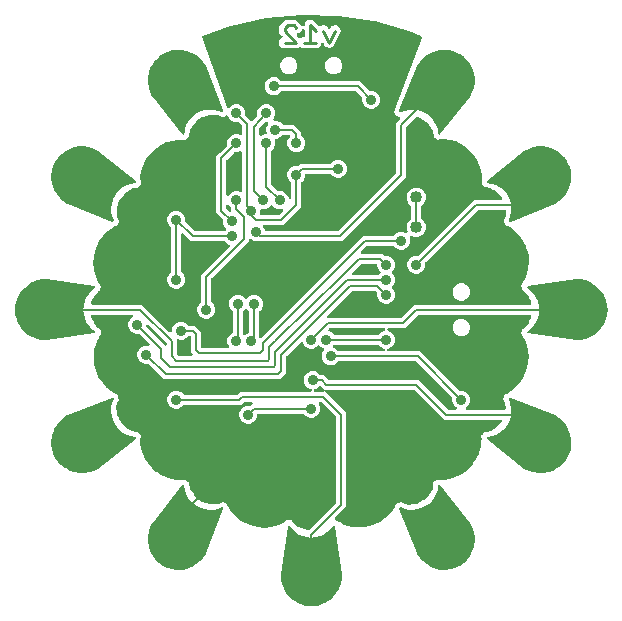
<source format=gbr>
G04 EAGLE Gerber RS-274X export*
G75*
%MOMM*%
%FSLAX34Y34*%
%LPD*%
%INBottom Copper*%
%IPPOS*%
%AMOC8*
5,1,8,0,0,1.08239X$1,22.5*%
G01*
%ADD10C,0.279400*%
%ADD11C,4.064000*%
%ADD12C,1.016000*%
%ADD13C,0.203200*%
%ADD14C,0.889000*%

G36*
X-70937Y-32759D02*
X-70937Y-32759D01*
X-70887Y-32761D01*
X-70780Y-32739D01*
X-70670Y-32725D01*
X-70624Y-32707D01*
X-70576Y-32697D01*
X-70477Y-32649D01*
X-70375Y-32608D01*
X-70334Y-32579D01*
X-70290Y-32557D01*
X-70206Y-32486D01*
X-70117Y-32422D01*
X-70086Y-32383D01*
X-70048Y-32351D01*
X-69985Y-32261D01*
X-69915Y-32177D01*
X-69893Y-32132D01*
X-69865Y-32091D01*
X-69826Y-31988D01*
X-69779Y-31889D01*
X-69770Y-31840D01*
X-69752Y-31794D01*
X-69740Y-31684D01*
X-69719Y-31577D01*
X-69722Y-31527D01*
X-69717Y-31478D01*
X-69732Y-31369D01*
X-69739Y-31259D01*
X-69754Y-31212D01*
X-69761Y-31163D01*
X-69813Y-31010D01*
X-70994Y-28161D01*
X-70994Y-25179D01*
X-69853Y-22425D01*
X-67745Y-20317D01*
X-67078Y-20041D01*
X-67053Y-20026D01*
X-67025Y-20017D01*
X-66915Y-19948D01*
X-66802Y-19883D01*
X-66781Y-19863D01*
X-66756Y-19847D01*
X-66667Y-19752D01*
X-66574Y-19662D01*
X-66558Y-19637D01*
X-66538Y-19616D01*
X-66475Y-19502D01*
X-66407Y-19391D01*
X-66399Y-19363D01*
X-66384Y-19337D01*
X-66352Y-19211D01*
X-66314Y-19087D01*
X-66312Y-19058D01*
X-66305Y-19029D01*
X-66295Y-18868D01*
X-66295Y-1979D01*
X-66307Y-1881D01*
X-66310Y-1781D01*
X-66327Y-1723D01*
X-66335Y-1663D01*
X-66371Y-1571D01*
X-66399Y-1476D01*
X-66429Y-1424D01*
X-66452Y-1367D01*
X-66510Y-1287D01*
X-66560Y-1202D01*
X-66626Y-1127D01*
X-66638Y-1110D01*
X-66648Y-1102D01*
X-66666Y-1081D01*
X-68583Y835D01*
X-69724Y3589D01*
X-69724Y6571D01*
X-68583Y9325D01*
X-66475Y11433D01*
X-63721Y12574D01*
X-60739Y12574D01*
X-57985Y11433D01*
X-56142Y9590D01*
X-56048Y9517D01*
X-55959Y9438D01*
X-55923Y9420D01*
X-55891Y9395D01*
X-55782Y9348D01*
X-55676Y9294D01*
X-55637Y9285D01*
X-55599Y9269D01*
X-55482Y9250D01*
X-55366Y9224D01*
X-55325Y9225D01*
X-55285Y9219D01*
X-55167Y9230D01*
X-55048Y9234D01*
X-55009Y9245D01*
X-54969Y9249D01*
X-54856Y9289D01*
X-54742Y9322D01*
X-54707Y9343D01*
X-54669Y9356D01*
X-54571Y9423D01*
X-54468Y9484D01*
X-54423Y9524D01*
X-54406Y9535D01*
X-54393Y9550D01*
X-54347Y9590D01*
X-52505Y11433D01*
X-49751Y12574D01*
X-46769Y12574D01*
X-44015Y11433D01*
X-41907Y9325D01*
X-40766Y6571D01*
X-40766Y3589D01*
X-41907Y835D01*
X-43823Y-1081D01*
X-43884Y-1159D01*
X-43952Y-1232D01*
X-43981Y-1285D01*
X-44018Y-1332D01*
X-44058Y-1423D01*
X-44106Y-1510D01*
X-44121Y-1569D01*
X-44145Y-1624D01*
X-44160Y-1722D01*
X-44185Y-1818D01*
X-44191Y-1918D01*
X-44195Y-1938D01*
X-44193Y-1951D01*
X-44195Y-1979D01*
X-44195Y-22683D01*
X-44178Y-22820D01*
X-44165Y-22959D01*
X-44158Y-22978D01*
X-44155Y-22998D01*
X-44104Y-23127D01*
X-44057Y-23258D01*
X-44046Y-23275D01*
X-44038Y-23294D01*
X-43957Y-23406D01*
X-43878Y-23522D01*
X-43863Y-23535D01*
X-43852Y-23551D01*
X-43744Y-23640D01*
X-43640Y-23732D01*
X-43622Y-23741D01*
X-43607Y-23754D01*
X-43481Y-23813D01*
X-43357Y-23877D01*
X-43337Y-23881D01*
X-43319Y-23890D01*
X-43183Y-23916D01*
X-43046Y-23946D01*
X-43026Y-23946D01*
X-43006Y-23949D01*
X-42868Y-23941D01*
X-42729Y-23936D01*
X-42709Y-23931D01*
X-42689Y-23930D01*
X-42557Y-23887D01*
X-42423Y-23848D01*
X-42406Y-23838D01*
X-42387Y-23832D01*
X-42269Y-23757D01*
X-42149Y-23686D01*
X-42128Y-23668D01*
X-42118Y-23661D01*
X-42104Y-23646D01*
X-42028Y-23580D01*
X-41952Y-23503D01*
X44036Y62485D01*
X69141Y62485D01*
X69239Y62497D01*
X69338Y62500D01*
X69397Y62517D01*
X69457Y62525D01*
X69549Y62561D01*
X69644Y62589D01*
X69696Y62619D01*
X69752Y62642D01*
X69833Y62700D01*
X69918Y62750D01*
X69993Y62816D01*
X70010Y62828D01*
X70018Y62838D01*
X70039Y62856D01*
X71955Y64773D01*
X74709Y65914D01*
X77691Y65914D01*
X79738Y65066D01*
X79872Y65029D01*
X80005Y64988D01*
X80025Y64987D01*
X80045Y64982D01*
X80184Y64980D01*
X80323Y64973D01*
X80342Y64977D01*
X80363Y64977D01*
X80499Y65009D01*
X80634Y65037D01*
X80652Y65046D01*
X80672Y65051D01*
X80796Y65116D01*
X80920Y65177D01*
X80935Y65190D01*
X80953Y65200D01*
X81056Y65293D01*
X81162Y65383D01*
X81173Y65400D01*
X81188Y65414D01*
X81265Y65530D01*
X81345Y65643D01*
X81352Y65662D01*
X81363Y65679D01*
X81408Y65811D01*
X81458Y65941D01*
X81460Y65961D01*
X81466Y65980D01*
X81477Y66119D01*
X81493Y66257D01*
X81490Y66277D01*
X81492Y66297D01*
X81468Y66434D01*
X81448Y66572D01*
X81439Y66598D01*
X81437Y66610D01*
X81429Y66629D01*
X81396Y66724D01*
X80771Y68233D01*
X80771Y71467D01*
X82009Y74455D01*
X84463Y76909D01*
X84524Y76987D01*
X84592Y77060D01*
X84621Y77113D01*
X84658Y77161D01*
X84698Y77252D01*
X84746Y77338D01*
X84761Y77397D01*
X84785Y77452D01*
X84800Y77550D01*
X84825Y77646D01*
X84831Y77746D01*
X84835Y77766D01*
X84833Y77779D01*
X84835Y77807D01*
X84835Y87293D01*
X84823Y87391D01*
X84820Y87490D01*
X84803Y87549D01*
X84795Y87609D01*
X84759Y87701D01*
X84731Y87796D01*
X84701Y87848D01*
X84678Y87904D01*
X84620Y87984D01*
X84570Y88070D01*
X84504Y88145D01*
X84492Y88162D01*
X84482Y88170D01*
X84463Y88191D01*
X82009Y90645D01*
X80771Y93633D01*
X80771Y96867D01*
X82009Y99855D01*
X84295Y102141D01*
X87283Y103379D01*
X90517Y103379D01*
X93505Y102141D01*
X95791Y99855D01*
X97029Y96867D01*
X97029Y93633D01*
X95791Y90645D01*
X93336Y88191D01*
X93276Y88112D01*
X93208Y88040D01*
X93179Y87987D01*
X93142Y87939D01*
X93102Y87848D01*
X93054Y87762D01*
X93039Y87703D01*
X93015Y87648D01*
X93000Y87550D01*
X92975Y87454D01*
X92969Y87354D01*
X92965Y87333D01*
X92966Y87321D01*
X92965Y87293D01*
X92965Y77807D01*
X92977Y77709D01*
X92980Y77610D01*
X92997Y77551D01*
X93005Y77491D01*
X93041Y77399D01*
X93069Y77304D01*
X93099Y77252D01*
X93122Y77196D01*
X93180Y77116D01*
X93230Y77030D01*
X93296Y76955D01*
X93308Y76938D01*
X93318Y76930D01*
X93336Y76909D01*
X95791Y74455D01*
X97029Y71467D01*
X97029Y68233D01*
X95791Y65245D01*
X93505Y62959D01*
X90517Y61721D01*
X87283Y61721D01*
X84876Y62718D01*
X84742Y62755D01*
X84609Y62796D01*
X84589Y62797D01*
X84569Y62802D01*
X84430Y62804D01*
X84291Y62811D01*
X84272Y62807D01*
X84251Y62807D01*
X84115Y62775D01*
X83980Y62747D01*
X83962Y62738D01*
X83942Y62733D01*
X83819Y62668D01*
X83694Y62607D01*
X83679Y62594D01*
X83661Y62584D01*
X83558Y62491D01*
X83452Y62401D01*
X83441Y62384D01*
X83426Y62370D01*
X83349Y62254D01*
X83269Y62141D01*
X83262Y62122D01*
X83251Y62105D01*
X83206Y61973D01*
X83156Y61843D01*
X83154Y61823D01*
X83148Y61804D01*
X83137Y61665D01*
X83121Y61527D01*
X83124Y61507D01*
X83122Y61487D01*
X83146Y61350D01*
X83166Y61212D01*
X83175Y61186D01*
X83177Y61174D01*
X83185Y61155D01*
X83218Y61060D01*
X83694Y59911D01*
X83694Y56929D01*
X82553Y54175D01*
X80445Y52067D01*
X77691Y50926D01*
X74709Y50926D01*
X71955Y52067D01*
X70039Y53984D01*
X69960Y54044D01*
X69888Y54112D01*
X69835Y54141D01*
X69787Y54178D01*
X69697Y54218D01*
X69610Y54266D01*
X69551Y54281D01*
X69496Y54305D01*
X69398Y54320D01*
X69302Y54345D01*
X69202Y54351D01*
X69182Y54355D01*
X69169Y54353D01*
X69141Y54355D01*
X47929Y54355D01*
X47831Y54343D01*
X47732Y54340D01*
X47674Y54323D01*
X47614Y54315D01*
X47522Y54279D01*
X47427Y54251D01*
X47375Y54221D01*
X47318Y54198D01*
X47238Y54140D01*
X47153Y54090D01*
X47077Y54024D01*
X47061Y54012D01*
X47053Y54002D01*
X47032Y53984D01*
X42380Y49331D01*
X42295Y49222D01*
X42206Y49115D01*
X42197Y49096D01*
X42185Y49080D01*
X42129Y48952D01*
X42070Y48827D01*
X42067Y48807D01*
X42059Y48788D01*
X42037Y48650D01*
X42011Y48514D01*
X42012Y48494D01*
X42009Y48474D01*
X42022Y48335D01*
X42030Y48197D01*
X42037Y48178D01*
X42039Y48158D01*
X42086Y48026D01*
X42128Y47895D01*
X42139Y47877D01*
X42146Y47858D01*
X42224Y47743D01*
X42299Y47626D01*
X42313Y47612D01*
X42325Y47595D01*
X42429Y47503D01*
X42530Y47408D01*
X42548Y47398D01*
X42563Y47385D01*
X42687Y47321D01*
X42809Y47254D01*
X42828Y47249D01*
X42846Y47240D01*
X42982Y47210D01*
X43117Y47175D01*
X43145Y47173D01*
X43157Y47170D01*
X43177Y47171D01*
X43277Y47165D01*
X60184Y47165D01*
X61383Y45965D01*
X61461Y45905D01*
X61533Y45837D01*
X61586Y45808D01*
X61634Y45771D01*
X61725Y45731D01*
X61812Y45683D01*
X61870Y45668D01*
X61926Y45644D01*
X62024Y45629D01*
X62120Y45604D01*
X62220Y45598D01*
X62240Y45594D01*
X62252Y45596D01*
X62280Y45594D01*
X64991Y45594D01*
X67745Y44453D01*
X69853Y42345D01*
X70994Y39591D01*
X70994Y36609D01*
X69853Y33855D01*
X68645Y32647D01*
X68572Y32553D01*
X68493Y32464D01*
X68475Y32428D01*
X68450Y32396D01*
X68403Y32287D01*
X68349Y32181D01*
X68340Y32142D01*
X68324Y32104D01*
X68305Y31987D01*
X68279Y31871D01*
X68280Y31830D01*
X68274Y31790D01*
X68285Y31672D01*
X68289Y31553D01*
X68300Y31514D01*
X68304Y31474D01*
X68344Y31362D01*
X68377Y31247D01*
X68398Y31212D01*
X68411Y31174D01*
X68478Y31076D01*
X68539Y30973D01*
X68579Y30928D01*
X68590Y30911D01*
X68605Y30898D01*
X68645Y30852D01*
X69853Y29645D01*
X70994Y26891D01*
X70994Y23909D01*
X69853Y21155D01*
X68645Y19947D01*
X68572Y19853D01*
X68493Y19764D01*
X68475Y19728D01*
X68450Y19696D01*
X68403Y19587D01*
X68349Y19481D01*
X68340Y19442D01*
X68324Y19404D01*
X68305Y19287D01*
X68279Y19171D01*
X68280Y19130D01*
X68274Y19090D01*
X68285Y18972D01*
X68289Y18853D01*
X68300Y18814D01*
X68304Y18774D01*
X68344Y18662D01*
X68377Y18547D01*
X68398Y18512D01*
X68411Y18474D01*
X68478Y18376D01*
X68539Y18273D01*
X68579Y18228D01*
X68590Y18211D01*
X68605Y18198D01*
X68645Y18152D01*
X69853Y16945D01*
X70994Y14191D01*
X70994Y11209D01*
X69853Y8455D01*
X67745Y6347D01*
X64991Y5206D01*
X62009Y5206D01*
X59255Y6347D01*
X57147Y8455D01*
X56006Y11209D01*
X56006Y13920D01*
X55994Y14018D01*
X55991Y14117D01*
X55974Y14175D01*
X55966Y14235D01*
X55930Y14327D01*
X55902Y14422D01*
X55872Y14474D01*
X55849Y14531D01*
X55791Y14611D01*
X55741Y14696D01*
X55675Y14772D01*
X55663Y14788D01*
X55653Y14796D01*
X55634Y14817D01*
X54568Y15884D01*
X54490Y15944D01*
X54418Y16012D01*
X54365Y16041D01*
X54317Y16078D01*
X54226Y16118D01*
X54139Y16166D01*
X54081Y16181D01*
X54025Y16205D01*
X53927Y16220D01*
X53831Y16245D01*
X53731Y16251D01*
X53711Y16255D01*
X53699Y16253D01*
X53671Y16255D01*
X35229Y16255D01*
X35131Y16243D01*
X35032Y16240D01*
X34974Y16223D01*
X34914Y16215D01*
X34822Y16179D01*
X34727Y16151D01*
X34675Y16121D01*
X34618Y16098D01*
X34538Y16040D01*
X34453Y15990D01*
X34377Y15924D01*
X34361Y15912D01*
X34353Y15902D01*
X34332Y15884D01*
X13250Y-5199D01*
X13165Y-5308D01*
X13076Y-5415D01*
X13067Y-5434D01*
X13055Y-5450D01*
X12999Y-5578D01*
X12940Y-5703D01*
X12937Y-5723D01*
X12929Y-5742D01*
X12907Y-5880D01*
X12881Y-6016D01*
X12882Y-6036D01*
X12879Y-6056D01*
X12892Y-6195D01*
X12900Y-6333D01*
X12907Y-6352D01*
X12909Y-6372D01*
X12956Y-6504D01*
X12998Y-6635D01*
X13009Y-6653D01*
X13016Y-6672D01*
X13094Y-6787D01*
X13169Y-6904D01*
X13183Y-6918D01*
X13195Y-6935D01*
X13299Y-7027D01*
X13400Y-7122D01*
X13418Y-7132D01*
X13433Y-7145D01*
X13557Y-7209D01*
X13679Y-7276D01*
X13698Y-7281D01*
X13716Y-7290D01*
X13852Y-7320D01*
X13987Y-7355D01*
X14015Y-7357D01*
X14027Y-7360D01*
X14047Y-7359D01*
X14147Y-7365D01*
X75261Y-7365D01*
X75359Y-7353D01*
X75458Y-7350D01*
X75516Y-7333D01*
X75576Y-7325D01*
X75668Y-7289D01*
X75763Y-7261D01*
X75815Y-7231D01*
X75872Y-7208D01*
X75952Y-7150D01*
X76037Y-7100D01*
X76113Y-7034D01*
X76129Y-7022D01*
X76137Y-7012D01*
X76158Y-6994D01*
X84463Y1312D01*
X87216Y4065D01*
X185094Y4065D01*
X185248Y4084D01*
X185402Y4103D01*
X185406Y4104D01*
X185410Y4105D01*
X185553Y4162D01*
X185698Y4218D01*
X185702Y4220D01*
X185705Y4222D01*
X185831Y4313D01*
X185957Y4403D01*
X185959Y4406D01*
X185963Y4408D01*
X186060Y4526D01*
X186161Y4647D01*
X186163Y4650D01*
X186165Y4653D01*
X186231Y4793D01*
X186298Y4934D01*
X186299Y4938D01*
X186301Y4941D01*
X186330Y5093D01*
X186360Y5245D01*
X186360Y5250D01*
X186361Y5253D01*
X186351Y5406D01*
X186342Y5563D01*
X186341Y5568D01*
X186341Y5571D01*
X186339Y5578D01*
X186303Y5719D01*
X185632Y7828D01*
X185624Y7844D01*
X185621Y7861D01*
X185558Y8009D01*
X184197Y10738D01*
X184188Y10753D01*
X184181Y10769D01*
X184097Y10906D01*
X182333Y13394D01*
X182321Y13406D01*
X182313Y13422D01*
X182208Y13544D01*
X180477Y15325D01*
X180450Y15347D01*
X180428Y15374D01*
X180303Y15475D01*
X180130Y15598D01*
X180122Y15602D01*
X180001Y15679D01*
X178699Y16388D01*
X178691Y16404D01*
X178637Y16528D01*
X178623Y16547D01*
X178612Y16568D01*
X178525Y16672D01*
X178441Y16779D01*
X178423Y16793D01*
X178408Y16811D01*
X178402Y16816D01*
X178158Y18263D01*
X178155Y18271D01*
X178123Y18411D01*
X177704Y19833D01*
X177710Y19850D01*
X177760Y19977D01*
X177763Y20000D01*
X177770Y20022D01*
X177782Y20157D01*
X177799Y20292D01*
X177796Y20315D01*
X177797Y20338D01*
X177797Y20346D01*
X178648Y21542D01*
X178651Y21549D01*
X178728Y21671D01*
X180975Y25796D01*
X180978Y25802D01*
X180981Y25808D01*
X181048Y25955D01*
X182690Y30302D01*
X182692Y30308D01*
X182695Y30314D01*
X182741Y30469D01*
X183772Y35000D01*
X183773Y35007D01*
X183775Y35013D01*
X183799Y35172D01*
X184200Y39802D01*
X184200Y39809D01*
X184201Y39815D01*
X184203Y39976D01*
X183965Y44618D01*
X183964Y44624D01*
X183965Y44631D01*
X183945Y44791D01*
X183073Y49355D01*
X183071Y49362D01*
X183071Y49368D01*
X183029Y49524D01*
X181540Y53926D01*
X181537Y53932D01*
X181536Y53939D01*
X181473Y54087D01*
X179395Y58244D01*
X179392Y58250D01*
X179389Y58256D01*
X179307Y58394D01*
X176679Y62227D01*
X176674Y62232D01*
X176671Y62238D01*
X176571Y62364D01*
X173442Y65800D01*
X173437Y65804D01*
X173433Y65810D01*
X173316Y65921D01*
X169746Y68896D01*
X169741Y68900D01*
X169736Y68904D01*
X169605Y68998D01*
X166814Y70738D01*
X166708Y70787D01*
X166606Y70842D01*
X166544Y70862D01*
X166525Y70871D01*
X166506Y70874D01*
X166453Y70891D01*
X165258Y71193D01*
X165209Y71277D01*
X165127Y71381D01*
X165049Y71489D01*
X165029Y71506D01*
X165013Y71527D01*
X164907Y71608D01*
X164805Y71694D01*
X164773Y71712D01*
X164761Y71721D01*
X164740Y71730D01*
X164665Y71772D01*
X164506Y71848D01*
X164469Y71890D01*
X164411Y71970D01*
X164365Y72009D01*
X164325Y72055D01*
X164243Y72111D01*
X164168Y72175D01*
X164120Y72201D01*
X164117Y72207D01*
X164058Y72324D01*
X164040Y72345D01*
X164026Y72370D01*
X163935Y72465D01*
X163849Y72564D01*
X163826Y72580D01*
X163821Y72584D01*
X163483Y74042D01*
X163478Y74055D01*
X163443Y74179D01*
X163436Y74198D01*
X163416Y74239D01*
X163403Y74282D01*
X163340Y74406D01*
X163336Y74452D01*
X163325Y74488D01*
X163323Y74503D01*
X163315Y74523D01*
X163292Y74607D01*
X162939Y75601D01*
X162979Y75721D01*
X162981Y75749D01*
X162989Y75776D01*
X162992Y75907D01*
X163001Y76038D01*
X162996Y76066D01*
X162996Y76072D01*
X163787Y77342D01*
X163793Y77354D01*
X163856Y77467D01*
X164605Y79038D01*
X164619Y79081D01*
X164641Y79121D01*
X164690Y79274D01*
X164715Y79375D01*
X164717Y79392D01*
X164723Y79408D01*
X164748Y79567D01*
X165032Y82603D01*
X165032Y82621D01*
X165035Y82638D01*
X165035Y82799D01*
X164984Y83643D01*
X164969Y83723D01*
X164964Y83803D01*
X164939Y83878D01*
X164925Y83956D01*
X164891Y84029D01*
X164866Y84105D01*
X164823Y84172D01*
X164790Y84244D01*
X164739Y84306D01*
X164696Y84374D01*
X164638Y84428D01*
X164588Y84489D01*
X164523Y84537D01*
X164464Y84592D01*
X164395Y84630D01*
X164331Y84677D01*
X164256Y84707D01*
X164185Y84746D01*
X164109Y84765D01*
X164035Y84795D01*
X163955Y84805D01*
X163878Y84825D01*
X163723Y84835D01*
X163720Y84835D01*
X163719Y84835D01*
X163717Y84835D01*
X141909Y84835D01*
X141811Y84823D01*
X141712Y84820D01*
X141654Y84803D01*
X141594Y84795D01*
X141502Y84759D01*
X141407Y84731D01*
X141354Y84701D01*
X141298Y84678D01*
X141218Y84620D01*
X141133Y84570D01*
X141057Y84504D01*
X141041Y84492D01*
X141033Y84482D01*
X141012Y84464D01*
X96765Y40217D01*
X96705Y40139D01*
X96637Y40067D01*
X96608Y40014D01*
X96570Y39966D01*
X96531Y39875D01*
X96483Y39788D01*
X96468Y39730D01*
X96444Y39674D01*
X96429Y39576D01*
X96404Y39480D01*
X96398Y39380D01*
X96394Y39360D01*
X96395Y39348D01*
X96394Y39320D01*
X96394Y36609D01*
X95253Y33855D01*
X93145Y31747D01*
X90391Y30606D01*
X87409Y30606D01*
X84655Y31747D01*
X82547Y33855D01*
X81406Y36609D01*
X81406Y39591D01*
X82547Y42345D01*
X84655Y44453D01*
X87409Y45594D01*
X90120Y45594D01*
X90218Y45606D01*
X90317Y45609D01*
X90375Y45626D01*
X90435Y45634D01*
X90527Y45670D01*
X90622Y45698D01*
X90674Y45728D01*
X90731Y45751D01*
X90811Y45809D01*
X90896Y45859D01*
X90972Y45925D01*
X90988Y45937D01*
X90996Y45947D01*
X91017Y45965D01*
X138016Y92965D01*
X160301Y92965D01*
X160372Y92974D01*
X160443Y92973D01*
X160529Y92993D01*
X160617Y93005D01*
X160683Y93031D01*
X160752Y93047D01*
X160830Y93089D01*
X160912Y93122D01*
X160970Y93163D01*
X161033Y93197D01*
X161098Y93256D01*
X161170Y93308D01*
X161215Y93363D01*
X161268Y93411D01*
X161316Y93485D01*
X161373Y93553D01*
X161403Y93618D01*
X161442Y93677D01*
X161470Y93761D01*
X161508Y93841D01*
X161521Y93911D01*
X161544Y93978D01*
X161551Y94067D01*
X161568Y94153D01*
X161563Y94224D01*
X161569Y94295D01*
X161554Y94383D01*
X161548Y94471D01*
X161526Y94539D01*
X161514Y94609D01*
X161477Y94689D01*
X161450Y94773D01*
X161412Y94834D01*
X161383Y94898D01*
X161290Y95030D01*
X159382Y97400D01*
X159370Y97412D01*
X159360Y97426D01*
X159248Y97542D01*
X156994Y99595D01*
X156980Y99605D01*
X156968Y99618D01*
X156840Y99716D01*
X154297Y101398D01*
X154281Y101406D01*
X154268Y101417D01*
X154126Y101493D01*
X151355Y102766D01*
X151338Y102771D01*
X151323Y102780D01*
X151172Y102833D01*
X148306Y103646D01*
X148273Y103651D01*
X148242Y103662D01*
X148083Y103688D01*
X146803Y103812D01*
X146776Y103845D01*
X146671Y103944D01*
X146569Y104045D01*
X146556Y104053D01*
X146545Y104063D01*
X146419Y104132D01*
X146294Y104205D01*
X146275Y104212D01*
X146266Y104217D01*
X146249Y104221D01*
X146142Y104259D01*
X146101Y104271D01*
X145520Y105312D01*
X145454Y105401D01*
X145396Y105495D01*
X145344Y105550D01*
X145331Y105568D01*
X145318Y105579D01*
X145287Y105613D01*
X144473Y106388D01*
X144472Y106399D01*
X144448Y106483D01*
X144444Y106510D01*
X144440Y106519D01*
X144426Y106594D01*
X144401Y106648D01*
X144384Y106704D01*
X144333Y106791D01*
X144291Y106882D01*
X144290Y106883D01*
X144304Y107029D01*
X144300Y107172D01*
X144300Y107195D01*
X144303Y107219D01*
X144315Y107252D01*
X144340Y107411D01*
X144429Y108345D01*
X144429Y108353D01*
X144434Y108497D01*
X144318Y113192D01*
X144317Y113199D01*
X144317Y113206D01*
X144302Y113366D01*
X143551Y117952D01*
X143549Y117958D01*
X143548Y117965D01*
X143511Y118122D01*
X142138Y122562D01*
X142136Y122568D01*
X142134Y122575D01*
X142076Y122724D01*
X140108Y126934D01*
X140104Y126940D01*
X140102Y126946D01*
X140023Y127087D01*
X137497Y130987D01*
X137493Y130993D01*
X137490Y130999D01*
X137392Y131127D01*
X134355Y134644D01*
X134350Y134649D01*
X134347Y134654D01*
X134233Y134768D01*
X130742Y137836D01*
X130737Y137840D01*
X130732Y137845D01*
X130604Y137942D01*
X126726Y140503D01*
X126720Y140506D01*
X126715Y140510D01*
X126574Y140589D01*
X122382Y142594D01*
X122375Y142596D01*
X122370Y142600D01*
X122220Y142658D01*
X117792Y144070D01*
X117786Y144071D01*
X117779Y144074D01*
X117623Y144112D01*
X113043Y144903D01*
X113037Y144904D01*
X113030Y144906D01*
X112870Y144921D01*
X111313Y144974D01*
X111198Y144963D01*
X111082Y144960D01*
X111017Y144947D01*
X110997Y144945D01*
X110978Y144938D01*
X110924Y144926D01*
X110743Y144875D01*
X110620Y144823D01*
X110496Y144776D01*
X110475Y144761D01*
X110450Y144751D01*
X110344Y144670D01*
X110236Y144594D01*
X110210Y144567D01*
X110198Y144557D01*
X110184Y144540D01*
X110124Y144478D01*
X110061Y144404D01*
X108829Y144307D01*
X108785Y144298D01*
X108740Y144297D01*
X108583Y144263D01*
X107395Y143926D01*
X107310Y143973D01*
X107186Y144023D01*
X107065Y144078D01*
X107039Y144082D01*
X107015Y144092D01*
X106883Y144110D01*
X106752Y144133D01*
X106715Y144132D01*
X106699Y144134D01*
X106678Y144132D01*
X106591Y144130D01*
X106494Y144123D01*
X105555Y144925D01*
X105517Y144949D01*
X105484Y144981D01*
X105349Y145068D01*
X104271Y145670D01*
X104244Y145764D01*
X104192Y145886D01*
X104145Y146010D01*
X104130Y146032D01*
X104120Y146056D01*
X104039Y146162D01*
X103963Y146271D01*
X103936Y146297D01*
X103927Y146309D01*
X103910Y146322D01*
X103847Y146383D01*
X103773Y146446D01*
X103709Y147254D01*
X103704Y147281D01*
X103704Y147309D01*
X103672Y147436D01*
X103645Y147565D01*
X103633Y147590D01*
X103626Y147617D01*
X103606Y147653D01*
X103610Y147777D01*
X103600Y147893D01*
X103597Y148009D01*
X103583Y148073D01*
X103581Y148094D01*
X103575Y148112D01*
X103563Y148166D01*
X102833Y150740D01*
X102827Y150756D01*
X102824Y150773D01*
X102766Y150923D01*
X101493Y153695D01*
X101484Y153709D01*
X101479Y153726D01*
X101398Y153865D01*
X99716Y156408D01*
X99704Y156421D01*
X99696Y156437D01*
X99595Y156562D01*
X97542Y158817D01*
X97529Y158828D01*
X97518Y158842D01*
X97400Y158951D01*
X95024Y160863D01*
X95010Y160872D01*
X94997Y160884D01*
X94863Y160973D01*
X92222Y162498D01*
X92206Y162505D01*
X92192Y162515D01*
X92046Y162582D01*
X90218Y163290D01*
X90204Y163294D01*
X90191Y163300D01*
X90050Y163332D01*
X89909Y163367D01*
X89895Y163367D01*
X89880Y163370D01*
X89736Y163366D01*
X89591Y163365D01*
X89577Y163361D01*
X89563Y163360D01*
X89423Y163320D01*
X89284Y163283D01*
X89271Y163276D01*
X89257Y163272D01*
X89133Y163199D01*
X89006Y163128D01*
X88996Y163118D01*
X88983Y163110D01*
X88862Y163004D01*
X80636Y154778D01*
X80576Y154700D01*
X80508Y154628D01*
X80479Y154575D01*
X80442Y154527D01*
X80402Y154436D01*
X80354Y154349D01*
X80339Y154291D01*
X80315Y154235D01*
X80300Y154137D01*
X80275Y154041D01*
X80269Y153941D01*
X80265Y153921D01*
X80267Y153909D01*
X80265Y153881D01*
X80265Y112616D01*
X26261Y58613D01*
X-45087Y58613D01*
X-45096Y58611D01*
X-45105Y58612D01*
X-45254Y58591D01*
X-45402Y58573D01*
X-45411Y58569D01*
X-45420Y58568D01*
X-45484Y58546D01*
X-48481Y58546D01*
X-51330Y59727D01*
X-51378Y59740D01*
X-51423Y59761D01*
X-51531Y59782D01*
X-51637Y59811D01*
X-51687Y59811D01*
X-51736Y59821D01*
X-51845Y59814D01*
X-51955Y59816D01*
X-52003Y59804D01*
X-52053Y59801D01*
X-52157Y59767D01*
X-52264Y59741D01*
X-52308Y59718D01*
X-52355Y59703D01*
X-52448Y59644D01*
X-52545Y59593D01*
X-52582Y59559D01*
X-52624Y59533D01*
X-52699Y59453D01*
X-52781Y59379D01*
X-52808Y59337D01*
X-52842Y59301D01*
X-52895Y59205D01*
X-52955Y59113D01*
X-52972Y59066D01*
X-52996Y59023D01*
X-53023Y58916D01*
X-53059Y58812D01*
X-53063Y58763D01*
X-53075Y58715D01*
X-53085Y58554D01*
X-53085Y58006D01*
X-84463Y26628D01*
X-84524Y26550D01*
X-84592Y26478D01*
X-84621Y26425D01*
X-84658Y26377D01*
X-84698Y26286D01*
X-84746Y26199D01*
X-84761Y26141D01*
X-84785Y26085D01*
X-84800Y25987D01*
X-84825Y25891D01*
X-84831Y25791D01*
X-84835Y25771D01*
X-84833Y25759D01*
X-84835Y25731D01*
X-84835Y7059D01*
X-84823Y6961D01*
X-84820Y6862D01*
X-84803Y6803D01*
X-84795Y6743D01*
X-84759Y6651D01*
X-84731Y6556D01*
X-84701Y6504D01*
X-84678Y6448D01*
X-84620Y6367D01*
X-84570Y6282D01*
X-84504Y6207D01*
X-84492Y6190D01*
X-84482Y6182D01*
X-84463Y6161D01*
X-82547Y4245D01*
X-81406Y1491D01*
X-81406Y-1491D01*
X-82547Y-4245D01*
X-84655Y-6353D01*
X-87409Y-7494D01*
X-90391Y-7494D01*
X-93145Y-6353D01*
X-95253Y-4245D01*
X-96394Y-1491D01*
X-96394Y1491D01*
X-95253Y4245D01*
X-93336Y6161D01*
X-93276Y6240D01*
X-93208Y6312D01*
X-93179Y6365D01*
X-93142Y6413D01*
X-93102Y6503D01*
X-93054Y6590D01*
X-93039Y6649D01*
X-93015Y6704D01*
X-93000Y6802D01*
X-92975Y6898D01*
X-92969Y6998D01*
X-92965Y7018D01*
X-92966Y7031D01*
X-92965Y7059D01*
X-92965Y29624D01*
X-69473Y53115D01*
X-69443Y53155D01*
X-69406Y53188D01*
X-69346Y53280D01*
X-69278Y53367D01*
X-69258Y53412D01*
X-69231Y53454D01*
X-69195Y53557D01*
X-69152Y53658D01*
X-69144Y53707D01*
X-69128Y53754D01*
X-69119Y53864D01*
X-69102Y53972D01*
X-69107Y54022D01*
X-69103Y54071D01*
X-69121Y54180D01*
X-69132Y54289D01*
X-69149Y54336D01*
X-69157Y54385D01*
X-69202Y54485D01*
X-69239Y54588D01*
X-69267Y54630D01*
X-69288Y54675D01*
X-69356Y54760D01*
X-69418Y54851D01*
X-69455Y54884D01*
X-69486Y54923D01*
X-69574Y54989D01*
X-69656Y55062D01*
X-69701Y55085D01*
X-69740Y55114D01*
X-69885Y55185D01*
X-71555Y55877D01*
X-73471Y57793D01*
X-73549Y57854D01*
X-73622Y57922D01*
X-73675Y57951D01*
X-73722Y57988D01*
X-73813Y58028D01*
X-73900Y58076D01*
X-73959Y58091D01*
X-74014Y58115D01*
X-74112Y58130D01*
X-74208Y58155D01*
X-74308Y58161D01*
X-74328Y58165D01*
X-74341Y58163D01*
X-74369Y58165D01*
X-102014Y58165D01*
X-108069Y64220D01*
X-108178Y64305D01*
X-108285Y64394D01*
X-108304Y64403D01*
X-108320Y64415D01*
X-108448Y64471D01*
X-108573Y64530D01*
X-108593Y64533D01*
X-108612Y64541D01*
X-108750Y64563D01*
X-108886Y64589D01*
X-108906Y64588D01*
X-108926Y64591D01*
X-109065Y64578D01*
X-109203Y64570D01*
X-109222Y64563D01*
X-109242Y64561D01*
X-109374Y64514D01*
X-109505Y64472D01*
X-109523Y64461D01*
X-109542Y64454D01*
X-109657Y64376D01*
X-109774Y64301D01*
X-109788Y64287D01*
X-109805Y64275D01*
X-109897Y64171D01*
X-109992Y64070D01*
X-110002Y64052D01*
X-110015Y64037D01*
X-110079Y63913D01*
X-110146Y63791D01*
X-110151Y63772D01*
X-110160Y63754D01*
X-110190Y63618D01*
X-110225Y63483D01*
X-110227Y63455D01*
X-110230Y63443D01*
X-110229Y63423D01*
X-110235Y63323D01*
X-110235Y32459D01*
X-110223Y32361D01*
X-110220Y32262D01*
X-110203Y32203D01*
X-110195Y32143D01*
X-110159Y32051D01*
X-110131Y31956D01*
X-110101Y31904D01*
X-110078Y31848D01*
X-110020Y31767D01*
X-109970Y31682D01*
X-109904Y31607D01*
X-109892Y31590D01*
X-109882Y31582D01*
X-109864Y31561D01*
X-107947Y29645D01*
X-106806Y26891D01*
X-106806Y23909D01*
X-107947Y21155D01*
X-110055Y19047D01*
X-112809Y17906D01*
X-115791Y17906D01*
X-118545Y19047D01*
X-120653Y21155D01*
X-121794Y23909D01*
X-121794Y26891D01*
X-120653Y29645D01*
X-118736Y31561D01*
X-118676Y31640D01*
X-118608Y31712D01*
X-118579Y31765D01*
X-118542Y31813D01*
X-118502Y31903D01*
X-118454Y31990D01*
X-118439Y32049D01*
X-118415Y32104D01*
X-118400Y32202D01*
X-118375Y32298D01*
X-118369Y32398D01*
X-118365Y32418D01*
X-118367Y32431D01*
X-118365Y32459D01*
X-118365Y69141D01*
X-118377Y69239D01*
X-118380Y69339D01*
X-118397Y69397D01*
X-118405Y69457D01*
X-118441Y69549D01*
X-118469Y69644D01*
X-118499Y69696D01*
X-118522Y69753D01*
X-118580Y69833D01*
X-118630Y69918D01*
X-118696Y69993D01*
X-118708Y70010D01*
X-118718Y70018D01*
X-118736Y70039D01*
X-120653Y71955D01*
X-121794Y74709D01*
X-121794Y77691D01*
X-120653Y80445D01*
X-118545Y82553D01*
X-115791Y83694D01*
X-112809Y83694D01*
X-110055Y82553D01*
X-107947Y80445D01*
X-106806Y77691D01*
X-106806Y74980D01*
X-106794Y74882D01*
X-106791Y74783D01*
X-106774Y74725D01*
X-106766Y74665D01*
X-106730Y74573D01*
X-106702Y74478D01*
X-106672Y74425D01*
X-106649Y74369D01*
X-106591Y74289D01*
X-106541Y74204D01*
X-106474Y74128D01*
X-106462Y74112D01*
X-106453Y74104D01*
X-106434Y74083D01*
X-99018Y66666D01*
X-98940Y66606D01*
X-98868Y66538D01*
X-98815Y66509D01*
X-98767Y66472D01*
X-98676Y66432D01*
X-98589Y66384D01*
X-98531Y66369D01*
X-98475Y66345D01*
X-98377Y66330D01*
X-98281Y66305D01*
X-98181Y66299D01*
X-98161Y66295D01*
X-98149Y66296D01*
X-98121Y66295D01*
X-74369Y66295D01*
X-74271Y66307D01*
X-74171Y66310D01*
X-74113Y66327D01*
X-74053Y66335D01*
X-73961Y66371D01*
X-73866Y66398D01*
X-73814Y66429D01*
X-73757Y66452D01*
X-73678Y66510D01*
X-73592Y66560D01*
X-73517Y66626D01*
X-73500Y66638D01*
X-73492Y66648D01*
X-73471Y66666D01*
X-72455Y67682D01*
X-72382Y67776D01*
X-72303Y67866D01*
X-72285Y67902D01*
X-72260Y67934D01*
X-72213Y68043D01*
X-72159Y68149D01*
X-72150Y68188D01*
X-72134Y68226D01*
X-72115Y68343D01*
X-72089Y68459D01*
X-72090Y68500D01*
X-72084Y68540D01*
X-72095Y68658D01*
X-72099Y68777D01*
X-72110Y68816D01*
X-72114Y68856D01*
X-72154Y68968D01*
X-72187Y69083D01*
X-72208Y69117D01*
X-72221Y69156D01*
X-72288Y69254D01*
X-72349Y69357D01*
X-72389Y69402D01*
X-72400Y69419D01*
X-72415Y69432D01*
X-72455Y69477D01*
X-73663Y70685D01*
X-74804Y73439D01*
X-74804Y76150D01*
X-74816Y76248D01*
X-74819Y76347D01*
X-74836Y76405D01*
X-74844Y76465D01*
X-74880Y76557D01*
X-74908Y76652D01*
X-74938Y76704D01*
X-74961Y76761D01*
X-75019Y76841D01*
X-75069Y76926D01*
X-75135Y77002D01*
X-75147Y77018D01*
X-75157Y77026D01*
X-75175Y77047D01*
X-80265Y82136D01*
X-80265Y129954D01*
X-77512Y132706D01*
X-71365Y138853D01*
X-71305Y138931D01*
X-71237Y139003D01*
X-71215Y139043D01*
X-71198Y139063D01*
X-71192Y139077D01*
X-71171Y139104D01*
X-71131Y139195D01*
X-71083Y139282D01*
X-71069Y139337D01*
X-71063Y139351D01*
X-71062Y139356D01*
X-71044Y139396D01*
X-71029Y139494D01*
X-71004Y139590D01*
X-70998Y139690D01*
X-70994Y139710D01*
X-70996Y139722D01*
X-70994Y139750D01*
X-70994Y142461D01*
X-69853Y145215D01*
X-67745Y147323D01*
X-64991Y148464D01*
X-62009Y148464D01*
X-60430Y147809D01*
X-60382Y147796D01*
X-60337Y147775D01*
X-60229Y147754D01*
X-60123Y147725D01*
X-60073Y147725D01*
X-60024Y147715D01*
X-59915Y147722D01*
X-59805Y147720D01*
X-59757Y147732D01*
X-59707Y147735D01*
X-59603Y147769D01*
X-59496Y147794D01*
X-59452Y147818D01*
X-59405Y147833D01*
X-59312Y147892D01*
X-59215Y147943D01*
X-59178Y147977D01*
X-59136Y148003D01*
X-59061Y148083D01*
X-58979Y148157D01*
X-58952Y148199D01*
X-58918Y148235D01*
X-58865Y148331D01*
X-58804Y148423D01*
X-58788Y148470D01*
X-58764Y148513D01*
X-58737Y148620D01*
X-58701Y148724D01*
X-58697Y148773D01*
X-58685Y148821D01*
X-58675Y148982D01*
X-58675Y155271D01*
X-58687Y155369D01*
X-58690Y155468D01*
X-58707Y155526D01*
X-58715Y155586D01*
X-58751Y155678D01*
X-58779Y155773D01*
X-58809Y155825D01*
X-58832Y155882D01*
X-58890Y155962D01*
X-58940Y156047D01*
X-59006Y156123D01*
X-59018Y156139D01*
X-59028Y156147D01*
X-59046Y156168D01*
X-61383Y158504D01*
X-61461Y158565D01*
X-61533Y158633D01*
X-61586Y158662D01*
X-61634Y158699D01*
X-61725Y158739D01*
X-61812Y158787D01*
X-61870Y158802D01*
X-61926Y158826D01*
X-62024Y158841D01*
X-62120Y158866D01*
X-62220Y158872D01*
X-62240Y158876D01*
X-62252Y158874D01*
X-62280Y158876D01*
X-64991Y158876D01*
X-67745Y160017D01*
X-69853Y162125D01*
X-70528Y163756D01*
X-70571Y163831D01*
X-70605Y163910D01*
X-70650Y163968D01*
X-70686Y164032D01*
X-70746Y164094D01*
X-70798Y164162D01*
X-70856Y164208D01*
X-70907Y164261D01*
X-70981Y164306D01*
X-71048Y164359D01*
X-71116Y164388D01*
X-71178Y164427D01*
X-71261Y164452D01*
X-71339Y164487D01*
X-71412Y164499D01*
X-71482Y164521D01*
X-71568Y164525D01*
X-71653Y164539D01*
X-71727Y164532D01*
X-71800Y164536D01*
X-71884Y164518D01*
X-71970Y164511D01*
X-72100Y164474D01*
X-72111Y164471D01*
X-72116Y164469D01*
X-72125Y164467D01*
X-72978Y164164D01*
X-73018Y164144D01*
X-73061Y164132D01*
X-73205Y164058D01*
X-74265Y163425D01*
X-74360Y163449D01*
X-74492Y163465D01*
X-74623Y163487D01*
X-74649Y163484D01*
X-74675Y163488D01*
X-74807Y163470D01*
X-74940Y163459D01*
X-74976Y163448D01*
X-74991Y163446D01*
X-75011Y163438D01*
X-75094Y163415D01*
X-75186Y163382D01*
X-76301Y163914D01*
X-76344Y163928D01*
X-76383Y163949D01*
X-76537Y163999D01*
X-79375Y164715D01*
X-79392Y164717D01*
X-79408Y164723D01*
X-79567Y164748D01*
X-82603Y165032D01*
X-82621Y165032D01*
X-82638Y165035D01*
X-82799Y165035D01*
X-85843Y164849D01*
X-85860Y164846D01*
X-85877Y164847D01*
X-86036Y164822D01*
X-89015Y164171D01*
X-89031Y164165D01*
X-89049Y164163D01*
X-89202Y164115D01*
X-92046Y163014D01*
X-92061Y163006D01*
X-92078Y163001D01*
X-92222Y162930D01*
X-94863Y161405D01*
X-94877Y161394D01*
X-94893Y161387D01*
X-95024Y161294D01*
X-97400Y159382D01*
X-97412Y159370D01*
X-97426Y159360D01*
X-97542Y159248D01*
X-99595Y156994D01*
X-99605Y156980D01*
X-99618Y156968D01*
X-99716Y156840D01*
X-101398Y154297D01*
X-101406Y154281D01*
X-101417Y154268D01*
X-101493Y154126D01*
X-102766Y151355D01*
X-102771Y151338D01*
X-102780Y151323D01*
X-102833Y151172D01*
X-103646Y148306D01*
X-103651Y148273D01*
X-103662Y148242D01*
X-103688Y148083D01*
X-103818Y146738D01*
X-103822Y146732D01*
X-103840Y146717D01*
X-103916Y146605D01*
X-103997Y146495D01*
X-104006Y146473D01*
X-104019Y146454D01*
X-104065Y146327D01*
X-104116Y146200D01*
X-104119Y146177D01*
X-104127Y146155D01*
X-104129Y146148D01*
X-105260Y145213D01*
X-105266Y145207D01*
X-105371Y145109D01*
X-106393Y144035D01*
X-106411Y144032D01*
X-106545Y144011D01*
X-106566Y144002D01*
X-106589Y143998D01*
X-106713Y143940D01*
X-106838Y143887D01*
X-106856Y143873D01*
X-106877Y143863D01*
X-106883Y143859D01*
X-108345Y143998D01*
X-108353Y143997D01*
X-108496Y144003D01*
X-113192Y143886D01*
X-113199Y143885D01*
X-113206Y143886D01*
X-113366Y143870D01*
X-117952Y143119D01*
X-117958Y143117D01*
X-117965Y143117D01*
X-118122Y143079D01*
X-122562Y141707D01*
X-122568Y141704D01*
X-122574Y141703D01*
X-122724Y141644D01*
X-126934Y139676D01*
X-126940Y139672D01*
X-126946Y139670D01*
X-127087Y139592D01*
X-130987Y137065D01*
X-130992Y137061D01*
X-130998Y137058D01*
X-131127Y136961D01*
X-134644Y133924D01*
X-134649Y133919D01*
X-134654Y133915D01*
X-134768Y133801D01*
X-137836Y130311D01*
X-137840Y130305D01*
X-137845Y130301D01*
X-137942Y130172D01*
X-140503Y126294D01*
X-140506Y126288D01*
X-140510Y126283D01*
X-140589Y126142D01*
X-142594Y121950D01*
X-142596Y121944D01*
X-142600Y121938D01*
X-142658Y121788D01*
X-144070Y117361D01*
X-144071Y117354D01*
X-144074Y117348D01*
X-144112Y117191D01*
X-144903Y112612D01*
X-144904Y112605D01*
X-144906Y112599D01*
X-144921Y112438D01*
X-144961Y111267D01*
X-144950Y111152D01*
X-144947Y111036D01*
X-144934Y110972D01*
X-144932Y110951D01*
X-144925Y110932D01*
X-144913Y110879D01*
X-144875Y110743D01*
X-144823Y110621D01*
X-144776Y110496D01*
X-144761Y110475D01*
X-144751Y110450D01*
X-144670Y110345D01*
X-144594Y110236D01*
X-144567Y110210D01*
X-144558Y110198D01*
X-144541Y110184D01*
X-144478Y110124D01*
X-144404Y110061D01*
X-144307Y108829D01*
X-144298Y108785D01*
X-144297Y108740D01*
X-144263Y108583D01*
X-143926Y107395D01*
X-143973Y107310D01*
X-144023Y107186D01*
X-144078Y107065D01*
X-144083Y107039D01*
X-144092Y107015D01*
X-144110Y106883D01*
X-144133Y106752D01*
X-144132Y106714D01*
X-144134Y106699D01*
X-144132Y106678D01*
X-144130Y106591D01*
X-144123Y106494D01*
X-144925Y105555D01*
X-144949Y105517D01*
X-144981Y105485D01*
X-145068Y105349D01*
X-145670Y104271D01*
X-145764Y104244D01*
X-145886Y104192D01*
X-146010Y104145D01*
X-146032Y104130D01*
X-146056Y104120D01*
X-146162Y104039D01*
X-146271Y103963D01*
X-146297Y103936D01*
X-146309Y103927D01*
X-146322Y103910D01*
X-146383Y103847D01*
X-146446Y103773D01*
X-146470Y103771D01*
X-146567Y103751D01*
X-146666Y103740D01*
X-146723Y103719D01*
X-146782Y103707D01*
X-146871Y103663D01*
X-146964Y103628D01*
X-147013Y103593D01*
X-147068Y103567D01*
X-147143Y103502D01*
X-147224Y103446D01*
X-147294Y103373D01*
X-147303Y103365D01*
X-147431Y103339D01*
X-147456Y103327D01*
X-147483Y103320D01*
X-147598Y103257D01*
X-147716Y103199D01*
X-147737Y103181D01*
X-147743Y103178D01*
X-149137Y103225D01*
X-149253Y103214D01*
X-149369Y103211D01*
X-149433Y103198D01*
X-149454Y103196D01*
X-149472Y103189D01*
X-149526Y103177D01*
X-150740Y102833D01*
X-150756Y102827D01*
X-150773Y102824D01*
X-150923Y102766D01*
X-153695Y101493D01*
X-153709Y101484D01*
X-153726Y101479D01*
X-153865Y101398D01*
X-156408Y99716D01*
X-156421Y99704D01*
X-156437Y99696D01*
X-156562Y99595D01*
X-158817Y97542D01*
X-158828Y97529D01*
X-158842Y97518D01*
X-158951Y97400D01*
X-160863Y95024D01*
X-160872Y95010D01*
X-160884Y94997D01*
X-160973Y94863D01*
X-162498Y92222D01*
X-162505Y92206D01*
X-162515Y92192D01*
X-162582Y92046D01*
X-163683Y89202D01*
X-163688Y89185D01*
X-163695Y89170D01*
X-163740Y89015D01*
X-164391Y86036D01*
X-164392Y86019D01*
X-164398Y86002D01*
X-164418Y85843D01*
X-164454Y85247D01*
X-164454Y85246D01*
X-164604Y82799D01*
X-164603Y82782D01*
X-164605Y82764D01*
X-164601Y82603D01*
X-164317Y79567D01*
X-164313Y79550D01*
X-164313Y79533D01*
X-164284Y79375D01*
X-163619Y76741D01*
X-163579Y76638D01*
X-163546Y76533D01*
X-163511Y76466D01*
X-163503Y76445D01*
X-163493Y76431D01*
X-163471Y76390D01*
X-163003Y75624D01*
X-163016Y75511D01*
X-163013Y75489D01*
X-163014Y75467D01*
X-162991Y75331D01*
X-162971Y75196D01*
X-162963Y75176D01*
X-162959Y75154D01*
X-162943Y75112D01*
X-162962Y75063D01*
X-162995Y74922D01*
X-163032Y74783D01*
X-163032Y74768D01*
X-163035Y74753D01*
X-163033Y74609D01*
X-163033Y74465D01*
X-163030Y74445D01*
X-163029Y74435D01*
X-163025Y74418D01*
X-163004Y74306D01*
X-162993Y74265D01*
X-163507Y73405D01*
X-163551Y73304D01*
X-163603Y73207D01*
X-163625Y73134D01*
X-163634Y73114D01*
X-163637Y73097D01*
X-163650Y73053D01*
X-163870Y72145D01*
X-163971Y72064D01*
X-163985Y72046D01*
X-164002Y72032D01*
X-164080Y71919D01*
X-164163Y71810D01*
X-164171Y71789D01*
X-164184Y71771D01*
X-164190Y71757D01*
X-164241Y71734D01*
X-164363Y71659D01*
X-164488Y71586D01*
X-164499Y71575D01*
X-164511Y71567D01*
X-164611Y71464D01*
X-164714Y71362D01*
X-164726Y71345D01*
X-164732Y71338D01*
X-164741Y71323D01*
X-164805Y71229D01*
X-164827Y71193D01*
X-165742Y70962D01*
X-165845Y70922D01*
X-165950Y70889D01*
X-166018Y70854D01*
X-166038Y70846D01*
X-166052Y70836D01*
X-166093Y70814D01*
X-169682Y68621D01*
X-169688Y68617D01*
X-169694Y68614D01*
X-169825Y68520D01*
X-173421Y65577D01*
X-173425Y65572D01*
X-173431Y65568D01*
X-173548Y65458D01*
X-176707Y62049D01*
X-176711Y62044D01*
X-176716Y62039D01*
X-176816Y61913D01*
X-179478Y58104D01*
X-179481Y58098D01*
X-179486Y58093D01*
X-179568Y57955D01*
X-181683Y53817D01*
X-181685Y53810D01*
X-181689Y53805D01*
X-181751Y53656D01*
X-183279Y49267D01*
X-183281Y49261D01*
X-183284Y49255D01*
X-183325Y49099D01*
X-184237Y44542D01*
X-184237Y44536D01*
X-184240Y44529D01*
X-184259Y44369D01*
X-184538Y39731D01*
X-184538Y39724D01*
X-184539Y39717D01*
X-184537Y39556D01*
X-184177Y34923D01*
X-184176Y34917D01*
X-184176Y34910D01*
X-184152Y34751D01*
X-183161Y30210D01*
X-183158Y30204D01*
X-183158Y30197D01*
X-183112Y30043D01*
X-181508Y25681D01*
X-181505Y25675D01*
X-181503Y25669D01*
X-181437Y25522D01*
X-179480Y21852D01*
X-179413Y21758D01*
X-179352Y21658D01*
X-179309Y21610D01*
X-179296Y21593D01*
X-179281Y21580D01*
X-179244Y21539D01*
X-178588Y20901D01*
X-178586Y20804D01*
X-178568Y20672D01*
X-178554Y20540D01*
X-178545Y20515D01*
X-178542Y20489D01*
X-178491Y20365D01*
X-178445Y20241D01*
X-178426Y20209D01*
X-178420Y20195D01*
X-178407Y20177D01*
X-178363Y20103D01*
X-178289Y19995D01*
X-178296Y19868D01*
X-178290Y19841D01*
X-178291Y19813D01*
X-178260Y19685D01*
X-178235Y19556D01*
X-178223Y19531D01*
X-178221Y19524D01*
X-178494Y18627D01*
X-178514Y18513D01*
X-178541Y18400D01*
X-178544Y18335D01*
X-178548Y18314D01*
X-178546Y18294D01*
X-178549Y18239D01*
X-178536Y17324D01*
X-178604Y17254D01*
X-178683Y17148D01*
X-178768Y17045D01*
X-178779Y17021D01*
X-178795Y17000D01*
X-178846Y16877D01*
X-178902Y16757D01*
X-178911Y16720D01*
X-178917Y16706D01*
X-178920Y16685D01*
X-178941Y16600D01*
X-178965Y16471D01*
X-179060Y16387D01*
X-179076Y16364D01*
X-179096Y16344D01*
X-179164Y16232D01*
X-179237Y16123D01*
X-179247Y16097D01*
X-179250Y16091D01*
X-180078Y15650D01*
X-180172Y15583D01*
X-180271Y15523D01*
X-180320Y15478D01*
X-180337Y15466D01*
X-180350Y15451D01*
X-180391Y15414D01*
X-182208Y13544D01*
X-182218Y13530D01*
X-182232Y13519D01*
X-182333Y13394D01*
X-184097Y10906D01*
X-184105Y10891D01*
X-184116Y10878D01*
X-184197Y10738D01*
X-185558Y8009D01*
X-185564Y7993D01*
X-185573Y7978D01*
X-185632Y7828D01*
X-186303Y5719D01*
X-186332Y5563D01*
X-186361Y5414D01*
X-186361Y5411D01*
X-186361Y5407D01*
X-186350Y5245D01*
X-186341Y5097D01*
X-186340Y5093D01*
X-186340Y5089D01*
X-186290Y4940D01*
X-186243Y4795D01*
X-186241Y4791D01*
X-186240Y4787D01*
X-186157Y4658D01*
X-186073Y4526D01*
X-186070Y4523D01*
X-186068Y4520D01*
X-185954Y4414D01*
X-185841Y4308D01*
X-185838Y4306D01*
X-185835Y4303D01*
X-185697Y4229D01*
X-185563Y4154D01*
X-185559Y4153D01*
X-185555Y4151D01*
X-185403Y4113D01*
X-185255Y4075D01*
X-185249Y4075D01*
X-185247Y4074D01*
X-185240Y4074D01*
X-185094Y4065D01*
X-143096Y4065D01*
X-143036Y4004D01*
X-120150Y-18881D01*
X-120041Y-18966D01*
X-119933Y-19055D01*
X-119915Y-19064D01*
X-119899Y-19076D01*
X-119771Y-19132D01*
X-119646Y-19191D01*
X-119626Y-19194D01*
X-119607Y-19202D01*
X-119469Y-19224D01*
X-119333Y-19250D01*
X-119313Y-19249D01*
X-119293Y-19252D01*
X-119154Y-19239D01*
X-119016Y-19231D01*
X-118997Y-19224D01*
X-118977Y-19222D01*
X-118845Y-19175D01*
X-118713Y-19133D01*
X-118696Y-19122D01*
X-118677Y-19115D01*
X-118562Y-19037D01*
X-118445Y-18962D01*
X-118431Y-18948D01*
X-118414Y-18936D01*
X-118322Y-18832D01*
X-118227Y-18731D01*
X-118217Y-18713D01*
X-118204Y-18698D01*
X-118141Y-18574D01*
X-118073Y-18452D01*
X-118068Y-18433D01*
X-118059Y-18415D01*
X-118029Y-18279D01*
X-117994Y-18144D01*
X-117992Y-18116D01*
X-117989Y-18104D01*
X-117990Y-18084D01*
X-117984Y-17984D01*
X-117984Y-16289D01*
X-116843Y-13535D01*
X-114735Y-11427D01*
X-111981Y-10286D01*
X-108999Y-10286D01*
X-106245Y-11427D01*
X-104329Y-13344D01*
X-104250Y-13404D01*
X-104178Y-13472D01*
X-104125Y-13501D01*
X-104077Y-13538D01*
X-103986Y-13578D01*
X-103900Y-13626D01*
X-103841Y-13641D01*
X-103786Y-13665D01*
X-103688Y-13680D01*
X-103592Y-13705D01*
X-103492Y-13711D01*
X-103471Y-13715D01*
X-103459Y-13713D01*
X-103431Y-13715D01*
X-98646Y-13715D01*
X-93725Y-18636D01*
X-93725Y-31496D01*
X-93710Y-31614D01*
X-93703Y-31733D01*
X-93690Y-31771D01*
X-93685Y-31812D01*
X-93642Y-31922D01*
X-93605Y-32035D01*
X-93583Y-32070D01*
X-93568Y-32107D01*
X-93498Y-32203D01*
X-93435Y-32304D01*
X-93405Y-32332D01*
X-93382Y-32365D01*
X-93290Y-32441D01*
X-93203Y-32522D01*
X-93168Y-32542D01*
X-93137Y-32567D01*
X-93029Y-32618D01*
X-92925Y-32676D01*
X-92885Y-32686D01*
X-92849Y-32703D01*
X-92732Y-32725D01*
X-92617Y-32755D01*
X-92556Y-32759D01*
X-92536Y-32763D01*
X-92516Y-32761D01*
X-92456Y-32765D01*
X-70986Y-32765D01*
X-70937Y-32759D01*
G37*
G36*
X-2226Y-186444D02*
X-2226Y-186444D01*
X-2105Y-186447D01*
X-2067Y-186439D01*
X-2029Y-186438D01*
X-1913Y-186404D01*
X-1795Y-186377D01*
X-1760Y-186360D01*
X-1724Y-186349D01*
X-1620Y-186288D01*
X-1512Y-186232D01*
X-1483Y-186207D01*
X-1450Y-186187D01*
X-1329Y-186081D01*
X-1312Y-186064D01*
X-1312Y-186063D01*
X20963Y-163788D01*
X21024Y-163710D01*
X21092Y-163638D01*
X21121Y-163585D01*
X21158Y-163537D01*
X21198Y-163446D01*
X21246Y-163359D01*
X21261Y-163301D01*
X21285Y-163245D01*
X21300Y-163147D01*
X21325Y-163051D01*
X21331Y-162951D01*
X21335Y-162931D01*
X21333Y-162919D01*
X21335Y-162891D01*
X21335Y-91109D01*
X21323Y-91011D01*
X21320Y-90912D01*
X21303Y-90854D01*
X21295Y-90794D01*
X21259Y-90702D01*
X21231Y-90607D01*
X21201Y-90554D01*
X21178Y-90498D01*
X21120Y-90418D01*
X21070Y-90333D01*
X21004Y-90257D01*
X20992Y-90241D01*
X20982Y-90233D01*
X20963Y-90212D01*
X8848Y-78096D01*
X8770Y-78036D01*
X8698Y-77968D01*
X8645Y-77939D01*
X8597Y-77902D01*
X8506Y-77862D01*
X8419Y-77814D01*
X8361Y-77799D01*
X8305Y-77775D01*
X8207Y-77760D01*
X8111Y-77735D01*
X8011Y-77729D01*
X7991Y-77725D01*
X7979Y-77726D01*
X7951Y-77725D01*
X7486Y-77725D01*
X7437Y-77731D01*
X7387Y-77729D01*
X7280Y-77751D01*
X7170Y-77765D01*
X7124Y-77783D01*
X7076Y-77793D01*
X6977Y-77841D01*
X6875Y-77882D01*
X6834Y-77911D01*
X6790Y-77933D01*
X6706Y-78004D01*
X6617Y-78068D01*
X6586Y-78107D01*
X6548Y-78139D01*
X6485Y-78229D01*
X6415Y-78313D01*
X6393Y-78358D01*
X6365Y-78399D01*
X6326Y-78502D01*
X6279Y-78601D01*
X6270Y-78650D01*
X6252Y-78696D01*
X6240Y-78806D01*
X6219Y-78913D01*
X6222Y-78963D01*
X6217Y-79012D01*
X6232Y-79121D01*
X6239Y-79231D01*
X6254Y-79278D01*
X6261Y-79327D01*
X6313Y-79480D01*
X7494Y-82329D01*
X7494Y-85311D01*
X6353Y-88065D01*
X4245Y-90173D01*
X1491Y-91314D01*
X-1491Y-91314D01*
X-4245Y-90173D01*
X-6161Y-88256D01*
X-6239Y-88196D01*
X-6312Y-88128D01*
X-6365Y-88099D01*
X-6412Y-88062D01*
X-6503Y-88022D01*
X-6590Y-87974D01*
X-6649Y-87959D01*
X-6704Y-87935D01*
X-6802Y-87920D01*
X-6898Y-87895D01*
X-6998Y-87889D01*
X-7018Y-87885D01*
X-7031Y-87886D01*
X-7059Y-87885D01*
X-44577Y-87885D01*
X-44695Y-87900D01*
X-44814Y-87907D01*
X-44852Y-87919D01*
X-44893Y-87925D01*
X-45003Y-87968D01*
X-45116Y-88005D01*
X-45151Y-88027D01*
X-45188Y-88042D01*
X-45284Y-88111D01*
X-45385Y-88175D01*
X-45413Y-88205D01*
X-45446Y-88228D01*
X-45522Y-88320D01*
X-45603Y-88407D01*
X-45623Y-88442D01*
X-45648Y-88473D01*
X-45699Y-88581D01*
X-45757Y-88685D01*
X-45767Y-88725D01*
X-45784Y-88761D01*
X-45806Y-88878D01*
X-45836Y-88993D01*
X-45840Y-89053D01*
X-45844Y-89073D01*
X-45842Y-89094D01*
X-45846Y-89154D01*
X-45846Y-90391D01*
X-46987Y-93145D01*
X-49095Y-95253D01*
X-51849Y-96394D01*
X-54831Y-96394D01*
X-57585Y-95253D01*
X-59693Y-93145D01*
X-60834Y-90391D01*
X-60834Y-87409D01*
X-59693Y-84655D01*
X-57585Y-82547D01*
X-54831Y-81406D01*
X-52120Y-81406D01*
X-52022Y-81394D01*
X-51923Y-81391D01*
X-51865Y-81374D01*
X-51805Y-81366D01*
X-51713Y-81330D01*
X-51618Y-81302D01*
X-51566Y-81272D01*
X-51509Y-81249D01*
X-51429Y-81191D01*
X-51344Y-81141D01*
X-51268Y-81075D01*
X-51252Y-81063D01*
X-51244Y-81053D01*
X-51223Y-81034D01*
X-50080Y-79891D01*
X-49995Y-79782D01*
X-49906Y-79675D01*
X-49897Y-79656D01*
X-49885Y-79640D01*
X-49830Y-79513D01*
X-49770Y-79387D01*
X-49767Y-79367D01*
X-49759Y-79348D01*
X-49737Y-79210D01*
X-49711Y-79074D01*
X-49712Y-79054D01*
X-49709Y-79034D01*
X-49722Y-78895D01*
X-49730Y-78757D01*
X-49737Y-78738D01*
X-49739Y-78718D01*
X-49786Y-78586D01*
X-49828Y-78455D01*
X-49839Y-78437D01*
X-49846Y-78418D01*
X-49924Y-78303D01*
X-49999Y-78186D01*
X-50013Y-78172D01*
X-50025Y-78155D01*
X-50129Y-78063D01*
X-50230Y-77968D01*
X-50248Y-77958D01*
X-50263Y-77945D01*
X-50387Y-77882D01*
X-50509Y-77814D01*
X-50528Y-77809D01*
X-50546Y-77800D01*
X-50682Y-77770D01*
X-50817Y-77735D01*
X-50845Y-77733D01*
X-50857Y-77730D01*
X-50877Y-77731D01*
X-50977Y-77725D01*
X-56211Y-77725D01*
X-56309Y-77737D01*
X-56408Y-77740D01*
X-56466Y-77757D01*
X-56526Y-77765D01*
X-56618Y-77801D01*
X-56713Y-77829D01*
X-56765Y-77859D01*
X-56822Y-77882D01*
X-56902Y-77940D01*
X-56987Y-77990D01*
X-57063Y-78056D01*
X-57079Y-78068D01*
X-57087Y-78078D01*
X-57108Y-78096D01*
X-59276Y-80265D01*
X-107241Y-80265D01*
X-107339Y-80277D01*
X-107438Y-80280D01*
X-107497Y-80297D01*
X-107557Y-80305D01*
X-107649Y-80341D01*
X-107744Y-80369D01*
X-107796Y-80399D01*
X-107852Y-80422D01*
X-107932Y-80480D01*
X-108018Y-80530D01*
X-108093Y-80596D01*
X-108110Y-80608D01*
X-108118Y-80618D01*
X-108139Y-80636D01*
X-110055Y-82553D01*
X-112809Y-83694D01*
X-115791Y-83694D01*
X-118545Y-82553D01*
X-120653Y-80445D01*
X-121794Y-77691D01*
X-121794Y-74709D01*
X-120653Y-71955D01*
X-118545Y-69847D01*
X-115791Y-68706D01*
X-112809Y-68706D01*
X-110055Y-69847D01*
X-108139Y-71763D01*
X-108060Y-71824D01*
X-107988Y-71892D01*
X-107935Y-71921D01*
X-107887Y-71958D01*
X-107796Y-71998D01*
X-107710Y-72046D01*
X-107651Y-72061D01*
X-107596Y-72085D01*
X-107498Y-72100D01*
X-107402Y-72125D01*
X-107302Y-72131D01*
X-107281Y-72135D01*
X-107269Y-72133D01*
X-107241Y-72135D01*
X-63169Y-72135D01*
X-63071Y-72123D01*
X-62972Y-72120D01*
X-62914Y-72103D01*
X-62854Y-72095D01*
X-62762Y-72059D01*
X-62667Y-72031D01*
X-62615Y-72001D01*
X-62558Y-71978D01*
X-62478Y-71920D01*
X-62393Y-71870D01*
X-62317Y-71804D01*
X-62301Y-71792D01*
X-62293Y-71782D01*
X-62272Y-71763D01*
X-60104Y-69595D01*
X-780Y-69595D01*
X-710Y-69586D01*
X-641Y-69588D01*
X-553Y-69567D01*
X-464Y-69555D01*
X-399Y-69530D01*
X-331Y-69513D01*
X-252Y-69471D01*
X-168Y-69438D01*
X-112Y-69397D01*
X-50Y-69365D01*
X16Y-69304D01*
X89Y-69252D01*
X134Y-69198D01*
X185Y-69151D01*
X235Y-69076D01*
X292Y-69007D01*
X322Y-68943D01*
X360Y-68885D01*
X389Y-68800D01*
X427Y-68719D01*
X440Y-68650D01*
X463Y-68584D01*
X470Y-68495D01*
X487Y-68406D01*
X483Y-68337D01*
X488Y-68267D01*
X473Y-68179D01*
X467Y-68089D01*
X446Y-68023D01*
X434Y-67954D01*
X397Y-67872D01*
X369Y-67787D01*
X332Y-67728D01*
X303Y-67664D01*
X247Y-67594D01*
X199Y-67518D01*
X148Y-67470D01*
X105Y-67416D01*
X33Y-67361D01*
X-32Y-67300D01*
X-94Y-67266D01*
X-149Y-67224D01*
X-294Y-67153D01*
X-2975Y-66043D01*
X-5083Y-63935D01*
X-6224Y-61181D01*
X-6224Y-58199D01*
X-5083Y-55445D01*
X-2975Y-53337D01*
X-221Y-52196D01*
X2761Y-52196D01*
X5515Y-53337D01*
X7431Y-55253D01*
X7510Y-55314D01*
X7582Y-55382D01*
X7635Y-55411D01*
X7683Y-55448D01*
X7773Y-55488D01*
X7860Y-55536D01*
X7919Y-55551D01*
X7974Y-55575D01*
X8072Y-55590D01*
X8168Y-55615D01*
X8268Y-55621D01*
X8288Y-55625D01*
X8301Y-55623D01*
X8329Y-55625D01*
X10574Y-55625D01*
X14012Y-59063D01*
X14090Y-59124D01*
X14162Y-59192D01*
X14215Y-59221D01*
X14263Y-59258D01*
X14354Y-59298D01*
X14441Y-59346D01*
X14499Y-59361D01*
X14555Y-59385D01*
X14653Y-59400D01*
X14749Y-59425D01*
X14849Y-59431D01*
X14869Y-59435D01*
X14881Y-59433D01*
X14909Y-59435D01*
X90282Y-59435D01*
X90584Y-59435D01*
X115612Y-84464D01*
X115690Y-84524D01*
X115762Y-84592D01*
X115815Y-84621D01*
X115863Y-84658D01*
X115954Y-84698D01*
X116041Y-84746D01*
X116099Y-84761D01*
X116155Y-84785D01*
X116253Y-84800D01*
X116349Y-84825D01*
X116449Y-84831D01*
X116469Y-84835D01*
X116481Y-84833D01*
X116509Y-84835D01*
X121973Y-84835D01*
X122111Y-84818D01*
X122250Y-84805D01*
X122269Y-84798D01*
X122289Y-84795D01*
X122418Y-84744D01*
X122549Y-84697D01*
X122566Y-84686D01*
X122585Y-84678D01*
X122697Y-84597D01*
X122812Y-84519D01*
X122825Y-84503D01*
X122842Y-84492D01*
X122931Y-84384D01*
X123023Y-84280D01*
X123032Y-84262D01*
X123045Y-84247D01*
X123104Y-84121D01*
X123167Y-83997D01*
X123172Y-83977D01*
X123180Y-83959D01*
X123206Y-83823D01*
X123237Y-83687D01*
X123236Y-83666D01*
X123240Y-83647D01*
X123231Y-83508D01*
X123227Y-83369D01*
X123221Y-83349D01*
X123220Y-83329D01*
X123177Y-83197D01*
X123139Y-83063D01*
X123128Y-83046D01*
X123122Y-83027D01*
X123048Y-82909D01*
X122977Y-82789D01*
X122959Y-82768D01*
X122952Y-82758D01*
X122937Y-82744D01*
X122871Y-82669D01*
X120647Y-80445D01*
X119506Y-77691D01*
X119506Y-74980D01*
X119494Y-74882D01*
X119491Y-74783D01*
X119474Y-74725D01*
X119466Y-74665D01*
X119430Y-74573D01*
X119402Y-74478D01*
X119372Y-74426D01*
X119349Y-74369D01*
X119291Y-74289D01*
X119241Y-74204D01*
X119175Y-74128D01*
X119163Y-74112D01*
X119153Y-74104D01*
X119134Y-74083D01*
X88858Y-43806D01*
X88780Y-43746D01*
X88708Y-43678D01*
X88655Y-43649D01*
X88607Y-43612D01*
X88516Y-43572D01*
X88429Y-43524D01*
X88371Y-43509D01*
X88315Y-43485D01*
X88217Y-43470D01*
X88121Y-43445D01*
X88021Y-43439D01*
X88001Y-43435D01*
X87989Y-43437D01*
X87961Y-43435D01*
X23569Y-43435D01*
X23470Y-43447D01*
X23371Y-43450D01*
X23313Y-43467D01*
X23253Y-43475D01*
X23161Y-43511D01*
X23066Y-43539D01*
X23014Y-43569D01*
X22957Y-43592D01*
X22877Y-43650D01*
X22792Y-43700D01*
X22717Y-43766D01*
X22700Y-43778D01*
X22692Y-43788D01*
X22671Y-43806D01*
X20755Y-45723D01*
X18001Y-46864D01*
X15019Y-46864D01*
X12265Y-45723D01*
X10157Y-43615D01*
X9016Y-40861D01*
X9016Y-37879D01*
X10157Y-35125D01*
X10700Y-34582D01*
X10730Y-34543D01*
X10767Y-34510D01*
X10828Y-34418D01*
X10895Y-34331D01*
X10915Y-34285D01*
X10942Y-34244D01*
X10978Y-34140D01*
X11021Y-34039D01*
X11029Y-33990D01*
X11045Y-33943D01*
X11054Y-33834D01*
X11071Y-33725D01*
X11066Y-33676D01*
X11070Y-33626D01*
X11052Y-33518D01*
X11041Y-33408D01*
X11024Y-33362D01*
X11016Y-33313D01*
X10971Y-33212D01*
X10934Y-33109D01*
X10906Y-33068D01*
X10885Y-33023D01*
X10817Y-32937D01*
X10755Y-32846D01*
X10718Y-32813D01*
X10687Y-32774D01*
X10599Y-32708D01*
X10517Y-32636D01*
X10472Y-32613D01*
X10433Y-32583D01*
X10288Y-32512D01*
X8455Y-31753D01*
X7247Y-30545D01*
X7153Y-30472D01*
X7064Y-30393D01*
X7028Y-30375D01*
X6996Y-30350D01*
X6887Y-30303D01*
X6781Y-30249D01*
X6742Y-30240D01*
X6704Y-30224D01*
X6587Y-30205D01*
X6471Y-30179D01*
X6430Y-30180D01*
X6390Y-30174D01*
X6272Y-30185D01*
X6153Y-30189D01*
X6114Y-30200D01*
X6074Y-30204D01*
X5962Y-30244D01*
X5847Y-30277D01*
X5812Y-30298D01*
X5774Y-30311D01*
X5676Y-30378D01*
X5573Y-30439D01*
X5528Y-30479D01*
X5511Y-30490D01*
X5498Y-30505D01*
X5452Y-30545D01*
X4245Y-31753D01*
X1491Y-32894D01*
X-1491Y-32894D01*
X-4245Y-31753D01*
X-6353Y-29645D01*
X-7045Y-27975D01*
X-7069Y-27932D01*
X-7086Y-27885D01*
X-7148Y-27794D01*
X-7202Y-27699D01*
X-7237Y-27663D01*
X-7265Y-27622D01*
X-7347Y-27549D01*
X-7423Y-27470D01*
X-7466Y-27444D01*
X-7503Y-27411D01*
X-7601Y-27361D01*
X-7695Y-27304D01*
X-7742Y-27289D01*
X-7786Y-27267D01*
X-7894Y-27243D01*
X-7998Y-27210D01*
X-8048Y-27208D01*
X-8097Y-27197D01*
X-8207Y-27200D01*
X-8316Y-27195D01*
X-8365Y-27205D01*
X-8414Y-27207D01*
X-8520Y-27237D01*
X-8628Y-27260D01*
X-8672Y-27281D01*
X-8720Y-27295D01*
X-8814Y-27351D01*
X-8913Y-27399D01*
X-8951Y-27431D01*
X-8994Y-27457D01*
X-9115Y-27563D01*
X-20963Y-39412D01*
X-21024Y-39490D01*
X-21092Y-39562D01*
X-21121Y-39615D01*
X-21158Y-39663D01*
X-21198Y-39754D01*
X-21246Y-39841D01*
X-21261Y-39899D01*
X-21285Y-39955D01*
X-21300Y-40053D01*
X-21325Y-40149D01*
X-21331Y-40249D01*
X-21335Y-40269D01*
X-21333Y-40281D01*
X-21335Y-40309D01*
X-21335Y-53754D01*
X-26256Y-58675D01*
X-124874Y-58675D01*
X-137583Y-45965D01*
X-137661Y-45905D01*
X-137733Y-45837D01*
X-137786Y-45808D01*
X-137834Y-45771D01*
X-137925Y-45731D01*
X-138012Y-45683D01*
X-138070Y-45668D01*
X-138126Y-45644D01*
X-138224Y-45629D01*
X-138320Y-45604D01*
X-138420Y-45598D01*
X-138440Y-45594D01*
X-138452Y-45595D01*
X-138480Y-45594D01*
X-141191Y-45594D01*
X-143945Y-44453D01*
X-146053Y-42345D01*
X-147194Y-39591D01*
X-147194Y-36609D01*
X-146053Y-33855D01*
X-143945Y-31747D01*
X-141191Y-30606D01*
X-138226Y-30606D01*
X-138089Y-30589D01*
X-137950Y-30576D01*
X-137931Y-30569D01*
X-137911Y-30566D01*
X-137782Y-30515D01*
X-137651Y-30468D01*
X-137634Y-30457D01*
X-137615Y-30449D01*
X-137503Y-30368D01*
X-137388Y-30290D01*
X-137374Y-30274D01*
X-137358Y-30263D01*
X-137269Y-30155D01*
X-137177Y-30051D01*
X-137168Y-30033D01*
X-137155Y-30018D01*
X-137096Y-29892D01*
X-137033Y-29768D01*
X-137028Y-29748D01*
X-137019Y-29730D01*
X-136993Y-29594D01*
X-136963Y-29458D01*
X-136963Y-29437D01*
X-136960Y-29417D01*
X-136968Y-29279D01*
X-136973Y-29140D01*
X-136978Y-29120D01*
X-136979Y-29100D01*
X-137022Y-28968D01*
X-137061Y-28834D01*
X-137071Y-28817D01*
X-137077Y-28798D01*
X-137152Y-28680D01*
X-137222Y-28560D01*
X-137241Y-28539D01*
X-137248Y-28529D01*
X-137263Y-28515D01*
X-137329Y-28439D01*
X-145203Y-20565D01*
X-145281Y-20505D01*
X-145353Y-20437D01*
X-145406Y-20408D01*
X-145454Y-20371D01*
X-145545Y-20331D01*
X-145632Y-20283D01*
X-145690Y-20268D01*
X-145746Y-20244D01*
X-145844Y-20229D01*
X-145940Y-20204D01*
X-146040Y-20198D01*
X-146060Y-20194D01*
X-146072Y-20196D01*
X-146100Y-20194D01*
X-148811Y-20194D01*
X-151565Y-19053D01*
X-153673Y-16945D01*
X-154814Y-14191D01*
X-154814Y-11209D01*
X-153673Y-8455D01*
X-151449Y-6231D01*
X-151364Y-6122D01*
X-151275Y-6015D01*
X-151267Y-5996D01*
X-151254Y-5980D01*
X-151199Y-5852D01*
X-151140Y-5727D01*
X-151136Y-5707D01*
X-151128Y-5688D01*
X-151106Y-5550D01*
X-151080Y-5414D01*
X-151081Y-5394D01*
X-151078Y-5374D01*
X-151091Y-5235D01*
X-151100Y-5097D01*
X-151106Y-5078D01*
X-151108Y-5058D01*
X-151155Y-4926D01*
X-151198Y-4795D01*
X-151209Y-4777D01*
X-151215Y-4758D01*
X-151294Y-4643D01*
X-151368Y-4526D01*
X-151383Y-4512D01*
X-151394Y-4495D01*
X-151498Y-4403D01*
X-151600Y-4308D01*
X-151617Y-4298D01*
X-151632Y-4285D01*
X-151757Y-4221D01*
X-151878Y-4154D01*
X-151898Y-4149D01*
X-151916Y-4140D01*
X-152052Y-4110D01*
X-152186Y-4075D01*
X-152214Y-4073D01*
X-152226Y-4070D01*
X-152246Y-4071D01*
X-152347Y-4065D01*
X-185094Y-4065D01*
X-185248Y-4084D01*
X-185402Y-4103D01*
X-185406Y-4104D01*
X-185410Y-4105D01*
X-185553Y-4162D01*
X-185698Y-4218D01*
X-185702Y-4220D01*
X-185705Y-4222D01*
X-185831Y-4313D01*
X-185957Y-4403D01*
X-185959Y-4406D01*
X-185963Y-4408D01*
X-186063Y-4529D01*
X-186161Y-4647D01*
X-186163Y-4650D01*
X-186165Y-4653D01*
X-186231Y-4793D01*
X-186298Y-4934D01*
X-186299Y-4938D01*
X-186301Y-4941D01*
X-186330Y-5093D01*
X-186360Y-5245D01*
X-186360Y-5250D01*
X-186361Y-5253D01*
X-186351Y-5412D01*
X-186342Y-5563D01*
X-186341Y-5568D01*
X-186341Y-5571D01*
X-186339Y-5578D01*
X-186303Y-5719D01*
X-185632Y-7828D01*
X-185624Y-7844D01*
X-185621Y-7861D01*
X-185558Y-8009D01*
X-184197Y-10738D01*
X-184188Y-10753D01*
X-184181Y-10769D01*
X-184097Y-10906D01*
X-182333Y-13394D01*
X-182321Y-13406D01*
X-182313Y-13422D01*
X-182208Y-13544D01*
X-180477Y-15325D01*
X-180450Y-15347D01*
X-180428Y-15373D01*
X-180303Y-15475D01*
X-180130Y-15598D01*
X-180123Y-15602D01*
X-180001Y-15679D01*
X-178699Y-16388D01*
X-178691Y-16404D01*
X-178637Y-16528D01*
X-178623Y-16547D01*
X-178612Y-16568D01*
X-178525Y-16672D01*
X-178441Y-16779D01*
X-178423Y-16793D01*
X-178408Y-16811D01*
X-178401Y-16816D01*
X-178158Y-18263D01*
X-178155Y-18271D01*
X-178123Y-18411D01*
X-177704Y-19833D01*
X-177710Y-19850D01*
X-177760Y-19977D01*
X-177763Y-20000D01*
X-177770Y-20022D01*
X-177782Y-20157D01*
X-177798Y-20292D01*
X-177795Y-20315D01*
X-177797Y-20338D01*
X-177797Y-20346D01*
X-178648Y-21542D01*
X-178651Y-21549D01*
X-178728Y-21671D01*
X-180975Y-25796D01*
X-180977Y-25802D01*
X-180981Y-25808D01*
X-181048Y-25954D01*
X-182690Y-30302D01*
X-182692Y-30308D01*
X-182695Y-30314D01*
X-182741Y-30469D01*
X-183772Y-35000D01*
X-183773Y-35007D01*
X-183775Y-35013D01*
X-183799Y-35172D01*
X-184200Y-39802D01*
X-184200Y-39809D01*
X-184201Y-39815D01*
X-184203Y-39976D01*
X-183965Y-44618D01*
X-183964Y-44624D01*
X-183965Y-44631D01*
X-183945Y-44791D01*
X-183073Y-49355D01*
X-183071Y-49362D01*
X-183071Y-49368D01*
X-183029Y-49524D01*
X-181540Y-53926D01*
X-181537Y-53932D01*
X-181536Y-53939D01*
X-181473Y-54087D01*
X-179395Y-58244D01*
X-179391Y-58250D01*
X-179389Y-58256D01*
X-179307Y-58394D01*
X-176679Y-62227D01*
X-176674Y-62232D01*
X-176671Y-62238D01*
X-176570Y-62364D01*
X-173442Y-65800D01*
X-173437Y-65805D01*
X-173433Y-65810D01*
X-173316Y-65921D01*
X-169746Y-68896D01*
X-169740Y-68900D01*
X-169736Y-68904D01*
X-169605Y-68998D01*
X-166814Y-70738D01*
X-166708Y-70786D01*
X-166606Y-70842D01*
X-166544Y-70862D01*
X-166525Y-70871D01*
X-166505Y-70874D01*
X-166453Y-70891D01*
X-165258Y-71193D01*
X-165209Y-71277D01*
X-165127Y-71381D01*
X-165049Y-71489D01*
X-165029Y-71506D01*
X-165013Y-71527D01*
X-164907Y-71608D01*
X-164805Y-71694D01*
X-164773Y-71712D01*
X-164761Y-71721D01*
X-164740Y-71730D01*
X-164665Y-71772D01*
X-164506Y-71848D01*
X-164469Y-71890D01*
X-164411Y-71970D01*
X-164365Y-72009D01*
X-164325Y-72055D01*
X-164244Y-72111D01*
X-164168Y-72175D01*
X-164120Y-72201D01*
X-164117Y-72207D01*
X-164058Y-72324D01*
X-164039Y-72345D01*
X-164026Y-72370D01*
X-163935Y-72465D01*
X-163849Y-72564D01*
X-163826Y-72580D01*
X-163821Y-72584D01*
X-163483Y-74042D01*
X-163478Y-74054D01*
X-163443Y-74180D01*
X-163436Y-74200D01*
X-163416Y-74240D01*
X-163403Y-74282D01*
X-163340Y-74406D01*
X-163336Y-74452D01*
X-163325Y-74488D01*
X-163323Y-74503D01*
X-163315Y-74523D01*
X-163291Y-74607D01*
X-162939Y-75601D01*
X-162979Y-75721D01*
X-162981Y-75749D01*
X-162989Y-75776D01*
X-162992Y-75907D01*
X-163001Y-76038D01*
X-162996Y-76066D01*
X-162996Y-76072D01*
X-163787Y-77342D01*
X-163793Y-77354D01*
X-163856Y-77467D01*
X-164605Y-79039D01*
X-164619Y-79081D01*
X-164641Y-79121D01*
X-164690Y-79274D01*
X-164715Y-79374D01*
X-164717Y-79392D01*
X-164723Y-79408D01*
X-164748Y-79567D01*
X-165032Y-82603D01*
X-165032Y-82621D01*
X-165035Y-82638D01*
X-165035Y-82799D01*
X-164849Y-85843D01*
X-164846Y-85860D01*
X-164847Y-85877D01*
X-164822Y-86036D01*
X-164171Y-89015D01*
X-164165Y-89031D01*
X-164163Y-89049D01*
X-164115Y-89202D01*
X-163014Y-92046D01*
X-163006Y-92061D01*
X-163001Y-92078D01*
X-162930Y-92222D01*
X-161405Y-94863D01*
X-161394Y-94877D01*
X-161387Y-94893D01*
X-161294Y-95024D01*
X-159382Y-97400D01*
X-159370Y-97412D01*
X-159360Y-97426D01*
X-159248Y-97542D01*
X-156994Y-99595D01*
X-156980Y-99605D01*
X-156968Y-99618D01*
X-156840Y-99716D01*
X-154297Y-101398D01*
X-154281Y-101406D01*
X-154268Y-101417D01*
X-154126Y-101493D01*
X-151355Y-102766D01*
X-151338Y-102771D01*
X-151323Y-102780D01*
X-151172Y-102833D01*
X-150920Y-102905D01*
X-150886Y-102910D01*
X-150853Y-102922D01*
X-150694Y-102947D01*
X-149092Y-103100D01*
X-149083Y-103099D01*
X-148940Y-103105D01*
X-147458Y-103068D01*
X-147443Y-103078D01*
X-147334Y-103159D01*
X-147312Y-103167D01*
X-147293Y-103181D01*
X-147165Y-103227D01*
X-147039Y-103278D01*
X-147016Y-103281D01*
X-146994Y-103289D01*
X-146986Y-103290D01*
X-146451Y-103938D01*
X-146346Y-104036D01*
X-146245Y-104137D01*
X-146231Y-104145D01*
X-146219Y-104156D01*
X-146142Y-104199D01*
X-146058Y-104349D01*
X-145992Y-104438D01*
X-145934Y-104532D01*
X-145882Y-104588D01*
X-145869Y-104605D01*
X-145855Y-104616D01*
X-145824Y-104650D01*
X-144874Y-105554D01*
X-144870Y-105572D01*
X-144850Y-105706D01*
X-144841Y-105728D01*
X-144837Y-105751D01*
X-144779Y-105874D01*
X-144726Y-105999D01*
X-144712Y-106018D01*
X-144702Y-106039D01*
X-144667Y-106087D01*
X-144665Y-106132D01*
X-144638Y-106226D01*
X-144620Y-106322D01*
X-144594Y-106378D01*
X-144577Y-106438D01*
X-144527Y-106522D01*
X-144525Y-106527D01*
X-144533Y-106616D01*
X-144529Y-106760D01*
X-144528Y-106905D01*
X-144524Y-106919D01*
X-144524Y-106934D01*
X-144484Y-107073D01*
X-144448Y-107212D01*
X-144439Y-107231D01*
X-144436Y-107240D01*
X-144427Y-107255D01*
X-144378Y-107358D01*
X-144357Y-107395D01*
X-144708Y-108632D01*
X-144713Y-108665D01*
X-144725Y-108696D01*
X-144750Y-108855D01*
X-144792Y-109283D01*
X-144792Y-109289D01*
X-144797Y-109437D01*
X-144725Y-112354D01*
X-144724Y-112360D01*
X-144724Y-112367D01*
X-144709Y-112527D01*
X-143958Y-117113D01*
X-143956Y-117120D01*
X-143955Y-117127D01*
X-143918Y-117283D01*
X-142545Y-121723D01*
X-142543Y-121729D01*
X-142541Y-121736D01*
X-142483Y-121886D01*
X-140515Y-126096D01*
X-140511Y-126101D01*
X-140509Y-126108D01*
X-140430Y-126248D01*
X-137904Y-130149D01*
X-137900Y-130154D01*
X-137897Y-130160D01*
X-137799Y-130288D01*
X-134762Y-133806D01*
X-134757Y-133810D01*
X-134754Y-133816D01*
X-134640Y-133930D01*
X-131149Y-136998D01*
X-131144Y-137002D01*
X-131139Y-137007D01*
X-131011Y-137104D01*
X-127133Y-139665D01*
X-127127Y-139668D01*
X-127121Y-139672D01*
X-126981Y-139750D01*
X-122789Y-141756D01*
X-122782Y-141758D01*
X-122777Y-141761D01*
X-122627Y-141820D01*
X-118199Y-143232D01*
X-118193Y-143233D01*
X-118186Y-143236D01*
X-118030Y-143273D01*
X-113450Y-144065D01*
X-113444Y-144065D01*
X-113437Y-144067D01*
X-113277Y-144083D01*
X-108713Y-144237D01*
X-108598Y-144226D01*
X-108482Y-144223D01*
X-108417Y-144210D01*
X-108397Y-144208D01*
X-108378Y-144201D01*
X-108324Y-144189D01*
X-107395Y-143926D01*
X-107366Y-143942D01*
X-107243Y-143992D01*
X-107122Y-144046D01*
X-107096Y-144051D01*
X-107071Y-144061D01*
X-106939Y-144078D01*
X-106808Y-144101D01*
X-106771Y-144101D01*
X-106756Y-144103D01*
X-106734Y-144100D01*
X-106654Y-144099D01*
X-106646Y-144100D01*
X-106548Y-144117D01*
X-106502Y-144116D01*
X-105555Y-144925D01*
X-105517Y-144949D01*
X-105485Y-144981D01*
X-105349Y-145068D01*
X-104271Y-145670D01*
X-104244Y-145764D01*
X-104192Y-145886D01*
X-104145Y-146010D01*
X-104130Y-146032D01*
X-104120Y-146056D01*
X-104039Y-146162D01*
X-103963Y-146271D01*
X-103936Y-146297D01*
X-103927Y-146309D01*
X-103910Y-146322D01*
X-103847Y-146383D01*
X-103773Y-146446D01*
X-103676Y-147677D01*
X-103667Y-147721D01*
X-103666Y-147766D01*
X-103632Y-147924D01*
X-102833Y-150740D01*
X-102827Y-150756D01*
X-102824Y-150773D01*
X-102766Y-150923D01*
X-101493Y-153695D01*
X-101484Y-153709D01*
X-101479Y-153726D01*
X-101398Y-153865D01*
X-99716Y-156408D01*
X-99704Y-156421D01*
X-99696Y-156437D01*
X-99595Y-156562D01*
X-97542Y-158817D01*
X-97529Y-158828D01*
X-97518Y-158842D01*
X-97400Y-158951D01*
X-95024Y-160863D01*
X-95010Y-160872D01*
X-94997Y-160884D01*
X-94863Y-160973D01*
X-92222Y-162498D01*
X-92206Y-162505D01*
X-92192Y-162515D01*
X-92046Y-162582D01*
X-89202Y-163683D01*
X-89185Y-163688D01*
X-89170Y-163695D01*
X-89015Y-163740D01*
X-86036Y-164391D01*
X-86019Y-164392D01*
X-86002Y-164398D01*
X-85843Y-164418D01*
X-82799Y-164604D01*
X-82782Y-164603D01*
X-82764Y-164605D01*
X-82603Y-164601D01*
X-79567Y-164317D01*
X-79550Y-164313D01*
X-79533Y-164313D01*
X-79375Y-164284D01*
X-76741Y-163619D01*
X-76639Y-163579D01*
X-76533Y-163546D01*
X-76465Y-163511D01*
X-76445Y-163503D01*
X-76431Y-163493D01*
X-76390Y-163471D01*
X-75624Y-163003D01*
X-75511Y-163016D01*
X-75489Y-163013D01*
X-75467Y-163014D01*
X-75332Y-162991D01*
X-75196Y-162971D01*
X-75176Y-162963D01*
X-75154Y-162959D01*
X-75112Y-162943D01*
X-75063Y-162962D01*
X-74922Y-162995D01*
X-74783Y-163032D01*
X-74768Y-163032D01*
X-74753Y-163035D01*
X-74609Y-163033D01*
X-74465Y-163033D01*
X-74445Y-163030D01*
X-74435Y-163029D01*
X-74418Y-163025D01*
X-74306Y-163004D01*
X-74265Y-162993D01*
X-73405Y-163507D01*
X-73304Y-163551D01*
X-73207Y-163603D01*
X-73134Y-163625D01*
X-73114Y-163634D01*
X-73097Y-163637D01*
X-73053Y-163650D01*
X-72145Y-163870D01*
X-72064Y-163971D01*
X-72046Y-163985D01*
X-72032Y-164002D01*
X-71919Y-164080D01*
X-71810Y-164163D01*
X-71789Y-164171D01*
X-71771Y-164184D01*
X-71757Y-164190D01*
X-71734Y-164241D01*
X-71659Y-164364D01*
X-71586Y-164488D01*
X-71575Y-164499D01*
X-71568Y-164511D01*
X-71464Y-164611D01*
X-71362Y-164714D01*
X-71345Y-164726D01*
X-71339Y-164732D01*
X-71323Y-164741D01*
X-71229Y-164805D01*
X-71193Y-164827D01*
X-70962Y-165742D01*
X-70922Y-165845D01*
X-70889Y-165950D01*
X-70854Y-166018D01*
X-70846Y-166038D01*
X-70836Y-166052D01*
X-70814Y-166093D01*
X-68621Y-169682D01*
X-68617Y-169688D01*
X-68614Y-169694D01*
X-68520Y-169825D01*
X-65577Y-173421D01*
X-65572Y-173425D01*
X-65568Y-173431D01*
X-65458Y-173548D01*
X-62049Y-176707D01*
X-62044Y-176711D01*
X-62039Y-176716D01*
X-61913Y-176816D01*
X-58104Y-179478D01*
X-58098Y-179481D01*
X-58093Y-179486D01*
X-57955Y-179568D01*
X-53817Y-181683D01*
X-53810Y-181685D01*
X-53805Y-181689D01*
X-53656Y-181751D01*
X-49267Y-183279D01*
X-49261Y-183281D01*
X-49255Y-183284D01*
X-49099Y-183325D01*
X-44542Y-184237D01*
X-44536Y-184237D01*
X-44529Y-184240D01*
X-44369Y-184259D01*
X-39731Y-184538D01*
X-39724Y-184538D01*
X-39717Y-184539D01*
X-39556Y-184537D01*
X-34923Y-184177D01*
X-34917Y-184176D01*
X-34910Y-184176D01*
X-34751Y-184152D01*
X-30210Y-183161D01*
X-30204Y-183158D01*
X-30197Y-183158D01*
X-30043Y-183112D01*
X-25681Y-181508D01*
X-25675Y-181505D01*
X-25669Y-181503D01*
X-25522Y-181437D01*
X-23811Y-180524D01*
X-23802Y-180518D01*
X-23792Y-180514D01*
X-23672Y-180426D01*
X-23551Y-180341D01*
X-23544Y-180332D01*
X-23535Y-180326D01*
X-23442Y-180211D01*
X-23345Y-180098D01*
X-23340Y-180088D01*
X-23334Y-180080D01*
X-23271Y-179945D01*
X-23206Y-179812D01*
X-23204Y-179802D01*
X-23199Y-179791D01*
X-23198Y-179786D01*
X-22169Y-179079D01*
X-22135Y-179049D01*
X-22097Y-179025D01*
X-21977Y-178917D01*
X-21117Y-178031D01*
X-21019Y-178030D01*
X-20888Y-178011D01*
X-20755Y-177998D01*
X-20731Y-177989D01*
X-20704Y-177986D01*
X-20581Y-177935D01*
X-20457Y-177889D01*
X-20425Y-177870D01*
X-20410Y-177864D01*
X-20393Y-177851D01*
X-20319Y-177807D01*
X-20238Y-177752D01*
X-19024Y-177977D01*
X-18979Y-177979D01*
X-18935Y-177990D01*
X-18774Y-177998D01*
X-17539Y-177980D01*
X-17470Y-178048D01*
X-17364Y-178127D01*
X-17261Y-178212D01*
X-17237Y-178223D01*
X-17215Y-178239D01*
X-17093Y-178290D01*
X-16972Y-178346D01*
X-16936Y-178355D01*
X-16922Y-178361D01*
X-16900Y-178364D01*
X-16816Y-178385D01*
X-16720Y-178403D01*
X-16388Y-178887D01*
X-16369Y-178908D01*
X-16355Y-178932D01*
X-16264Y-179026D01*
X-16176Y-179124D01*
X-16153Y-179140D01*
X-16146Y-179147D01*
X-16033Y-179359D01*
X-15966Y-179453D01*
X-15906Y-179552D01*
X-15862Y-179601D01*
X-15850Y-179618D01*
X-15835Y-179631D01*
X-15798Y-179672D01*
X-13760Y-181652D01*
X-13746Y-181662D01*
X-13735Y-181676D01*
X-13609Y-181777D01*
X-11122Y-183541D01*
X-11106Y-183549D01*
X-11093Y-183560D01*
X-10954Y-183641D01*
X-8225Y-185002D01*
X-8209Y-185008D01*
X-8194Y-185017D01*
X-8044Y-185076D01*
X-5139Y-186001D01*
X-5122Y-186004D01*
X-5106Y-186011D01*
X-4949Y-186046D01*
X-2423Y-186438D01*
X-2384Y-186439D01*
X-2347Y-186448D01*
X-2226Y-186444D01*
G37*
G36*
X22466Y66754D02*
X22466Y66754D01*
X22565Y66757D01*
X22623Y66774D01*
X22683Y66782D01*
X22776Y66818D01*
X22871Y66846D01*
X22923Y66877D01*
X22979Y66899D01*
X23059Y66957D01*
X23145Y67007D01*
X23220Y67074D01*
X23236Y67086D01*
X23244Y67095D01*
X23265Y67114D01*
X71764Y115612D01*
X71824Y115690D01*
X71892Y115762D01*
X71921Y115815D01*
X71958Y115863D01*
X71998Y115954D01*
X72046Y116041D01*
X72061Y116099D01*
X72085Y116155D01*
X72100Y116253D01*
X72125Y116349D01*
X72131Y116449D01*
X72135Y116469D01*
X72133Y116481D01*
X72135Y116509D01*
X72135Y157774D01*
X75143Y160782D01*
X75227Y160890D01*
X75315Y160995D01*
X75324Y161015D01*
X75338Y161033D01*
X75393Y161159D01*
X75451Y161282D01*
X75456Y161304D01*
X75465Y161325D01*
X75486Y161460D01*
X75512Y161594D01*
X75511Y161617D01*
X75515Y161639D01*
X75502Y161776D01*
X75494Y161912D01*
X75487Y161933D01*
X75485Y161956D01*
X75438Y162085D01*
X75397Y162215D01*
X75385Y162234D01*
X75377Y162255D01*
X75301Y162368D01*
X75228Y162484D01*
X75211Y162500D01*
X75199Y162518D01*
X75096Y162609D01*
X74997Y162703D01*
X74977Y162714D01*
X74960Y162729D01*
X74838Y162791D01*
X74719Y162857D01*
X74697Y162863D01*
X74677Y162873D01*
X74544Y162903D01*
X74411Y162938D01*
X74389Y162938D01*
X74367Y162943D01*
X74351Y162942D01*
X73161Y163652D01*
X73130Y163666D01*
X73103Y163685D01*
X72956Y163751D01*
X71752Y164202D01*
X71734Y164241D01*
X71659Y164363D01*
X71586Y164488D01*
X71575Y164499D01*
X71567Y164511D01*
X71464Y164611D01*
X71362Y164714D01*
X71345Y164726D01*
X71338Y164732D01*
X71323Y164741D01*
X71229Y164805D01*
X71193Y164827D01*
X70878Y166074D01*
X70866Y166105D01*
X70860Y166138D01*
X70803Y166288D01*
X70270Y167459D01*
X70285Y167498D01*
X70319Y167639D01*
X70355Y167778D01*
X70355Y167793D01*
X70359Y167808D01*
X70356Y167952D01*
X70357Y168096D01*
X70353Y168116D01*
X70353Y168126D01*
X70348Y168143D01*
X70327Y168255D01*
X70317Y168296D01*
X70976Y169400D01*
X70989Y169431D01*
X71009Y169458D01*
X71075Y169605D01*
X93671Y229921D01*
X93693Y230012D01*
X93723Y230099D01*
X93729Y230166D01*
X93745Y230231D01*
X93743Y230324D01*
X93751Y230416D01*
X93740Y230482D01*
X93739Y230549D01*
X93714Y230638D01*
X93699Y230729D01*
X93672Y230791D01*
X93654Y230855D01*
X93608Y230936D01*
X93571Y231020D01*
X93529Y231073D01*
X93496Y231131D01*
X93431Y231198D01*
X93374Y231270D01*
X93321Y231311D01*
X93274Y231359D01*
X93195Y231407D01*
X93121Y231464D01*
X93017Y231516D01*
X93002Y231525D01*
X92994Y231527D01*
X92977Y231536D01*
X83140Y235699D01*
X83136Y235701D01*
X82993Y235751D01*
X53545Y244130D01*
X53541Y244130D01*
X53393Y244163D01*
X23143Y248859D01*
X23139Y248859D01*
X23135Y248860D01*
X22983Y248874D01*
X-7619Y249817D01*
X-7623Y249816D01*
X-7775Y249812D01*
X-38260Y246987D01*
X-38265Y246986D01*
X-38415Y246963D01*
X-68322Y240413D01*
X-68327Y240412D01*
X-68473Y240370D01*
X-91730Y232175D01*
X-91837Y232121D01*
X-91948Y232074D01*
X-91979Y232050D01*
X-92014Y232032D01*
X-92105Y231954D01*
X-92200Y231881D01*
X-92225Y231850D01*
X-92254Y231824D01*
X-92323Y231725D01*
X-92397Y231630D01*
X-92413Y231594D01*
X-92435Y231562D01*
X-92476Y231449D01*
X-92525Y231339D01*
X-92531Y231300D01*
X-92545Y231263D01*
X-92557Y231144D01*
X-92577Y231026D01*
X-92573Y230986D01*
X-92577Y230947D01*
X-92559Y230828D01*
X-92549Y230709D01*
X-92533Y230653D01*
X-92530Y230633D01*
X-92522Y230614D01*
X-92505Y230554D01*
X-71570Y171465D01*
X-71533Y171391D01*
X-71505Y171313D01*
X-71462Y171250D01*
X-71427Y171181D01*
X-71373Y171118D01*
X-71326Y171050D01*
X-71269Y170999D01*
X-71218Y170941D01*
X-71150Y170894D01*
X-71088Y170840D01*
X-71020Y170805D01*
X-70956Y170761D01*
X-70879Y170733D01*
X-70805Y170695D01*
X-70730Y170678D01*
X-70658Y170652D01*
X-70575Y170643D01*
X-70495Y170625D01*
X-70418Y170628D01*
X-70341Y170620D01*
X-70260Y170632D01*
X-70177Y170635D01*
X-70103Y170656D01*
X-70027Y170668D01*
X-69951Y170700D01*
X-69871Y170723D01*
X-69805Y170762D01*
X-69734Y170793D01*
X-69668Y170843D01*
X-69597Y170885D01*
X-69487Y170982D01*
X-69482Y170986D01*
X-69480Y170988D01*
X-69476Y170991D01*
X-67745Y172723D01*
X-64991Y173864D01*
X-62009Y173864D01*
X-59255Y172723D01*
X-57147Y170615D01*
X-56006Y167861D01*
X-56006Y165150D01*
X-55994Y165052D01*
X-55991Y164953D01*
X-55974Y164895D01*
X-55966Y164835D01*
X-55930Y164743D01*
X-55902Y164648D01*
X-55872Y164595D01*
X-55849Y164539D01*
X-55791Y164459D01*
X-55741Y164374D01*
X-55675Y164298D01*
X-55663Y164282D01*
X-55653Y164274D01*
X-55635Y164253D01*
X-53298Y161916D01*
X-51179Y159797D01*
X-51054Y159700D01*
X-50933Y159605D01*
X-50930Y159604D01*
X-50928Y159602D01*
X-50782Y159539D01*
X-50641Y159478D01*
X-50638Y159477D01*
X-50636Y159476D01*
X-50479Y159451D01*
X-50328Y159426D01*
X-50325Y159427D01*
X-50322Y159426D01*
X-50164Y159441D01*
X-50011Y159455D01*
X-50008Y159456D01*
X-50005Y159456D01*
X-49856Y159509D01*
X-49711Y159561D01*
X-49709Y159562D01*
X-49706Y159563D01*
X-49576Y159651D01*
X-49447Y159738D01*
X-49444Y159741D01*
X-49443Y159742D01*
X-49439Y159746D01*
X-49333Y159851D01*
X-45890Y163725D01*
X-45805Y163849D01*
X-45717Y163973D01*
X-45714Y163980D01*
X-45710Y163987D01*
X-45658Y164128D01*
X-45605Y164271D01*
X-45604Y164278D01*
X-45601Y164286D01*
X-45586Y164435D01*
X-45569Y164587D01*
X-45570Y164594D01*
X-45570Y164602D01*
X-45593Y164752D01*
X-45594Y164759D01*
X-45594Y167861D01*
X-44453Y170615D01*
X-42345Y172723D01*
X-39591Y173864D01*
X-36609Y173864D01*
X-33855Y172723D01*
X-31747Y170615D01*
X-30606Y167861D01*
X-30606Y164879D01*
X-31747Y162125D01*
X-31812Y162061D01*
X-31897Y161951D01*
X-31986Y161844D01*
X-31994Y161825D01*
X-32007Y161809D01*
X-32062Y161682D01*
X-32121Y161556D01*
X-32125Y161536D01*
X-32133Y161517D01*
X-32155Y161380D01*
X-32181Y161243D01*
X-32180Y161223D01*
X-32183Y161203D01*
X-32170Y161065D01*
X-32161Y160926D01*
X-32155Y160907D01*
X-32153Y160887D01*
X-32106Y160756D01*
X-32063Y160624D01*
X-32052Y160606D01*
X-32046Y160587D01*
X-31967Y160472D01*
X-31893Y160355D01*
X-31878Y160341D01*
X-31867Y160324D01*
X-31763Y160232D01*
X-31661Y160137D01*
X-31644Y160127D01*
X-31629Y160114D01*
X-31505Y160051D01*
X-31383Y159983D01*
X-31363Y159978D01*
X-31345Y159969D01*
X-31210Y159939D01*
X-31075Y159904D01*
X-31047Y159902D01*
X-31035Y159899D01*
X-31014Y159900D01*
X-30914Y159894D01*
X-28989Y159894D01*
X-26235Y158753D01*
X-24319Y156836D01*
X-24240Y156776D01*
X-24168Y156708D01*
X-24115Y156679D01*
X-24067Y156642D01*
X-23977Y156602D01*
X-23890Y156554D01*
X-23831Y156539D01*
X-23776Y156515D01*
X-23678Y156500D01*
X-23582Y156475D01*
X-23482Y156469D01*
X-23462Y156465D01*
X-23449Y156466D01*
X-23421Y156465D01*
X-14826Y156465D01*
X-12074Y153712D01*
X-11388Y153026D01*
X-8635Y150274D01*
X-8635Y148029D01*
X-8623Y147931D01*
X-8620Y147831D01*
X-8603Y147773D01*
X-8595Y147713D01*
X-8559Y147621D01*
X-8531Y147526D01*
X-8501Y147474D01*
X-8478Y147417D01*
X-8420Y147337D01*
X-8370Y147252D01*
X-8304Y147177D01*
X-8292Y147160D01*
X-8282Y147152D01*
X-8264Y147131D01*
X-6347Y145215D01*
X-5206Y142461D01*
X-5206Y139479D01*
X-6347Y136725D01*
X-8455Y134617D01*
X-11209Y133476D01*
X-14191Y133476D01*
X-16945Y134617D01*
X-19053Y136725D01*
X-20194Y139479D01*
X-20194Y142461D01*
X-19053Y145215D01*
X-18099Y146168D01*
X-18014Y146278D01*
X-17925Y146385D01*
X-17917Y146404D01*
X-17904Y146420D01*
X-17849Y146547D01*
X-17790Y146673D01*
X-17786Y146693D01*
X-17778Y146712D01*
X-17756Y146850D01*
X-17730Y146985D01*
X-17731Y147006D01*
X-17728Y147026D01*
X-17741Y147165D01*
X-17750Y147303D01*
X-17756Y147322D01*
X-17758Y147342D01*
X-17805Y147474D01*
X-17848Y147605D01*
X-17859Y147623D01*
X-17865Y147642D01*
X-17944Y147757D01*
X-18018Y147874D01*
X-18033Y147888D01*
X-18044Y147905D01*
X-18148Y147997D01*
X-18250Y148092D01*
X-18267Y148102D01*
X-18282Y148115D01*
X-18406Y148178D01*
X-18528Y148246D01*
X-18548Y148251D01*
X-18566Y148260D01*
X-18702Y148290D01*
X-18836Y148325D01*
X-18864Y148327D01*
X-18876Y148329D01*
X-18896Y148329D01*
X-18997Y148335D01*
X-23421Y148335D01*
X-23519Y148323D01*
X-23618Y148320D01*
X-23677Y148303D01*
X-23737Y148295D01*
X-23829Y148259D01*
X-23924Y148231D01*
X-23976Y148201D01*
X-24032Y148178D01*
X-24113Y148120D01*
X-24198Y148070D01*
X-24273Y148004D01*
X-24290Y147992D01*
X-24298Y147982D01*
X-24319Y147963D01*
X-26235Y146047D01*
X-28989Y144906D01*
X-29720Y144906D01*
X-29769Y144900D01*
X-29819Y144902D01*
X-29926Y144880D01*
X-30035Y144866D01*
X-30082Y144848D01*
X-30130Y144838D01*
X-30229Y144790D01*
X-30331Y144749D01*
X-30371Y144720D01*
X-30416Y144698D01*
X-30499Y144627D01*
X-30588Y144563D01*
X-30620Y144524D01*
X-30658Y144492D01*
X-30721Y144402D01*
X-30791Y144318D01*
X-30812Y144273D01*
X-30841Y144232D01*
X-30880Y144129D01*
X-30927Y144030D01*
X-30936Y143981D01*
X-30954Y143935D01*
X-30966Y143825D01*
X-30986Y143717D01*
X-30983Y143668D01*
X-30989Y143619D01*
X-30973Y143510D01*
X-30967Y143400D01*
X-30951Y143353D01*
X-30944Y143304D01*
X-30892Y143151D01*
X-30606Y142461D01*
X-30606Y139479D01*
X-31747Y136725D01*
X-33663Y134809D01*
X-33724Y134730D01*
X-33792Y134658D01*
X-33821Y134605D01*
X-33858Y134557D01*
X-33898Y134466D01*
X-33946Y134380D01*
X-33961Y134321D01*
X-33985Y134266D01*
X-34000Y134168D01*
X-34025Y134072D01*
X-34031Y133972D01*
X-34035Y133952D01*
X-34033Y133939D01*
X-34035Y133911D01*
X-34035Y107382D01*
X-34035Y106349D01*
X-34023Y106251D01*
X-34020Y106152D01*
X-34003Y106094D01*
X-33995Y106034D01*
X-33959Y105942D01*
X-33931Y105847D01*
X-33901Y105794D01*
X-33878Y105738D01*
X-33820Y105658D01*
X-33770Y105573D01*
X-33704Y105497D01*
X-33692Y105481D01*
X-33682Y105473D01*
X-33664Y105452D01*
X-28787Y100575D01*
X-28709Y100515D01*
X-28637Y100447D01*
X-28584Y100418D01*
X-28536Y100381D01*
X-28445Y100341D01*
X-28358Y100293D01*
X-28300Y100278D01*
X-28244Y100254D01*
X-28146Y100239D01*
X-28050Y100214D01*
X-27950Y100208D01*
X-27930Y100204D01*
X-27918Y100205D01*
X-27890Y100204D01*
X-25179Y100204D01*
X-22425Y99063D01*
X-20317Y96955D01*
X-19207Y94274D01*
X-19172Y94213D01*
X-19146Y94148D01*
X-19094Y94076D01*
X-19049Y93998D01*
X-19000Y93947D01*
X-18960Y93891D01*
X-18890Y93834D01*
X-18828Y93769D01*
X-18768Y93733D01*
X-18715Y93688D01*
X-18633Y93650D01*
X-18557Y93603D01*
X-18490Y93582D01*
X-18427Y93553D01*
X-18339Y93536D01*
X-18253Y93509D01*
X-18183Y93506D01*
X-18114Y93493D01*
X-18025Y93498D01*
X-17935Y93494D01*
X-17867Y93508D01*
X-17797Y93513D01*
X-17712Y93540D01*
X-17624Y93558D01*
X-17561Y93589D01*
X-17495Y93611D01*
X-17419Y93659D01*
X-17338Y93698D01*
X-17285Y93743D01*
X-17226Y93781D01*
X-17164Y93846D01*
X-17096Y93904D01*
X-17056Y93962D01*
X-17008Y94012D01*
X-16965Y94091D01*
X-16913Y94165D01*
X-16888Y94230D01*
X-16854Y94291D01*
X-16832Y94378D01*
X-16800Y94462D01*
X-16792Y94531D01*
X-16775Y94599D01*
X-16765Y94760D01*
X-16765Y107241D01*
X-16777Y107339D01*
X-16780Y107439D01*
X-16797Y107497D01*
X-16805Y107557D01*
X-16841Y107649D01*
X-16869Y107744D01*
X-16899Y107796D01*
X-16922Y107853D01*
X-16980Y107933D01*
X-17030Y108018D01*
X-17096Y108093D01*
X-17108Y108110D01*
X-17118Y108118D01*
X-17136Y108139D01*
X-19053Y110055D01*
X-20194Y112809D01*
X-20194Y115791D01*
X-19053Y118545D01*
X-16945Y120653D01*
X-14191Y121794D01*
X-11480Y121794D01*
X-11382Y121806D01*
X-11283Y121809D01*
X-11225Y121826D01*
X-11165Y121834D01*
X-11073Y121870D01*
X-10978Y121898D01*
X-10926Y121928D01*
X-10869Y121951D01*
X-10789Y122009D01*
X-10704Y122059D01*
X-10628Y122125D01*
X-10612Y122137D01*
X-10604Y122147D01*
X-10583Y122165D01*
X-9304Y123445D01*
X15801Y123445D01*
X15899Y123457D01*
X15998Y123460D01*
X16057Y123477D01*
X16117Y123485D01*
X16209Y123521D01*
X16304Y123549D01*
X16356Y123579D01*
X16412Y123602D01*
X16492Y123660D01*
X16578Y123710D01*
X16653Y123776D01*
X16670Y123788D01*
X16678Y123798D01*
X16699Y123816D01*
X18615Y125733D01*
X21369Y126874D01*
X24351Y126874D01*
X27105Y125733D01*
X29213Y123625D01*
X30354Y120871D01*
X30354Y117889D01*
X29213Y115135D01*
X27105Y113027D01*
X24351Y111886D01*
X21369Y111886D01*
X18615Y113027D01*
X16699Y114943D01*
X16620Y115004D01*
X16548Y115072D01*
X16495Y115101D01*
X16447Y115138D01*
X16356Y115178D01*
X16270Y115226D01*
X16211Y115241D01*
X16156Y115265D01*
X16058Y115280D01*
X15962Y115305D01*
X15862Y115311D01*
X15842Y115315D01*
X15829Y115313D01*
X15801Y115315D01*
X-3937Y115315D01*
X-4055Y115300D01*
X-4174Y115293D01*
X-4212Y115280D01*
X-4253Y115275D01*
X-4363Y115232D01*
X-4476Y115195D01*
X-4511Y115173D01*
X-4548Y115158D01*
X-4644Y115088D01*
X-4745Y115025D01*
X-4773Y114995D01*
X-4806Y114972D01*
X-4882Y114880D01*
X-4963Y114793D01*
X-4983Y114758D01*
X-5008Y114727D01*
X-5059Y114619D01*
X-5117Y114515D01*
X-5127Y114475D01*
X-5144Y114439D01*
X-5166Y114322D01*
X-5196Y114207D01*
X-5200Y114146D01*
X-5204Y114126D01*
X-5202Y114106D01*
X-5206Y114046D01*
X-5206Y112809D01*
X-6347Y110055D01*
X-8264Y108139D01*
X-8324Y108061D01*
X-8392Y107988D01*
X-8421Y107935D01*
X-8458Y107888D01*
X-8498Y107797D01*
X-8546Y107710D01*
X-8561Y107651D01*
X-8585Y107596D01*
X-8600Y107498D01*
X-8625Y107402D01*
X-8631Y107302D01*
X-8635Y107282D01*
X-8633Y107269D01*
X-8635Y107241D01*
X-8635Y87216D01*
X-11388Y84464D01*
X-20964Y74888D01*
X-23716Y72135D01*
X-39504Y72135D01*
X-39553Y72129D01*
X-39603Y72131D01*
X-39710Y72109D01*
X-39820Y72095D01*
X-39866Y72077D01*
X-39914Y72067D01*
X-40013Y72019D01*
X-40115Y71978D01*
X-40155Y71949D01*
X-40200Y71927D01*
X-40284Y71856D01*
X-40373Y71792D01*
X-40404Y71753D01*
X-40442Y71721D01*
X-40505Y71631D01*
X-40575Y71547D01*
X-40597Y71502D01*
X-40625Y71461D01*
X-40664Y71358D01*
X-40711Y71259D01*
X-40720Y71210D01*
X-40738Y71164D01*
X-40750Y71054D01*
X-40771Y70947D01*
X-40768Y70897D01*
X-40773Y70848D01*
X-40758Y70739D01*
X-40751Y70629D01*
X-40736Y70582D01*
X-40729Y70533D01*
X-40677Y70380D01*
X-39494Y67526D01*
X-39480Y67500D01*
X-39470Y67472D01*
X-39401Y67362D01*
X-39337Y67249D01*
X-39316Y67228D01*
X-39300Y67203D01*
X-39206Y67114D01*
X-39115Y67021D01*
X-39090Y67005D01*
X-39069Y66985D01*
X-38955Y66923D01*
X-38844Y66855D01*
X-38816Y66846D01*
X-38790Y66832D01*
X-38664Y66799D01*
X-38540Y66761D01*
X-38511Y66760D01*
X-38482Y66752D01*
X-38322Y66742D01*
X22368Y66742D01*
X22466Y66754D01*
G37*
G36*
X44618Y-183965D02*
X44618Y-183965D01*
X44624Y-183964D01*
X44631Y-183965D01*
X44791Y-183945D01*
X49355Y-183073D01*
X49362Y-183071D01*
X49369Y-183071D01*
X49524Y-183029D01*
X53926Y-181540D01*
X53933Y-181537D01*
X53939Y-181536D01*
X54087Y-181473D01*
X58244Y-179395D01*
X58250Y-179391D01*
X58256Y-179389D01*
X58394Y-179307D01*
X62227Y-176679D01*
X62232Y-176674D01*
X62238Y-176671D01*
X62364Y-176570D01*
X65800Y-173442D01*
X65805Y-173437D01*
X65810Y-173433D01*
X65921Y-173316D01*
X68896Y-169746D01*
X68900Y-169741D01*
X68905Y-169736D01*
X68998Y-169605D01*
X70738Y-166814D01*
X70786Y-166708D01*
X70842Y-166606D01*
X70860Y-166550D01*
X70866Y-166538D01*
X70866Y-166535D01*
X70871Y-166525D01*
X70874Y-166505D01*
X70891Y-166453D01*
X71193Y-165258D01*
X71277Y-165209D01*
X71381Y-165127D01*
X71489Y-165049D01*
X71506Y-165029D01*
X71527Y-165013D01*
X71608Y-164907D01*
X71694Y-164805D01*
X71712Y-164773D01*
X71721Y-164761D01*
X71730Y-164741D01*
X71772Y-164665D01*
X71848Y-164506D01*
X71890Y-164469D01*
X71970Y-164411D01*
X72009Y-164365D01*
X72055Y-164325D01*
X72111Y-164244D01*
X72175Y-164168D01*
X72201Y-164120D01*
X72207Y-164117D01*
X72324Y-164058D01*
X72345Y-164040D01*
X72370Y-164026D01*
X72465Y-163935D01*
X72564Y-163849D01*
X72580Y-163826D01*
X72584Y-163821D01*
X74042Y-163483D01*
X74055Y-163478D01*
X74179Y-163443D01*
X74199Y-163436D01*
X74239Y-163416D01*
X74282Y-163403D01*
X74406Y-163340D01*
X74452Y-163336D01*
X74488Y-163325D01*
X74503Y-163323D01*
X74523Y-163315D01*
X74607Y-163291D01*
X75601Y-162939D01*
X75721Y-162979D01*
X75749Y-162981D01*
X75776Y-162989D01*
X75907Y-162992D01*
X76038Y-163001D01*
X76066Y-162996D01*
X76072Y-162996D01*
X77342Y-163787D01*
X77354Y-163793D01*
X77467Y-163856D01*
X79039Y-164605D01*
X79081Y-164619D01*
X79121Y-164641D01*
X79274Y-164690D01*
X79374Y-164715D01*
X79392Y-164717D01*
X79408Y-164723D01*
X79567Y-164748D01*
X82603Y-165032D01*
X82621Y-165032D01*
X82638Y-165035D01*
X82799Y-165035D01*
X85843Y-164849D01*
X85860Y-164846D01*
X85877Y-164847D01*
X86036Y-164822D01*
X89015Y-164171D01*
X89031Y-164165D01*
X89049Y-164163D01*
X89202Y-164115D01*
X92046Y-163014D01*
X92061Y-163006D01*
X92078Y-163001D01*
X92222Y-162930D01*
X94863Y-161405D01*
X94877Y-161394D01*
X94893Y-161387D01*
X95024Y-161294D01*
X97400Y-159382D01*
X97412Y-159370D01*
X97426Y-159360D01*
X97542Y-159248D01*
X99595Y-156994D01*
X99605Y-156980D01*
X99618Y-156968D01*
X99716Y-156840D01*
X101398Y-154297D01*
X101406Y-154281D01*
X101417Y-154268D01*
X101493Y-154126D01*
X102766Y-151355D01*
X102771Y-151338D01*
X102780Y-151323D01*
X102833Y-151172D01*
X102995Y-150602D01*
X103003Y-150547D01*
X103020Y-150495D01*
X103027Y-150391D01*
X103043Y-150287D01*
X103037Y-150232D01*
X103041Y-150178D01*
X103021Y-150075D01*
X103011Y-149971D01*
X102992Y-149919D01*
X102982Y-149865D01*
X102952Y-149802D01*
X103100Y-148253D01*
X103099Y-148245D01*
X103105Y-148101D01*
X103068Y-146619D01*
X103078Y-146605D01*
X103159Y-146495D01*
X103167Y-146474D01*
X103180Y-146454D01*
X103227Y-146326D01*
X103278Y-146200D01*
X103281Y-146177D01*
X103289Y-146155D01*
X103290Y-146148D01*
X104421Y-145213D01*
X104427Y-145207D01*
X104532Y-145109D01*
X105554Y-144035D01*
X105572Y-144032D01*
X105706Y-144012D01*
X105728Y-144003D01*
X105751Y-143998D01*
X105874Y-143940D01*
X105999Y-143887D01*
X106018Y-143873D01*
X106039Y-143863D01*
X106045Y-143859D01*
X107506Y-143998D01*
X107514Y-143997D01*
X107658Y-144003D01*
X112354Y-143886D01*
X112360Y-143885D01*
X112367Y-143886D01*
X112527Y-143870D01*
X117113Y-143119D01*
X117120Y-143117D01*
X117127Y-143117D01*
X117283Y-143079D01*
X121723Y-141707D01*
X121729Y-141704D01*
X121736Y-141703D01*
X121886Y-141644D01*
X126096Y-139676D01*
X126101Y-139673D01*
X126108Y-139670D01*
X126248Y-139592D01*
X130149Y-137065D01*
X130154Y-137061D01*
X130160Y-137058D01*
X130288Y-136961D01*
X133806Y-133924D01*
X133810Y-133919D01*
X133816Y-133915D01*
X133930Y-133801D01*
X136998Y-130311D01*
X137002Y-130305D01*
X137007Y-130301D01*
X137104Y-130172D01*
X139665Y-126294D01*
X139668Y-126288D01*
X139672Y-126283D01*
X139750Y-126142D01*
X141756Y-121950D01*
X141758Y-121944D01*
X141761Y-121938D01*
X141820Y-121788D01*
X143232Y-117361D01*
X143233Y-117354D01*
X143236Y-117348D01*
X143273Y-117191D01*
X144065Y-112612D01*
X144065Y-112605D01*
X144067Y-112599D01*
X144083Y-112438D01*
X144211Y-108624D01*
X144201Y-108508D01*
X144198Y-108392D01*
X144184Y-108328D01*
X144182Y-108307D01*
X144176Y-108289D01*
X144164Y-108235D01*
X143926Y-107395D01*
X143973Y-107310D01*
X144023Y-107186D01*
X144078Y-107065D01*
X144082Y-107039D01*
X144092Y-107015D01*
X144110Y-106883D01*
X144133Y-106752D01*
X144132Y-106715D01*
X144134Y-106699D01*
X144132Y-106678D01*
X144130Y-106591D01*
X144098Y-106177D01*
X144112Y-106099D01*
X144111Y-106092D01*
X144118Y-106081D01*
X144190Y-105972D01*
X144199Y-105945D01*
X144213Y-105921D01*
X144250Y-105795D01*
X144293Y-105671D01*
X144295Y-105643D01*
X144297Y-105637D01*
X145109Y-104878D01*
X145390Y-104615D01*
X145399Y-104604D01*
X145488Y-104512D01*
X145542Y-104449D01*
X145567Y-104412D01*
X145598Y-104379D01*
X145685Y-104244D01*
X145731Y-104161D01*
X145839Y-104085D01*
X145866Y-104058D01*
X145878Y-104049D01*
X145891Y-104032D01*
X145952Y-103969D01*
X146468Y-103365D01*
X146592Y-103339D01*
X146617Y-103327D01*
X146644Y-103320D01*
X146759Y-103257D01*
X146878Y-103199D01*
X146899Y-103181D01*
X146905Y-103178D01*
X148400Y-103228D01*
X148414Y-103227D01*
X148543Y-103225D01*
X149547Y-103146D01*
X149591Y-103137D01*
X149636Y-103136D01*
X149794Y-103102D01*
X150740Y-102833D01*
X150756Y-102827D01*
X150773Y-102824D01*
X150923Y-102766D01*
X153695Y-101493D01*
X153709Y-101484D01*
X153726Y-101479D01*
X153865Y-101398D01*
X156408Y-99716D01*
X156421Y-99704D01*
X156437Y-99696D01*
X156562Y-99595D01*
X158817Y-97542D01*
X158828Y-97529D01*
X158842Y-97518D01*
X158951Y-97400D01*
X160858Y-95030D01*
X160896Y-94969D01*
X160941Y-94915D01*
X160979Y-94834D01*
X161025Y-94759D01*
X161046Y-94691D01*
X161077Y-94627D01*
X161093Y-94540D01*
X161119Y-94455D01*
X161123Y-94384D01*
X161136Y-94314D01*
X161131Y-94226D01*
X161135Y-94138D01*
X161121Y-94068D01*
X161117Y-93997D01*
X161089Y-93913D01*
X161072Y-93826D01*
X161041Y-93762D01*
X161019Y-93695D01*
X160971Y-93620D01*
X160933Y-93540D01*
X160887Y-93486D01*
X160848Y-93426D01*
X160784Y-93365D01*
X160727Y-93298D01*
X160669Y-93257D01*
X160617Y-93208D01*
X160539Y-93165D01*
X160467Y-93114D01*
X160401Y-93089D01*
X160338Y-93054D01*
X160253Y-93032D01*
X160170Y-93001D01*
X160099Y-92993D01*
X160030Y-92975D01*
X159870Y-92965D01*
X112616Y-92965D01*
X87588Y-67936D01*
X87510Y-67876D01*
X87438Y-67808D01*
X87385Y-67779D01*
X87337Y-67742D01*
X87246Y-67702D01*
X87159Y-67654D01*
X87101Y-67639D01*
X87045Y-67615D01*
X86947Y-67600D01*
X86851Y-67575D01*
X86751Y-67569D01*
X86731Y-67565D01*
X86719Y-67567D01*
X86691Y-67565D01*
X14628Y-67565D01*
X12877Y-67565D01*
X12740Y-67582D01*
X12601Y-67595D01*
X12582Y-67602D01*
X12562Y-67605D01*
X12433Y-67656D01*
X12302Y-67703D01*
X12285Y-67714D01*
X12266Y-67722D01*
X12154Y-67803D01*
X12039Y-67881D01*
X12025Y-67897D01*
X12009Y-67908D01*
X11920Y-68016D01*
X11828Y-68120D01*
X11819Y-68138D01*
X11806Y-68153D01*
X11747Y-68279D01*
X11684Y-68403D01*
X11679Y-68423D01*
X11670Y-68441D01*
X11644Y-68577D01*
X11614Y-68713D01*
X11614Y-68734D01*
X11611Y-68753D01*
X11619Y-68892D01*
X11624Y-69031D01*
X11629Y-69051D01*
X11630Y-69071D01*
X11673Y-69203D01*
X11712Y-69337D01*
X11722Y-69354D01*
X11728Y-69373D01*
X11803Y-69491D01*
X11873Y-69611D01*
X11892Y-69632D01*
X11899Y-69642D01*
X11914Y-69656D01*
X11980Y-69731D01*
X14596Y-72348D01*
X26712Y-84463D01*
X26712Y-84464D01*
X29465Y-87216D01*
X29465Y-166784D01*
X20354Y-175895D01*
X20286Y-175982D01*
X20212Y-176063D01*
X20189Y-176107D01*
X20159Y-176146D01*
X20115Y-176247D01*
X20064Y-176344D01*
X20052Y-176392D01*
X20032Y-176438D01*
X20015Y-176547D01*
X19989Y-176653D01*
X19990Y-176703D01*
X19982Y-176752D01*
X19993Y-176862D01*
X19994Y-176971D01*
X20008Y-177019D01*
X20012Y-177069D01*
X20049Y-177172D01*
X20078Y-177278D01*
X20103Y-177321D01*
X20120Y-177368D01*
X20181Y-177459D01*
X20236Y-177554D01*
X20286Y-177613D01*
X20298Y-177631D01*
X20311Y-177643D01*
X20341Y-177677D01*
X20625Y-177969D01*
X20652Y-177991D01*
X20674Y-178017D01*
X20799Y-178119D01*
X21542Y-178648D01*
X21549Y-178651D01*
X21671Y-178728D01*
X25796Y-180975D01*
X25802Y-180977D01*
X25808Y-180981D01*
X25955Y-181048D01*
X30302Y-182690D01*
X30308Y-182692D01*
X30314Y-182695D01*
X30469Y-182741D01*
X35000Y-183772D01*
X35007Y-183773D01*
X35013Y-183775D01*
X35172Y-183799D01*
X39802Y-184200D01*
X39809Y-184200D01*
X39815Y-184201D01*
X39976Y-184203D01*
X44618Y-183965D01*
G37*
G36*
X163365Y-84825D02*
X163365Y-84825D01*
X163446Y-84825D01*
X163522Y-84805D01*
X163601Y-84795D01*
X163676Y-84766D01*
X163754Y-84746D01*
X163823Y-84707D01*
X163897Y-84678D01*
X163962Y-84631D01*
X164032Y-84592D01*
X164090Y-84538D01*
X164154Y-84492D01*
X164205Y-84430D01*
X164264Y-84374D01*
X164306Y-84308D01*
X164357Y-84247D01*
X164391Y-84174D01*
X164434Y-84106D01*
X164459Y-84030D01*
X164492Y-83959D01*
X164507Y-83880D01*
X164532Y-83803D01*
X164551Y-83649D01*
X164552Y-83647D01*
X164552Y-83645D01*
X164552Y-83643D01*
X164604Y-82799D01*
X164603Y-82782D01*
X164605Y-82764D01*
X164601Y-82603D01*
X164317Y-79567D01*
X164313Y-79550D01*
X164313Y-79533D01*
X164284Y-79375D01*
X164056Y-78471D01*
X164043Y-78438D01*
X164037Y-78404D01*
X163979Y-78254D01*
X163420Y-77030D01*
X163416Y-77023D01*
X163349Y-76896D01*
X162576Y-75631D01*
X162577Y-75614D01*
X162592Y-75478D01*
X162589Y-75455D01*
X162591Y-75432D01*
X162567Y-75298D01*
X162548Y-75163D01*
X162539Y-75142D01*
X162535Y-75119D01*
X162532Y-75111D01*
X163045Y-73736D01*
X163046Y-73728D01*
X163089Y-73591D01*
X163437Y-72150D01*
X163450Y-72138D01*
X163557Y-72053D01*
X163571Y-72035D01*
X163588Y-72020D01*
X163666Y-71908D01*
X163748Y-71799D01*
X163757Y-71778D01*
X163770Y-71759D01*
X163773Y-71752D01*
X164404Y-71463D01*
X164525Y-71388D01*
X164649Y-71316D01*
X164661Y-71305D01*
X164674Y-71296D01*
X164756Y-71211D01*
X165006Y-71148D01*
X165109Y-71107D01*
X165214Y-71075D01*
X165282Y-71040D01*
X165302Y-71032D01*
X165316Y-71022D01*
X165357Y-71000D01*
X169251Y-68621D01*
X169256Y-68617D01*
X169262Y-68614D01*
X169393Y-68520D01*
X172989Y-65577D01*
X172994Y-65572D01*
X173000Y-65568D01*
X173033Y-65537D01*
X173041Y-65531D01*
X173048Y-65523D01*
X173116Y-65458D01*
X176275Y-62049D01*
X176279Y-62044D01*
X176284Y-62039D01*
X176385Y-61913D01*
X179047Y-58104D01*
X179050Y-58098D01*
X179054Y-58093D01*
X179136Y-57955D01*
X181251Y-53817D01*
X181254Y-53810D01*
X181257Y-53805D01*
X181320Y-53656D01*
X182848Y-49267D01*
X182849Y-49261D01*
X182852Y-49255D01*
X182893Y-49099D01*
X183805Y-44542D01*
X183806Y-44536D01*
X183808Y-44529D01*
X183828Y-44369D01*
X184107Y-39731D01*
X184106Y-39724D01*
X184107Y-39717D01*
X184105Y-39556D01*
X183746Y-34923D01*
X183744Y-34917D01*
X183745Y-34910D01*
X183720Y-34751D01*
X182729Y-30210D01*
X182727Y-30204D01*
X182726Y-30197D01*
X182680Y-30043D01*
X181076Y-25681D01*
X181073Y-25675D01*
X181072Y-25669D01*
X181005Y-25522D01*
X178786Y-21360D01*
X178778Y-21349D01*
X178712Y-21238D01*
X177857Y-19995D01*
X177864Y-19868D01*
X177859Y-19841D01*
X177859Y-19813D01*
X177828Y-19685D01*
X177803Y-19556D01*
X177791Y-19531D01*
X177790Y-19525D01*
X178225Y-18093D01*
X178228Y-18080D01*
X178259Y-17955D01*
X178534Y-16471D01*
X178628Y-16387D01*
X178644Y-16364D01*
X178664Y-16344D01*
X178732Y-16232D01*
X178806Y-16123D01*
X178815Y-16097D01*
X178819Y-16091D01*
X180139Y-15387D01*
X180150Y-15379D01*
X180261Y-15313D01*
X180845Y-14911D01*
X180879Y-14882D01*
X180917Y-14858D01*
X181036Y-14750D01*
X182208Y-13544D01*
X182218Y-13530D01*
X182232Y-13519D01*
X182333Y-13394D01*
X184097Y-10906D01*
X184105Y-10891D01*
X184116Y-10878D01*
X184197Y-10738D01*
X185558Y-8009D01*
X185564Y-7993D01*
X185573Y-7978D01*
X185632Y-7828D01*
X186303Y-5719D01*
X186332Y-5564D01*
X186361Y-5414D01*
X186361Y-5411D01*
X186361Y-5406D01*
X186350Y-5249D01*
X186341Y-5097D01*
X186340Y-5093D01*
X186340Y-5089D01*
X186290Y-4941D01*
X186243Y-4795D01*
X186241Y-4791D01*
X186240Y-4787D01*
X186158Y-4660D01*
X186073Y-4526D01*
X186070Y-4523D01*
X186068Y-4520D01*
X185954Y-4414D01*
X185841Y-4308D01*
X185838Y-4306D01*
X185835Y-4303D01*
X185698Y-4229D01*
X185563Y-4154D01*
X185559Y-4153D01*
X185555Y-4151D01*
X185404Y-4114D01*
X185255Y-4075D01*
X185249Y-4075D01*
X185247Y-4074D01*
X185240Y-4074D01*
X185094Y-4065D01*
X91109Y-4065D01*
X91011Y-4077D01*
X90912Y-4080D01*
X90854Y-4097D01*
X90794Y-4105D01*
X90702Y-4141D01*
X90607Y-4169D01*
X90554Y-4199D01*
X90498Y-4222D01*
X90418Y-4280D01*
X90333Y-4330D01*
X90257Y-4396D01*
X90241Y-4408D01*
X90233Y-4418D01*
X90212Y-4436D01*
X79154Y-15495D01*
X65550Y-15495D01*
X65480Y-15503D01*
X65410Y-15502D01*
X65323Y-15523D01*
X65234Y-15535D01*
X65169Y-15560D01*
X65101Y-15577D01*
X65022Y-15619D01*
X64938Y-15652D01*
X64882Y-15693D01*
X64820Y-15725D01*
X64754Y-15786D01*
X64681Y-15838D01*
X64636Y-15892D01*
X64585Y-15939D01*
X64535Y-16014D01*
X64478Y-16083D01*
X64448Y-16147D01*
X64410Y-16205D01*
X64381Y-16290D01*
X64343Y-16371D01*
X64330Y-16440D01*
X64307Y-16506D01*
X64300Y-16595D01*
X64283Y-16683D01*
X64287Y-16753D01*
X64282Y-16823D01*
X64297Y-16911D01*
X64303Y-17001D01*
X64324Y-17067D01*
X64336Y-17136D01*
X64373Y-17218D01*
X64401Y-17303D01*
X64438Y-17362D01*
X64467Y-17426D01*
X64523Y-17496D01*
X64571Y-17572D01*
X64622Y-17620D01*
X64665Y-17674D01*
X64737Y-17729D01*
X64802Y-17790D01*
X64863Y-17824D01*
X64919Y-17866D01*
X65064Y-17937D01*
X67745Y-19047D01*
X69853Y-21155D01*
X70994Y-23909D01*
X70994Y-26891D01*
X69853Y-29645D01*
X67745Y-31753D01*
X65064Y-32863D01*
X65003Y-32898D01*
X64938Y-32924D01*
X64866Y-32976D01*
X64788Y-33021D01*
X64737Y-33070D01*
X64681Y-33110D01*
X64624Y-33180D01*
X64559Y-33242D01*
X64523Y-33302D01*
X64478Y-33355D01*
X64440Y-33437D01*
X64393Y-33513D01*
X64372Y-33580D01*
X64343Y-33643D01*
X64326Y-33731D01*
X64299Y-33817D01*
X64296Y-33887D01*
X64283Y-33956D01*
X64288Y-34045D01*
X64284Y-34135D01*
X64298Y-34203D01*
X64303Y-34273D01*
X64330Y-34358D01*
X64348Y-34446D01*
X64379Y-34509D01*
X64401Y-34575D01*
X64449Y-34651D01*
X64488Y-34732D01*
X64533Y-34785D01*
X64571Y-34844D01*
X64636Y-34906D01*
X64694Y-34974D01*
X64752Y-35014D01*
X64802Y-35062D01*
X64881Y-35105D01*
X64955Y-35157D01*
X65020Y-35182D01*
X65081Y-35216D01*
X65168Y-35238D01*
X65252Y-35270D01*
X65321Y-35278D01*
X65389Y-35295D01*
X65550Y-35305D01*
X91854Y-35305D01*
X124883Y-68335D01*
X124961Y-68395D01*
X125033Y-68463D01*
X125086Y-68492D01*
X125134Y-68529D01*
X125225Y-68569D01*
X125312Y-68617D01*
X125370Y-68632D01*
X125426Y-68656D01*
X125524Y-68671D01*
X125620Y-68696D01*
X125720Y-68702D01*
X125740Y-68706D01*
X125752Y-68704D01*
X125780Y-68706D01*
X128491Y-68706D01*
X131245Y-69847D01*
X133353Y-71955D01*
X134494Y-74709D01*
X134494Y-77691D01*
X133353Y-80445D01*
X131129Y-82669D01*
X131044Y-82778D01*
X130955Y-82885D01*
X130947Y-82904D01*
X130934Y-82920D01*
X130879Y-83048D01*
X130820Y-83173D01*
X130816Y-83193D01*
X130808Y-83212D01*
X130786Y-83350D01*
X130760Y-83486D01*
X130761Y-83506D01*
X130758Y-83526D01*
X130771Y-83665D01*
X130780Y-83803D01*
X130786Y-83822D01*
X130788Y-83842D01*
X130835Y-83974D01*
X130878Y-84105D01*
X130889Y-84123D01*
X130895Y-84142D01*
X130974Y-84257D01*
X131048Y-84374D01*
X131063Y-84388D01*
X131074Y-84405D01*
X131178Y-84497D01*
X131280Y-84592D01*
X131297Y-84602D01*
X131312Y-84615D01*
X131437Y-84679D01*
X131558Y-84746D01*
X131578Y-84751D01*
X131596Y-84760D01*
X131732Y-84790D01*
X131866Y-84825D01*
X131894Y-84827D01*
X131906Y-84830D01*
X131926Y-84829D01*
X132027Y-84835D01*
X163285Y-84835D01*
X163365Y-84825D01*
G37*
G36*
X-108367Y148322D02*
X-108367Y148322D01*
X-108228Y148333D01*
X-108226Y148334D01*
X-108224Y148334D01*
X-108096Y148384D01*
X-107962Y148435D01*
X-107960Y148436D01*
X-107959Y148437D01*
X-107847Y148522D01*
X-107735Y148607D01*
X-107734Y148608D01*
X-107732Y148609D01*
X-107648Y148723D01*
X-107565Y148834D01*
X-107564Y148836D01*
X-107563Y148837D01*
X-107557Y148854D01*
X-107464Y149100D01*
X-107462Y149131D01*
X-107453Y149155D01*
X-107283Y150170D01*
X-107283Y150171D01*
X-107112Y151185D01*
X-107112Y151186D01*
X-106941Y152201D01*
X-106852Y152731D01*
X-105715Y156089D01*
X-104056Y159222D01*
X-101920Y162051D01*
X-99359Y164502D01*
X-96441Y166515D01*
X-93239Y168036D01*
X-89835Y169027D01*
X-86317Y169463D01*
X-82775Y169333D01*
X-79298Y168639D01*
X-75900Y167372D01*
X-75899Y167371D01*
X-75897Y167370D01*
X-75758Y167341D01*
X-75623Y167311D01*
X-75621Y167311D01*
X-75619Y167310D01*
X-75478Y167320D01*
X-75339Y167329D01*
X-75337Y167330D01*
X-75335Y167330D01*
X-75204Y167378D01*
X-75071Y167425D01*
X-75070Y167426D01*
X-75068Y167427D01*
X-74957Y167508D01*
X-74841Y167592D01*
X-74840Y167593D01*
X-74838Y167595D01*
X-74753Y167704D01*
X-74666Y167816D01*
X-74665Y167818D01*
X-74664Y167819D01*
X-74614Y167946D01*
X-74560Y168080D01*
X-74560Y168082D01*
X-74559Y168083D01*
X-74545Y168221D01*
X-74531Y168362D01*
X-74531Y168364D01*
X-74531Y168366D01*
X-74535Y168384D01*
X-74582Y168642D01*
X-74595Y168670D01*
X-74601Y168695D01*
X-89405Y206336D01*
X-89470Y206451D01*
X-89502Y206523D01*
X-91704Y209865D01*
X-91765Y209935D01*
X-91801Y209990D01*
X-94499Y212947D01*
X-94571Y213006D01*
X-94615Y213056D01*
X-97742Y215553D01*
X-97823Y215601D01*
X-97874Y215643D01*
X-101353Y217621D01*
X-101440Y217655D01*
X-101497Y217689D01*
X-105243Y219098D01*
X-105334Y219119D01*
X-105396Y219142D01*
X-109316Y219949D01*
X-109409Y219955D01*
X-109474Y219969D01*
X-113472Y220152D01*
X-113565Y220143D01*
X-113631Y220147D01*
X-117608Y219702D01*
X-117699Y219679D01*
X-117765Y219672D01*
X-121624Y218611D01*
X-121710Y218574D01*
X-121774Y218557D01*
X-125419Y216906D01*
X-125523Y216840D01*
X-125591Y216806D01*
X-128844Y214475D01*
X-128912Y214410D01*
X-128966Y214372D01*
X-131815Y211561D01*
X-131871Y211486D01*
X-131919Y211440D01*
X-134293Y208218D01*
X-134337Y208136D01*
X-134377Y208083D01*
X-136217Y204529D01*
X-136248Y204440D01*
X-136279Y204382D01*
X-137541Y200584D01*
X-137557Y200492D01*
X-137579Y200429D01*
X-138231Y196481D01*
X-138233Y196387D01*
X-138244Y196322D01*
X-138271Y192320D01*
X-138258Y192227D01*
X-138259Y192161D01*
X-137659Y188204D01*
X-137632Y188114D01*
X-137623Y188049D01*
X-136412Y184235D01*
X-136371Y184150D01*
X-136352Y184087D01*
X-134558Y180509D01*
X-134483Y180400D01*
X-134445Y180332D01*
X-109249Y148691D01*
X-109247Y148689D01*
X-109246Y148688D01*
X-109144Y148591D01*
X-109042Y148495D01*
X-109041Y148494D01*
X-109039Y148493D01*
X-108915Y148429D01*
X-108790Y148365D01*
X-108788Y148364D01*
X-108786Y148363D01*
X-108648Y148337D01*
X-108511Y148309D01*
X-108509Y148310D01*
X-108507Y148309D01*
X-108367Y148322D01*
G37*
G36*
X-192227Y-138258D02*
X-192227Y-138258D01*
X-192161Y-138259D01*
X-188204Y-137659D01*
X-188114Y-137632D01*
X-188049Y-137623D01*
X-184235Y-136412D01*
X-184150Y-136371D01*
X-184087Y-136352D01*
X-180509Y-134558D01*
X-180400Y-134483D01*
X-180332Y-134445D01*
X-148691Y-109249D01*
X-148689Y-109247D01*
X-148688Y-109246D01*
X-148593Y-109146D01*
X-148495Y-109042D01*
X-148494Y-109041D01*
X-148493Y-109039D01*
X-148429Y-108915D01*
X-148365Y-108790D01*
X-148364Y-108788D01*
X-148363Y-108786D01*
X-148337Y-108648D01*
X-148309Y-108511D01*
X-148310Y-108509D01*
X-148309Y-108507D01*
X-148322Y-108367D01*
X-148333Y-108228D01*
X-148334Y-108226D01*
X-148334Y-108224D01*
X-148384Y-108096D01*
X-148435Y-107962D01*
X-148436Y-107960D01*
X-148437Y-107959D01*
X-148522Y-107847D01*
X-148607Y-107735D01*
X-148608Y-107734D01*
X-148609Y-107732D01*
X-148723Y-107648D01*
X-148834Y-107565D01*
X-148836Y-107564D01*
X-148837Y-107563D01*
X-148854Y-107557D01*
X-149100Y-107464D01*
X-149131Y-107462D01*
X-149155Y-107453D01*
X-152731Y-106852D01*
X-156089Y-105715D01*
X-159222Y-104056D01*
X-162051Y-101920D01*
X-164502Y-99359D01*
X-166515Y-96441D01*
X-168036Y-93239D01*
X-169027Y-89835D01*
X-169463Y-86317D01*
X-169333Y-82775D01*
X-168639Y-79298D01*
X-167372Y-75900D01*
X-167371Y-75899D01*
X-167370Y-75897D01*
X-167341Y-75758D01*
X-167311Y-75623D01*
X-167311Y-75621D01*
X-167310Y-75619D01*
X-167320Y-75481D01*
X-167329Y-75339D01*
X-167330Y-75337D01*
X-167330Y-75335D01*
X-167378Y-75204D01*
X-167425Y-75071D01*
X-167426Y-75070D01*
X-167427Y-75068D01*
X-167508Y-74957D01*
X-167592Y-74841D01*
X-167593Y-74840D01*
X-167595Y-74838D01*
X-167705Y-74753D01*
X-167816Y-74666D01*
X-167818Y-74665D01*
X-167819Y-74664D01*
X-167946Y-74614D01*
X-168080Y-74560D01*
X-168082Y-74560D01*
X-168083Y-74559D01*
X-168222Y-74545D01*
X-168362Y-74531D01*
X-168364Y-74531D01*
X-168366Y-74531D01*
X-168384Y-74535D01*
X-168642Y-74582D01*
X-168670Y-74595D01*
X-168695Y-74601D01*
X-206336Y-89405D01*
X-206451Y-89470D01*
X-206523Y-89502D01*
X-209865Y-91704D01*
X-209935Y-91765D01*
X-209990Y-91801D01*
X-212947Y-94499D01*
X-213006Y-94571D01*
X-213056Y-94615D01*
X-215553Y-97742D01*
X-215601Y-97823D01*
X-215643Y-97874D01*
X-217621Y-101353D01*
X-217655Y-101440D01*
X-217689Y-101497D01*
X-219098Y-105243D01*
X-219119Y-105334D01*
X-219142Y-105396D01*
X-219949Y-109316D01*
X-219955Y-109409D01*
X-219969Y-109474D01*
X-220152Y-113472D01*
X-220143Y-113565D01*
X-220147Y-113631D01*
X-219702Y-117608D01*
X-219679Y-117699D01*
X-219672Y-117765D01*
X-218611Y-121624D01*
X-218574Y-121710D01*
X-218557Y-121774D01*
X-216906Y-125419D01*
X-216840Y-125523D01*
X-216806Y-125591D01*
X-214475Y-128844D01*
X-214410Y-128912D01*
X-214372Y-128966D01*
X-211561Y-131815D01*
X-211486Y-131871D01*
X-211440Y-131919D01*
X-208218Y-134293D01*
X-208136Y-134337D01*
X-208083Y-134377D01*
X-204529Y-136217D01*
X-204440Y-136248D01*
X-204382Y-136279D01*
X-200584Y-137541D01*
X-200492Y-137557D01*
X-200429Y-137579D01*
X-196481Y-138231D01*
X-196387Y-138233D01*
X-196322Y-138244D01*
X-192320Y-138271D01*
X-192227Y-138258D01*
G37*
G36*
X113565Y-220143D02*
X113565Y-220143D01*
X113631Y-220147D01*
X117608Y-219702D01*
X117699Y-219679D01*
X117765Y-219672D01*
X121624Y-218611D01*
X121710Y-218574D01*
X121774Y-218557D01*
X125419Y-216906D01*
X125523Y-216840D01*
X125591Y-216806D01*
X128844Y-214475D01*
X128912Y-214410D01*
X128966Y-214372D01*
X131815Y-211561D01*
X131871Y-211486D01*
X131919Y-211440D01*
X134293Y-208218D01*
X134337Y-208136D01*
X134377Y-208083D01*
X136217Y-204529D01*
X136248Y-204440D01*
X136279Y-204382D01*
X137541Y-200584D01*
X137557Y-200492D01*
X137579Y-200429D01*
X137815Y-199001D01*
X137815Y-199000D01*
X138231Y-196481D01*
X138233Y-196387D01*
X138244Y-196322D01*
X138271Y-192320D01*
X138258Y-192227D01*
X138259Y-192161D01*
X137659Y-188204D01*
X137632Y-188114D01*
X137623Y-188049D01*
X136412Y-184235D01*
X136371Y-184150D01*
X136352Y-184087D01*
X134558Y-180509D01*
X134483Y-180400D01*
X134445Y-180332D01*
X109249Y-148691D01*
X109247Y-148689D01*
X109246Y-148688D01*
X109144Y-148591D01*
X109042Y-148495D01*
X109041Y-148494D01*
X109039Y-148493D01*
X108915Y-148429D01*
X108790Y-148365D01*
X108788Y-148364D01*
X108786Y-148363D01*
X108648Y-148337D01*
X108511Y-148309D01*
X108509Y-148310D01*
X108507Y-148309D01*
X108367Y-148322D01*
X108228Y-148333D01*
X108226Y-148334D01*
X108224Y-148334D01*
X108096Y-148384D01*
X107962Y-148435D01*
X107960Y-148436D01*
X107959Y-148437D01*
X107847Y-148522D01*
X107735Y-148607D01*
X107734Y-148608D01*
X107732Y-148609D01*
X107648Y-148723D01*
X107565Y-148834D01*
X107564Y-148836D01*
X107563Y-148837D01*
X107557Y-148854D01*
X107464Y-149100D01*
X107462Y-149131D01*
X107453Y-149155D01*
X107323Y-149933D01*
X107322Y-149933D01*
X107152Y-150948D01*
X106981Y-151963D01*
X106981Y-151964D01*
X106852Y-152731D01*
X105715Y-156089D01*
X104056Y-159222D01*
X101920Y-162051D01*
X99359Y-164502D01*
X96441Y-166515D01*
X93239Y-168036D01*
X89835Y-169027D01*
X86317Y-169463D01*
X82775Y-169333D01*
X79298Y-168639D01*
X75900Y-167372D01*
X75899Y-167371D01*
X75897Y-167370D01*
X75758Y-167341D01*
X75623Y-167311D01*
X75621Y-167311D01*
X75619Y-167310D01*
X75478Y-167320D01*
X75339Y-167329D01*
X75337Y-167330D01*
X75335Y-167330D01*
X75204Y-167378D01*
X75071Y-167425D01*
X75070Y-167426D01*
X75068Y-167427D01*
X74957Y-167508D01*
X74841Y-167592D01*
X74840Y-167593D01*
X74838Y-167595D01*
X74753Y-167705D01*
X74666Y-167816D01*
X74665Y-167818D01*
X74664Y-167819D01*
X74614Y-167946D01*
X74560Y-168080D01*
X74560Y-168082D01*
X74559Y-168083D01*
X74545Y-168222D01*
X74531Y-168362D01*
X74531Y-168364D01*
X74531Y-168366D01*
X74535Y-168384D01*
X74582Y-168642D01*
X74595Y-168670D01*
X74601Y-168695D01*
X89405Y-206336D01*
X89470Y-206451D01*
X89502Y-206523D01*
X91704Y-209865D01*
X91765Y-209935D01*
X91801Y-209990D01*
X94499Y-212947D01*
X94571Y-213006D01*
X94615Y-213056D01*
X97742Y-215553D01*
X97823Y-215601D01*
X97874Y-215643D01*
X101353Y-217621D01*
X101440Y-217655D01*
X101497Y-217689D01*
X105243Y-219098D01*
X105334Y-219119D01*
X105396Y-219142D01*
X109316Y-219949D01*
X109409Y-219955D01*
X109474Y-219969D01*
X113472Y-220152D01*
X113565Y-220143D01*
G37*
G36*
X168364Y74531D02*
X168364Y74531D01*
X168366Y74531D01*
X168384Y74535D01*
X168642Y74582D01*
X168670Y74595D01*
X168695Y74601D01*
X206336Y89405D01*
X206451Y89470D01*
X206523Y89502D01*
X209865Y91704D01*
X209935Y91765D01*
X209990Y91801D01*
X212947Y94499D01*
X213006Y94571D01*
X213056Y94615D01*
X215553Y97742D01*
X215601Y97823D01*
X215643Y97874D01*
X217621Y101353D01*
X217655Y101440D01*
X217689Y101497D01*
X219098Y105243D01*
X219119Y105334D01*
X219142Y105396D01*
X219949Y109316D01*
X219955Y109409D01*
X219969Y109474D01*
X220152Y113472D01*
X220143Y113565D01*
X220147Y113631D01*
X219702Y117608D01*
X219679Y117699D01*
X219672Y117765D01*
X218611Y121624D01*
X218574Y121710D01*
X218557Y121774D01*
X216906Y125419D01*
X216840Y125523D01*
X216806Y125591D01*
X214475Y128844D01*
X214410Y128912D01*
X214372Y128966D01*
X211561Y131815D01*
X211486Y131871D01*
X211440Y131919D01*
X208218Y134293D01*
X208136Y134337D01*
X208083Y134377D01*
X204529Y136217D01*
X204440Y136248D01*
X204382Y136279D01*
X200584Y137541D01*
X200492Y137557D01*
X200429Y137579D01*
X196481Y138231D01*
X196387Y138233D01*
X196322Y138244D01*
X192320Y138271D01*
X192227Y138258D01*
X192161Y138259D01*
X188204Y137659D01*
X188114Y137632D01*
X188049Y137623D01*
X184235Y136412D01*
X184150Y136371D01*
X184087Y136352D01*
X180509Y134558D01*
X180400Y134483D01*
X180332Y134445D01*
X148691Y109249D01*
X148689Y109247D01*
X148688Y109246D01*
X148591Y109144D01*
X148495Y109042D01*
X148494Y109041D01*
X148493Y109039D01*
X148429Y108915D01*
X148365Y108790D01*
X148364Y108788D01*
X148363Y108786D01*
X148337Y108648D01*
X148309Y108511D01*
X148310Y108509D01*
X148309Y108507D01*
X148322Y108367D01*
X148333Y108228D01*
X148334Y108226D01*
X148334Y108224D01*
X148384Y108096D01*
X148435Y107962D01*
X148436Y107960D01*
X148437Y107959D01*
X148522Y107847D01*
X148607Y107735D01*
X148608Y107734D01*
X148609Y107732D01*
X148723Y107648D01*
X148834Y107565D01*
X148836Y107564D01*
X148837Y107563D01*
X148854Y107557D01*
X149100Y107464D01*
X149131Y107462D01*
X149155Y107453D01*
X152731Y106852D01*
X156089Y105715D01*
X159222Y104056D01*
X162051Y101920D01*
X164502Y99359D01*
X166515Y96441D01*
X168036Y93239D01*
X169027Y89835D01*
X169463Y86317D01*
X169333Y82775D01*
X168639Y79298D01*
X167372Y75900D01*
X167371Y75899D01*
X167370Y75897D01*
X167341Y75758D01*
X167311Y75623D01*
X167311Y75621D01*
X167310Y75619D01*
X167320Y75478D01*
X167329Y75339D01*
X167330Y75337D01*
X167330Y75335D01*
X167378Y75204D01*
X167425Y75071D01*
X167426Y75070D01*
X167427Y75068D01*
X167508Y74957D01*
X167592Y74841D01*
X167593Y74840D01*
X167595Y74838D01*
X167705Y74753D01*
X167816Y74666D01*
X167818Y74665D01*
X167819Y74664D01*
X167946Y74614D01*
X168080Y74560D01*
X168082Y74560D01*
X168083Y74559D01*
X168222Y74545D01*
X168362Y74531D01*
X168364Y74531D01*
G37*
G36*
X-109474Y-219969D02*
X-109474Y-219969D01*
X-109382Y-219952D01*
X-109316Y-219949D01*
X-105396Y-219143D01*
X-105308Y-219111D01*
X-105243Y-219099D01*
X-101497Y-217689D01*
X-101415Y-217644D01*
X-101353Y-217621D01*
X-97874Y-215643D01*
X-97800Y-215586D01*
X-97742Y-215554D01*
X-94615Y-213056D01*
X-94551Y-212988D01*
X-94499Y-212947D01*
X-91801Y-209990D01*
X-91748Y-209913D01*
X-91703Y-209865D01*
X-89502Y-206523D01*
X-89456Y-206426D01*
X-89424Y-206379D01*
X-89418Y-206357D01*
X-89405Y-206336D01*
X-74601Y-168695D01*
X-74600Y-168693D01*
X-74599Y-168691D01*
X-74566Y-168551D01*
X-74535Y-168418D01*
X-74535Y-168416D01*
X-74534Y-168414D01*
X-74541Y-168278D01*
X-74548Y-168134D01*
X-74549Y-168132D01*
X-74549Y-168130D01*
X-74593Y-168003D01*
X-74639Y-167865D01*
X-74641Y-167863D01*
X-74641Y-167862D01*
X-74718Y-167752D01*
X-74802Y-167632D01*
X-74804Y-167630D01*
X-74805Y-167629D01*
X-74912Y-167542D01*
X-75023Y-167453D01*
X-75025Y-167452D01*
X-75026Y-167451D01*
X-75158Y-167395D01*
X-75285Y-167342D01*
X-75287Y-167342D01*
X-75288Y-167341D01*
X-75429Y-167325D01*
X-75567Y-167308D01*
X-75569Y-167308D01*
X-75571Y-167308D01*
X-75588Y-167312D01*
X-75848Y-167354D01*
X-75875Y-167367D01*
X-75900Y-167372D01*
X-79298Y-168639D01*
X-82775Y-169333D01*
X-86317Y-169463D01*
X-89835Y-169027D01*
X-93239Y-168036D01*
X-96441Y-166515D01*
X-99359Y-164502D01*
X-101920Y-162051D01*
X-104056Y-159222D01*
X-105715Y-156089D01*
X-106852Y-152731D01*
X-107453Y-149155D01*
X-107454Y-149153D01*
X-107454Y-149151D01*
X-107498Y-149015D01*
X-107539Y-148884D01*
X-107540Y-148882D01*
X-107541Y-148880D01*
X-107620Y-148763D01*
X-107697Y-148647D01*
X-107698Y-148646D01*
X-107699Y-148644D01*
X-107808Y-148554D01*
X-107914Y-148464D01*
X-107916Y-148463D01*
X-107917Y-148462D01*
X-108046Y-148405D01*
X-108173Y-148347D01*
X-108175Y-148347D01*
X-108177Y-148346D01*
X-108318Y-148327D01*
X-108455Y-148308D01*
X-108457Y-148308D01*
X-108459Y-148308D01*
X-108600Y-148328D01*
X-108736Y-148348D01*
X-108738Y-148349D01*
X-108740Y-148349D01*
X-108868Y-148407D01*
X-108996Y-148464D01*
X-108997Y-148465D01*
X-108999Y-148466D01*
X-109012Y-148478D01*
X-109213Y-148648D01*
X-109230Y-148674D01*
X-109249Y-148691D01*
X-134445Y-180332D01*
X-134512Y-180446D01*
X-134558Y-180509D01*
X-136351Y-184087D01*
X-136381Y-184176D01*
X-136383Y-184179D01*
X-136384Y-184181D01*
X-136384Y-184182D01*
X-136411Y-184235D01*
X-137623Y-188049D01*
X-137638Y-188141D01*
X-137659Y-188204D01*
X-138259Y-192161D01*
X-138260Y-192255D01*
X-138270Y-192320D01*
X-138244Y-196322D01*
X-138230Y-196414D01*
X-138230Y-196481D01*
X-137578Y-200429D01*
X-137550Y-200519D01*
X-137540Y-200584D01*
X-136278Y-204382D01*
X-136237Y-204466D01*
X-136217Y-204529D01*
X-134376Y-208083D01*
X-134322Y-208159D01*
X-134292Y-208218D01*
X-131919Y-211440D01*
X-131853Y-211507D01*
X-131814Y-211561D01*
X-128966Y-214372D01*
X-128891Y-214428D01*
X-128844Y-214475D01*
X-125591Y-216806D01*
X-125482Y-216863D01*
X-125419Y-216905D01*
X-121774Y-218557D01*
X-121684Y-218583D01*
X-121624Y-218611D01*
X-117765Y-219672D01*
X-117672Y-219684D01*
X-117608Y-219703D01*
X-113631Y-220147D01*
X-113538Y-220144D01*
X-113472Y-220152D01*
X-109474Y-219969D01*
G37*
G36*
X-168275Y74541D02*
X-168275Y74541D01*
X-168134Y74548D01*
X-168132Y74549D01*
X-168130Y74549D01*
X-168003Y74593D01*
X-167865Y74639D01*
X-167863Y74641D01*
X-167862Y74641D01*
X-167751Y74719D01*
X-167632Y74802D01*
X-167630Y74804D01*
X-167629Y74805D01*
X-167542Y74912D01*
X-167453Y75023D01*
X-167452Y75025D01*
X-167451Y75026D01*
X-167395Y75158D01*
X-167342Y75285D01*
X-167342Y75287D01*
X-167341Y75288D01*
X-167325Y75429D01*
X-167308Y75567D01*
X-167308Y75569D01*
X-167308Y75571D01*
X-167312Y75588D01*
X-167354Y75848D01*
X-167367Y75875D01*
X-167372Y75900D01*
X-168639Y79298D01*
X-169333Y82775D01*
X-169463Y86317D01*
X-169027Y89835D01*
X-168036Y93239D01*
X-167969Y93381D01*
X-167968Y93381D01*
X-167486Y94396D01*
X-167486Y94397D01*
X-167004Y95411D01*
X-167004Y95412D01*
X-166521Y96427D01*
X-166515Y96441D01*
X-164502Y99359D01*
X-162051Y101920D01*
X-159222Y104056D01*
X-156089Y105715D01*
X-152731Y106852D01*
X-149155Y107453D01*
X-149153Y107454D01*
X-149151Y107454D01*
X-149015Y107498D01*
X-148884Y107539D01*
X-148882Y107540D01*
X-148880Y107541D01*
X-148763Y107620D01*
X-148647Y107697D01*
X-148646Y107698D01*
X-148644Y107699D01*
X-148554Y107808D01*
X-148464Y107914D01*
X-148463Y107916D01*
X-148462Y107917D01*
X-148405Y108046D01*
X-148347Y108173D01*
X-148347Y108175D01*
X-148346Y108177D01*
X-148327Y108318D01*
X-148308Y108455D01*
X-148308Y108457D01*
X-148308Y108459D01*
X-148328Y108600D01*
X-148348Y108736D01*
X-148349Y108738D01*
X-148349Y108740D01*
X-148405Y108864D01*
X-148464Y108996D01*
X-148465Y108997D01*
X-148466Y108999D01*
X-148478Y109012D01*
X-148648Y109213D01*
X-148674Y109230D01*
X-148691Y109249D01*
X-180332Y134445D01*
X-180446Y134512D01*
X-180509Y134558D01*
X-184087Y136351D01*
X-184156Y136375D01*
X-184215Y136405D01*
X-184225Y136407D01*
X-184235Y136411D01*
X-188049Y137623D01*
X-188141Y137638D01*
X-188204Y137659D01*
X-192161Y138259D01*
X-192255Y138260D01*
X-192320Y138270D01*
X-196322Y138244D01*
X-196414Y138230D01*
X-196481Y138230D01*
X-200429Y137578D01*
X-200519Y137550D01*
X-200584Y137540D01*
X-204382Y136278D01*
X-204466Y136237D01*
X-204529Y136217D01*
X-208083Y134376D01*
X-208159Y134322D01*
X-208218Y134292D01*
X-211440Y131919D01*
X-211507Y131853D01*
X-211561Y131814D01*
X-214372Y128966D01*
X-214428Y128891D01*
X-214475Y128844D01*
X-216806Y125591D01*
X-216863Y125482D01*
X-216905Y125419D01*
X-218557Y121774D01*
X-218583Y121684D01*
X-218611Y121624D01*
X-219672Y117765D01*
X-219684Y117672D01*
X-219703Y117608D01*
X-220147Y113631D01*
X-220144Y113538D01*
X-220152Y113472D01*
X-219969Y109474D01*
X-219952Y109382D01*
X-219949Y109316D01*
X-219143Y105396D01*
X-219111Y105308D01*
X-219099Y105243D01*
X-217689Y101497D01*
X-217644Y101415D01*
X-217621Y101353D01*
X-215643Y97874D01*
X-215586Y97800D01*
X-215554Y97742D01*
X-213056Y94615D01*
X-212988Y94551D01*
X-212947Y94499D01*
X-209990Y91801D01*
X-209913Y91748D01*
X-209865Y91703D01*
X-206523Y89502D01*
X-206403Y89445D01*
X-206336Y89405D01*
X-168695Y74601D01*
X-168693Y74600D01*
X-168691Y74599D01*
X-168551Y74566D01*
X-168418Y74535D01*
X-168416Y74535D01*
X-168414Y74534D01*
X-168275Y74541D01*
G37*
G36*
X4082Y-250618D02*
X4082Y-250618D01*
X4173Y-250596D01*
X4239Y-250590D01*
X8112Y-249580D01*
X8198Y-249543D01*
X8262Y-249527D01*
X11929Y-247923D01*
X12009Y-247874D01*
X12069Y-247848D01*
X15440Y-245691D01*
X15511Y-245630D01*
X15567Y-245595D01*
X18559Y-242936D01*
X18619Y-242865D01*
X18669Y-242821D01*
X21208Y-239728D01*
X21257Y-239648D01*
X21299Y-239597D01*
X23323Y-236144D01*
X23359Y-236058D01*
X23393Y-236001D01*
X24852Y-232274D01*
X24873Y-232183D01*
X24898Y-232122D01*
X25756Y-228213D01*
X25763Y-228120D01*
X25778Y-228055D01*
X26014Y-224060D01*
X26003Y-223927D01*
X26004Y-223849D01*
X20004Y-183849D01*
X20003Y-183847D01*
X20003Y-183846D01*
X19964Y-183714D01*
X19960Y-183703D01*
X19938Y-183617D01*
X19932Y-183607D01*
X19923Y-183577D01*
X19922Y-183575D01*
X19921Y-183573D01*
X19845Y-183456D01*
X19802Y-183389D01*
X19793Y-183373D01*
X19791Y-183371D01*
X19769Y-183338D01*
X19768Y-183336D01*
X19767Y-183335D01*
X19660Y-183242D01*
X19556Y-183150D01*
X19554Y-183149D01*
X19552Y-183148D01*
X19424Y-183089D01*
X19298Y-183029D01*
X19296Y-183029D01*
X19295Y-183028D01*
X19155Y-183007D01*
X19017Y-182985D01*
X19016Y-182985D01*
X19014Y-182985D01*
X18877Y-183002D01*
X18735Y-183020D01*
X18734Y-183021D01*
X18732Y-183021D01*
X18607Y-183075D01*
X18474Y-183132D01*
X18472Y-183133D01*
X18471Y-183134D01*
X18458Y-183145D01*
X18452Y-183149D01*
X18452Y-183150D01*
X18448Y-183153D01*
X18254Y-183312D01*
X18244Y-183325D01*
X18235Y-183333D01*
X18227Y-183345D01*
X18217Y-183354D01*
X15908Y-186150D01*
X13244Y-188489D01*
X10242Y-190373D01*
X6977Y-191755D01*
X3534Y-192598D01*
X0Y-192882D01*
X-3534Y-192598D01*
X-6977Y-191755D01*
X-10242Y-190373D01*
X-13244Y-188489D01*
X-15908Y-186150D01*
X-18217Y-183354D01*
X-18219Y-183352D01*
X-18220Y-183351D01*
X-18324Y-183256D01*
X-18396Y-183190D01*
X-18409Y-183178D01*
X-18427Y-183162D01*
X-18429Y-183161D01*
X-18430Y-183160D01*
X-18560Y-183096D01*
X-18682Y-183036D01*
X-18684Y-183036D01*
X-18685Y-183035D01*
X-18826Y-183010D01*
X-18962Y-182985D01*
X-18964Y-182986D01*
X-18965Y-182985D01*
X-19102Y-183000D01*
X-19244Y-183015D01*
X-19246Y-183015D01*
X-19248Y-183015D01*
X-19376Y-183067D01*
X-19508Y-183121D01*
X-19510Y-183122D01*
X-19511Y-183123D01*
X-19619Y-183208D01*
X-19732Y-183296D01*
X-19733Y-183298D01*
X-19734Y-183299D01*
X-19759Y-183333D01*
X-19763Y-183339D01*
X-19815Y-183412D01*
X-19898Y-183527D01*
X-19899Y-183529D01*
X-19900Y-183530D01*
X-19906Y-183547D01*
X-19910Y-183560D01*
X-19917Y-183570D01*
X-19940Y-183644D01*
X-19994Y-183794D01*
X-19996Y-183819D01*
X-20003Y-183841D01*
X-20003Y-183845D01*
X-20004Y-183849D01*
X-26004Y-223849D01*
X-26005Y-223982D01*
X-26013Y-224060D01*
X-25777Y-228055D01*
X-25759Y-228147D01*
X-25756Y-228213D01*
X-24898Y-232122D01*
X-24865Y-232210D01*
X-24851Y-232274D01*
X-23392Y-236001D01*
X-23347Y-236082D01*
X-23323Y-236144D01*
X-21299Y-239597D01*
X-21241Y-239670D01*
X-21208Y-239728D01*
X-18669Y-242821D01*
X-18600Y-242884D01*
X-18559Y-242936D01*
X-15567Y-245594D01*
X-15489Y-245646D01*
X-15440Y-245690D01*
X-12069Y-247848D01*
X-11984Y-247887D01*
X-11929Y-247923D01*
X-8262Y-249527D01*
X-8172Y-249552D01*
X-8112Y-249579D01*
X-4239Y-250590D01*
X-4146Y-250601D01*
X-4082Y-250618D01*
X-100Y-251010D01*
X23Y-251005D01*
X100Y-251010D01*
X4082Y-250618D01*
G37*
G36*
X108600Y148328D02*
X108600Y148328D01*
X108736Y148348D01*
X108738Y148349D01*
X108740Y148349D01*
X108868Y148407D01*
X108996Y148464D01*
X108997Y148465D01*
X108999Y148466D01*
X109012Y148478D01*
X109213Y148648D01*
X109230Y148674D01*
X109249Y148691D01*
X134445Y180332D01*
X134512Y180446D01*
X134558Y180509D01*
X136351Y184087D01*
X136381Y184176D01*
X136411Y184235D01*
X137623Y188049D01*
X137638Y188141D01*
X137659Y188204D01*
X138259Y192161D01*
X138260Y192255D01*
X138270Y192320D01*
X138244Y196322D01*
X138230Y196414D01*
X138230Y196481D01*
X137578Y200429D01*
X137550Y200519D01*
X137540Y200584D01*
X136278Y204382D01*
X136237Y204466D01*
X136217Y204529D01*
X134376Y208083D01*
X134322Y208159D01*
X134292Y208218D01*
X131919Y211440D01*
X131853Y211507D01*
X131814Y211561D01*
X128966Y214372D01*
X128891Y214428D01*
X128844Y214475D01*
X125591Y216806D01*
X125482Y216863D01*
X125419Y216905D01*
X121774Y218557D01*
X121684Y218583D01*
X121624Y218611D01*
X117765Y219672D01*
X117672Y219684D01*
X117608Y219703D01*
X113631Y220147D01*
X113538Y220144D01*
X113472Y220152D01*
X109474Y219969D01*
X109382Y219952D01*
X109316Y219949D01*
X105396Y219143D01*
X105308Y219111D01*
X105243Y219099D01*
X101497Y217689D01*
X101415Y217644D01*
X101353Y217621D01*
X97874Y215643D01*
X97800Y215586D01*
X97742Y215554D01*
X94615Y213056D01*
X94555Y212992D01*
X94538Y212978D01*
X94499Y212947D01*
X91801Y209990D01*
X91748Y209913D01*
X91703Y209865D01*
X89502Y206523D01*
X89445Y206403D01*
X89405Y206336D01*
X74601Y168695D01*
X74600Y168693D01*
X74599Y168691D01*
X74565Y168547D01*
X74535Y168418D01*
X74535Y168416D01*
X74534Y168414D01*
X74542Y168273D01*
X74548Y168134D01*
X74549Y168132D01*
X74549Y168130D01*
X74593Y168003D01*
X74639Y167865D01*
X74641Y167863D01*
X74641Y167862D01*
X74719Y167751D01*
X74802Y167632D01*
X74804Y167630D01*
X74805Y167629D01*
X74913Y167542D01*
X75023Y167453D01*
X75025Y167452D01*
X75026Y167451D01*
X75158Y167395D01*
X75285Y167342D01*
X75287Y167342D01*
X75288Y167341D01*
X75429Y167325D01*
X75567Y167308D01*
X75569Y167308D01*
X75571Y167308D01*
X75588Y167312D01*
X75848Y167354D01*
X75875Y167367D01*
X75900Y167372D01*
X79298Y168639D01*
X82775Y169333D01*
X86317Y169463D01*
X89835Y169027D01*
X93239Y168036D01*
X96441Y166515D01*
X99359Y164502D01*
X101920Y162051D01*
X104056Y159222D01*
X105715Y156089D01*
X106852Y152731D01*
X107453Y149155D01*
X107454Y149153D01*
X107454Y149151D01*
X107498Y149015D01*
X107539Y148884D01*
X107540Y148882D01*
X107541Y148880D01*
X107620Y148763D01*
X107697Y148647D01*
X107698Y148646D01*
X107699Y148644D01*
X107808Y148554D01*
X107914Y148464D01*
X107916Y148463D01*
X107917Y148462D01*
X108046Y148405D01*
X108173Y148347D01*
X108175Y148347D01*
X108177Y148346D01*
X108318Y148327D01*
X108455Y148308D01*
X108457Y148308D01*
X108459Y148308D01*
X108600Y148328D01*
G37*
G36*
X196322Y-138244D02*
X196322Y-138244D01*
X196414Y-138230D01*
X196481Y-138230D01*
X200429Y-137578D01*
X200519Y-137550D01*
X200584Y-137540D01*
X204382Y-136278D01*
X204466Y-136237D01*
X204529Y-136217D01*
X208083Y-134376D01*
X208159Y-134322D01*
X208218Y-134292D01*
X211440Y-131919D01*
X211507Y-131853D01*
X211561Y-131814D01*
X214372Y-128966D01*
X214428Y-128891D01*
X214475Y-128844D01*
X216806Y-125591D01*
X216863Y-125482D01*
X216905Y-125419D01*
X218557Y-121774D01*
X218583Y-121684D01*
X218611Y-121624D01*
X219672Y-117765D01*
X219684Y-117672D01*
X219703Y-117608D01*
X220147Y-113631D01*
X220144Y-113538D01*
X220152Y-113472D01*
X219969Y-109474D01*
X219952Y-109382D01*
X219949Y-109316D01*
X219143Y-105396D01*
X219111Y-105308D01*
X219099Y-105243D01*
X217689Y-101497D01*
X217644Y-101415D01*
X217621Y-101353D01*
X215643Y-97874D01*
X215586Y-97800D01*
X215554Y-97742D01*
X213056Y-94615D01*
X212988Y-94551D01*
X212947Y-94499D01*
X209990Y-91801D01*
X209941Y-91767D01*
X209926Y-91754D01*
X209910Y-91745D01*
X209865Y-91703D01*
X206523Y-89502D01*
X206403Y-89445D01*
X206336Y-89405D01*
X168695Y-74601D01*
X168693Y-74600D01*
X168691Y-74599D01*
X168551Y-74566D01*
X168418Y-74535D01*
X168416Y-74535D01*
X168414Y-74534D01*
X168275Y-74541D01*
X168134Y-74548D01*
X168132Y-74549D01*
X168130Y-74549D01*
X168003Y-74593D01*
X167865Y-74639D01*
X167863Y-74641D01*
X167862Y-74641D01*
X167751Y-74719D01*
X167632Y-74802D01*
X167630Y-74804D01*
X167629Y-74805D01*
X167542Y-74912D01*
X167453Y-75023D01*
X167452Y-75025D01*
X167451Y-75026D01*
X167395Y-75158D01*
X167342Y-75285D01*
X167342Y-75287D01*
X167341Y-75288D01*
X167325Y-75429D01*
X167308Y-75567D01*
X167308Y-75569D01*
X167308Y-75571D01*
X167312Y-75588D01*
X167354Y-75848D01*
X167367Y-75875D01*
X167372Y-75900D01*
X168639Y-79298D01*
X169333Y-82775D01*
X169463Y-86317D01*
X169027Y-89835D01*
X168036Y-93239D01*
X167591Y-94176D01*
X167109Y-95191D01*
X167108Y-95191D01*
X166626Y-96206D01*
X166515Y-96441D01*
X164502Y-99359D01*
X162051Y-101920D01*
X159222Y-104056D01*
X156089Y-105715D01*
X152731Y-106852D01*
X149155Y-107453D01*
X149153Y-107454D01*
X149151Y-107454D01*
X149015Y-107498D01*
X148884Y-107539D01*
X148882Y-107540D01*
X148880Y-107541D01*
X148763Y-107620D01*
X148647Y-107697D01*
X148646Y-107698D01*
X148644Y-107699D01*
X148554Y-107808D01*
X148464Y-107914D01*
X148463Y-107916D01*
X148462Y-107917D01*
X148405Y-108046D01*
X148347Y-108173D01*
X148347Y-108175D01*
X148346Y-108177D01*
X148327Y-108318D01*
X148308Y-108455D01*
X148308Y-108457D01*
X148308Y-108459D01*
X148329Y-108602D01*
X148348Y-108736D01*
X148349Y-108738D01*
X148349Y-108740D01*
X148407Y-108868D01*
X148464Y-108996D01*
X148465Y-108997D01*
X148466Y-108999D01*
X148478Y-109012D01*
X148648Y-109213D01*
X148674Y-109230D01*
X148691Y-109249D01*
X180332Y-134445D01*
X180446Y-134512D01*
X180509Y-134558D01*
X184087Y-136351D01*
X184176Y-136381D01*
X184235Y-136411D01*
X188049Y-137623D01*
X188141Y-137638D01*
X188204Y-137659D01*
X192161Y-138259D01*
X192255Y-138260D01*
X192320Y-138270D01*
X196322Y-138244D01*
G37*
G36*
X-223927Y-26003D02*
X-223927Y-26003D01*
X-223849Y-26004D01*
X-183849Y-20004D01*
X-183847Y-20003D01*
X-183846Y-20003D01*
X-183714Y-19964D01*
X-183577Y-19923D01*
X-183575Y-19922D01*
X-183573Y-19921D01*
X-183456Y-19845D01*
X-183338Y-19769D01*
X-183336Y-19768D01*
X-183335Y-19767D01*
X-183242Y-19660D01*
X-183150Y-19556D01*
X-183149Y-19554D01*
X-183148Y-19552D01*
X-183089Y-19424D01*
X-183029Y-19298D01*
X-183029Y-19296D01*
X-183028Y-19295D01*
X-183007Y-19155D01*
X-182985Y-19017D01*
X-182985Y-19016D01*
X-182985Y-19014D01*
X-183002Y-18877D01*
X-183020Y-18735D01*
X-183021Y-18734D01*
X-183021Y-18732D01*
X-183075Y-18607D01*
X-183132Y-18474D01*
X-183133Y-18472D01*
X-183134Y-18471D01*
X-183145Y-18458D01*
X-183312Y-18254D01*
X-183337Y-18236D01*
X-183354Y-18217D01*
X-186150Y-15908D01*
X-188489Y-13244D01*
X-190373Y-10242D01*
X-191755Y-6977D01*
X-192598Y-3534D01*
X-192882Y0D01*
X-192598Y3534D01*
X-191755Y6977D01*
X-190373Y10242D01*
X-188489Y13244D01*
X-186150Y15908D01*
X-183354Y18217D01*
X-183352Y18219D01*
X-183351Y18220D01*
X-183256Y18324D01*
X-183162Y18427D01*
X-183161Y18429D01*
X-183160Y18430D01*
X-183097Y18559D01*
X-183036Y18682D01*
X-183036Y18684D01*
X-183035Y18685D01*
X-183010Y18824D01*
X-182985Y18962D01*
X-182986Y18964D01*
X-182985Y18965D01*
X-183000Y19102D01*
X-183015Y19244D01*
X-183015Y19246D01*
X-183015Y19248D01*
X-183067Y19376D01*
X-183121Y19508D01*
X-183122Y19510D01*
X-183123Y19511D01*
X-183208Y19619D01*
X-183296Y19732D01*
X-183298Y19733D01*
X-183299Y19734D01*
X-183412Y19815D01*
X-183527Y19898D01*
X-183529Y19899D01*
X-183530Y19900D01*
X-183547Y19906D01*
X-183794Y19994D01*
X-183825Y19996D01*
X-183849Y20004D01*
X-223849Y26004D01*
X-223982Y26005D01*
X-224060Y26013D01*
X-228055Y25777D01*
X-228147Y25759D01*
X-228213Y25756D01*
X-232122Y24898D01*
X-232210Y24865D01*
X-232274Y24851D01*
X-236001Y23392D01*
X-236082Y23347D01*
X-236144Y23323D01*
X-239597Y21299D01*
X-239670Y21241D01*
X-239728Y21208D01*
X-242821Y18669D01*
X-242884Y18600D01*
X-242936Y18559D01*
X-243151Y18316D01*
X-243152Y18316D01*
X-245594Y15567D01*
X-245646Y15489D01*
X-245690Y15440D01*
X-247848Y12069D01*
X-247872Y12016D01*
X-247891Y11988D01*
X-247897Y11968D01*
X-247923Y11929D01*
X-249527Y8262D01*
X-249552Y8172D01*
X-249579Y8112D01*
X-250590Y4239D01*
X-250601Y4146D01*
X-250618Y4082D01*
X-251010Y100D01*
X-251005Y-23D01*
X-251010Y-100D01*
X-250618Y-4082D01*
X-250596Y-4173D01*
X-250590Y-4239D01*
X-249580Y-8112D01*
X-249543Y-8198D01*
X-249527Y-8262D01*
X-247923Y-11929D01*
X-247874Y-12009D01*
X-247848Y-12069D01*
X-245691Y-15440D01*
X-245662Y-15474D01*
X-245656Y-15483D01*
X-245643Y-15496D01*
X-245630Y-15511D01*
X-245595Y-15567D01*
X-242936Y-18559D01*
X-242865Y-18619D01*
X-242821Y-18669D01*
X-239728Y-21208D01*
X-239648Y-21257D01*
X-239597Y-21299D01*
X-236144Y-23323D01*
X-236058Y-23359D01*
X-236001Y-23393D01*
X-232274Y-24852D01*
X-232183Y-24873D01*
X-232122Y-24898D01*
X-228213Y-25756D01*
X-228120Y-25763D01*
X-228055Y-25778D01*
X-224060Y-26014D01*
X-223927Y-26003D01*
G37*
G36*
X228055Y-25777D02*
X228055Y-25777D01*
X228147Y-25759D01*
X228213Y-25756D01*
X232122Y-24898D01*
X232210Y-24865D01*
X232274Y-24851D01*
X236001Y-23392D01*
X236082Y-23347D01*
X236144Y-23323D01*
X239597Y-21299D01*
X239670Y-21241D01*
X239728Y-21208D01*
X242821Y-18669D01*
X242876Y-18609D01*
X242924Y-18569D01*
X242925Y-18568D01*
X242936Y-18559D01*
X244731Y-16538D01*
X245594Y-15567D01*
X245646Y-15489D01*
X245690Y-15440D01*
X247848Y-12069D01*
X247887Y-11984D01*
X247923Y-11929D01*
X249527Y-8262D01*
X249552Y-8172D01*
X249579Y-8112D01*
X250590Y-4239D01*
X250601Y-4146D01*
X250618Y-4082D01*
X251010Y-100D01*
X251005Y23D01*
X251010Y100D01*
X250618Y4082D01*
X250596Y4173D01*
X250590Y4239D01*
X249580Y8112D01*
X249543Y8198D01*
X249527Y8262D01*
X247923Y11929D01*
X247874Y12009D01*
X247848Y12069D01*
X245691Y15440D01*
X245630Y15511D01*
X245595Y15567D01*
X242936Y18559D01*
X242865Y18619D01*
X242821Y18669D01*
X239728Y21208D01*
X239648Y21257D01*
X239597Y21299D01*
X236144Y23323D01*
X236058Y23359D01*
X236001Y23393D01*
X232274Y24852D01*
X232183Y24873D01*
X232122Y24898D01*
X228213Y25756D01*
X228120Y25763D01*
X228055Y25778D01*
X224060Y26014D01*
X223927Y26003D01*
X223849Y26004D01*
X183849Y20004D01*
X183847Y20003D01*
X183846Y20003D01*
X183714Y19964D01*
X183577Y19923D01*
X183575Y19922D01*
X183573Y19921D01*
X183456Y19845D01*
X183338Y19769D01*
X183336Y19768D01*
X183335Y19767D01*
X183242Y19660D01*
X183150Y19556D01*
X183149Y19554D01*
X183148Y19552D01*
X183089Y19424D01*
X183029Y19298D01*
X183029Y19296D01*
X183028Y19295D01*
X183007Y19155D01*
X182985Y19017D01*
X182985Y19016D01*
X182985Y19014D01*
X183002Y18877D01*
X183020Y18735D01*
X183021Y18734D01*
X183021Y18732D01*
X183075Y18607D01*
X183132Y18474D01*
X183133Y18472D01*
X183134Y18471D01*
X183145Y18458D01*
X183312Y18254D01*
X183337Y18236D01*
X183354Y18217D01*
X186150Y15908D01*
X188489Y13244D01*
X190373Y10242D01*
X191755Y6977D01*
X192598Y3534D01*
X192882Y0D01*
X192598Y-3534D01*
X191755Y-6977D01*
X190373Y-10242D01*
X188489Y-13244D01*
X186150Y-15908D01*
X183354Y-18217D01*
X183352Y-18219D01*
X183351Y-18220D01*
X183256Y-18324D01*
X183162Y-18427D01*
X183161Y-18429D01*
X183160Y-18430D01*
X183096Y-18560D01*
X183036Y-18682D01*
X183036Y-18684D01*
X183035Y-18685D01*
X183010Y-18826D01*
X182985Y-18962D01*
X182986Y-18964D01*
X182985Y-18965D01*
X183000Y-19102D01*
X183015Y-19244D01*
X183015Y-19246D01*
X183015Y-19248D01*
X183067Y-19376D01*
X183121Y-19508D01*
X183122Y-19510D01*
X183123Y-19511D01*
X183208Y-19619D01*
X183296Y-19732D01*
X183298Y-19733D01*
X183299Y-19734D01*
X183412Y-19815D01*
X183527Y-19898D01*
X183529Y-19899D01*
X183530Y-19900D01*
X183547Y-19906D01*
X183794Y-19994D01*
X183825Y-19996D01*
X183849Y-20004D01*
X223849Y-26004D01*
X223982Y-26005D01*
X224060Y-26013D01*
X228055Y-25777D01*
G37*
%LPC*%
G36*
X15429Y221400D02*
X15429Y221400D01*
X15283Y221429D01*
X15274Y221429D01*
X15265Y221430D01*
X15115Y221420D01*
X14965Y221412D01*
X14957Y221409D01*
X14948Y221408D01*
X14858Y221384D01*
X13568Y222029D01*
X13559Y222032D01*
X13551Y222037D01*
X13402Y222098D01*
X12030Y222555D01*
X11976Y222634D01*
X11892Y222759D01*
X11885Y222765D01*
X11880Y222773D01*
X11768Y222871D01*
X11655Y222972D01*
X11647Y222976D01*
X11640Y222982D01*
X11560Y223028D01*
X11104Y224396D01*
X11100Y224405D01*
X11098Y224414D01*
X11035Y224562D01*
X10672Y225290D01*
X10658Y225310D01*
X10649Y225333D01*
X10570Y225442D01*
X10495Y225554D01*
X10476Y225570D01*
X10462Y225590D01*
X10358Y225676D01*
X10258Y225766D01*
X10236Y225777D01*
X10217Y225793D01*
X10096Y225850D01*
X9976Y225913D01*
X9952Y225918D01*
X9929Y225929D01*
X9798Y225954D01*
X9666Y225985D01*
X9641Y225984D01*
X9617Y225989D01*
X9483Y225980D01*
X9348Y225977D01*
X9324Y225970D01*
X9299Y225969D01*
X9171Y225927D01*
X9042Y225891D01*
X9020Y225878D01*
X8997Y225871D01*
X8883Y225799D01*
X8767Y225731D01*
X8749Y225714D01*
X8728Y225701D01*
X8636Y225602D01*
X8540Y225508D01*
X8527Y225487D01*
X8510Y225469D01*
X8445Y225351D01*
X8376Y225236D01*
X8369Y225212D01*
X8357Y225191D01*
X8323Y225060D01*
X8285Y224931D01*
X8284Y224907D01*
X8277Y224883D01*
X8267Y224722D01*
X8267Y224346D01*
X5663Y221741D01*
X-8019Y221741D01*
X-8466Y222188D01*
X-8560Y222261D01*
X-8650Y222340D01*
X-8686Y222359D01*
X-8718Y222383D01*
X-8827Y222431D01*
X-8933Y222485D01*
X-8972Y222494D01*
X-9010Y222510D01*
X-9127Y222528D01*
X-9243Y222555D01*
X-9284Y222553D01*
X-9324Y222560D01*
X-9442Y222548D01*
X-9561Y222545D01*
X-9600Y222534D01*
X-9640Y222530D01*
X-9752Y222490D01*
X-9867Y222456D01*
X-9902Y222436D01*
X-9940Y222422D01*
X-10038Y222355D01*
X-10141Y222295D01*
X-10186Y222255D01*
X-10203Y222244D01*
X-10216Y222228D01*
X-10261Y222189D01*
X-10709Y221741D01*
X-24391Y221741D01*
X-26995Y224346D01*
X-26995Y228029D01*
X-24734Y230289D01*
X-24661Y230383D01*
X-24583Y230472D01*
X-24564Y230508D01*
X-24540Y230540D01*
X-24492Y230650D01*
X-24438Y230756D01*
X-24429Y230795D01*
X-24413Y230832D01*
X-24394Y230950D01*
X-24368Y231066D01*
X-24370Y231106D01*
X-24363Y231146D01*
X-24374Y231265D01*
X-24378Y231384D01*
X-24389Y231423D01*
X-24393Y231463D01*
X-24433Y231575D01*
X-24467Y231689D01*
X-24487Y231724D01*
X-24501Y231762D01*
X-24568Y231861D01*
X-24628Y231963D01*
X-24668Y232009D01*
X-24679Y232025D01*
X-24695Y232039D01*
X-24734Y232084D01*
X-26995Y234345D01*
X-26995Y240528D01*
X-24867Y242656D01*
X-23440Y244082D01*
X-21891Y245632D01*
X-13208Y245632D01*
X-11603Y244026D01*
X-10232Y242656D01*
X-7791Y240214D01*
X-7681Y240129D01*
X-7574Y240040D01*
X-7555Y240031D01*
X-7539Y240019D01*
X-7412Y239964D01*
X-7286Y239904D01*
X-7266Y239901D01*
X-7248Y239892D01*
X-7110Y239871D01*
X-6974Y239845D01*
X-6954Y239846D01*
X-6933Y239843D01*
X-6794Y239856D01*
X-6656Y239864D01*
X-6637Y239870D01*
X-6617Y239872D01*
X-6486Y239920D01*
X-6354Y239962D01*
X-6337Y239973D01*
X-6318Y239980D01*
X-6202Y240058D01*
X-6085Y240132D01*
X-6071Y240147D01*
X-6054Y240159D01*
X-5963Y240263D01*
X-5867Y240364D01*
X-5857Y240382D01*
X-5844Y240397D01*
X-5781Y240521D01*
X-5714Y240643D01*
X-5709Y240662D01*
X-5699Y240680D01*
X-5669Y240816D01*
X-5634Y240951D01*
X-5632Y240979D01*
X-5630Y240991D01*
X-5630Y241011D01*
X-5624Y241111D01*
X-5624Y243027D01*
X-4346Y244305D01*
X-3020Y245632D01*
X663Y245632D01*
X3034Y243261D01*
X3639Y242656D01*
X6176Y240118D01*
X6235Y240073D01*
X6288Y240020D01*
X6360Y239976D01*
X6428Y239923D01*
X6496Y239894D01*
X6560Y239855D01*
X6641Y239831D01*
X6720Y239797D01*
X6793Y239785D01*
X6865Y239764D01*
X6949Y239761D01*
X7034Y239747D01*
X7108Y239754D01*
X7182Y239751D01*
X7266Y239769D01*
X7350Y239777D01*
X7421Y239802D01*
X7493Y239818D01*
X7642Y239881D01*
X9853Y240986D01*
X13347Y239821D01*
X14058Y238398D01*
X14086Y238357D01*
X14106Y238312D01*
X14174Y238226D01*
X14235Y238134D01*
X14272Y238101D01*
X14302Y238062D01*
X14390Y237996D01*
X14472Y237922D01*
X14516Y237899D01*
X14555Y237869D01*
X14656Y237826D01*
X14754Y237775D01*
X14802Y237764D01*
X14848Y237745D01*
X14957Y237728D01*
X15064Y237703D01*
X15113Y237705D01*
X15162Y237697D01*
X15272Y237708D01*
X15382Y237711D01*
X15429Y237724D01*
X15479Y237729D01*
X15582Y237767D01*
X15688Y237797D01*
X15731Y237822D01*
X15777Y237839D01*
X15868Y237902D01*
X15963Y237957D01*
X15998Y237991D01*
X16039Y238019D01*
X16111Y238103D01*
X16190Y238180D01*
X16215Y238222D01*
X16248Y238259D01*
X16329Y238398D01*
X17040Y239821D01*
X20534Y240986D01*
X23828Y239339D01*
X24993Y235845D01*
X19351Y224562D01*
X19348Y224553D01*
X19343Y224545D01*
X19283Y224396D01*
X18825Y223024D01*
X18746Y222969D01*
X18621Y222886D01*
X18615Y222879D01*
X18608Y222874D01*
X18510Y222761D01*
X18409Y222649D01*
X18405Y222641D01*
X18399Y222634D01*
X18352Y222554D01*
X16985Y222098D01*
X16976Y222094D01*
X16967Y222092D01*
X16818Y222029D01*
X15525Y221382D01*
X15429Y221400D01*
G37*
%LPD*%
%LPC*%
G36*
X49309Y170306D02*
X49309Y170306D01*
X46555Y171447D01*
X44447Y173555D01*
X43306Y176309D01*
X43306Y179020D01*
X43294Y179118D01*
X43291Y179217D01*
X43274Y179275D01*
X43266Y179335D01*
X43230Y179427D01*
X43202Y179522D01*
X43172Y179574D01*
X43149Y179631D01*
X43091Y179711D01*
X43041Y179796D01*
X42975Y179872D01*
X42963Y179888D01*
X42953Y179896D01*
X42935Y179917D01*
X38058Y184794D01*
X37980Y184854D01*
X37908Y184922D01*
X37855Y184951D01*
X37807Y184988D01*
X37716Y185028D01*
X37629Y185076D01*
X37571Y185091D01*
X37515Y185115D01*
X37417Y185130D01*
X37321Y185155D01*
X37221Y185161D01*
X37201Y185165D01*
X37189Y185163D01*
X37161Y185165D01*
X-24691Y185165D01*
X-24789Y185153D01*
X-24888Y185150D01*
X-24947Y185133D01*
X-25007Y185125D01*
X-25099Y185089D01*
X-25194Y185061D01*
X-25246Y185031D01*
X-25302Y185008D01*
X-25383Y184950D01*
X-25468Y184900D01*
X-25543Y184834D01*
X-25560Y184822D01*
X-25568Y184812D01*
X-25589Y184794D01*
X-27505Y182877D01*
X-30259Y181736D01*
X-33241Y181736D01*
X-35995Y182877D01*
X-38103Y184985D01*
X-39244Y187739D01*
X-39244Y190721D01*
X-38103Y193475D01*
X-35995Y195583D01*
X-33241Y196724D01*
X-30259Y196724D01*
X-27505Y195583D01*
X-25589Y193666D01*
X-25510Y193606D01*
X-25438Y193538D01*
X-25385Y193509D01*
X-25337Y193472D01*
X-25247Y193432D01*
X-25160Y193384D01*
X-25101Y193369D01*
X-25046Y193345D01*
X-24948Y193330D01*
X-24852Y193305D01*
X-24752Y193299D01*
X-24732Y193295D01*
X-24719Y193297D01*
X-24691Y193295D01*
X41054Y193295D01*
X48683Y185665D01*
X48761Y185605D01*
X48833Y185537D01*
X48886Y185508D01*
X48934Y185471D01*
X49025Y185431D01*
X49112Y185383D01*
X49170Y185368D01*
X49226Y185344D01*
X49324Y185329D01*
X49420Y185304D01*
X49520Y185298D01*
X49540Y185294D01*
X49552Y185296D01*
X49580Y185294D01*
X52291Y185294D01*
X55045Y184153D01*
X57153Y182045D01*
X58294Y179291D01*
X58294Y176309D01*
X57153Y173555D01*
X55045Y171447D01*
X52291Y170306D01*
X49309Y170306D01*
G37*
%LPD*%
G36*
X-70808Y96479D02*
X-70808Y96479D01*
X-70669Y96483D01*
X-70649Y96488D01*
X-70629Y96490D01*
X-70497Y96532D01*
X-70363Y96571D01*
X-70346Y96581D01*
X-70327Y96588D01*
X-70209Y96662D01*
X-70089Y96733D01*
X-70068Y96751D01*
X-70058Y96758D01*
X-70044Y96773D01*
X-69969Y96839D01*
X-67745Y99063D01*
X-64991Y100204D01*
X-62009Y100204D01*
X-60430Y99549D01*
X-60382Y99536D01*
X-60337Y99515D01*
X-60229Y99494D01*
X-60123Y99465D01*
X-60073Y99465D01*
X-60024Y99455D01*
X-59915Y99462D01*
X-59805Y99460D01*
X-59757Y99472D01*
X-59707Y99475D01*
X-59603Y99509D01*
X-59496Y99534D01*
X-59452Y99558D01*
X-59405Y99573D01*
X-59312Y99632D01*
X-59215Y99683D01*
X-59178Y99717D01*
X-59136Y99743D01*
X-59061Y99823D01*
X-58979Y99897D01*
X-58952Y99939D01*
X-58918Y99975D01*
X-58865Y100071D01*
X-58804Y100163D01*
X-58788Y100210D01*
X-58764Y100253D01*
X-58737Y100360D01*
X-58701Y100464D01*
X-58697Y100513D01*
X-58685Y100561D01*
X-58675Y100722D01*
X-58675Y132958D01*
X-58681Y133007D01*
X-58679Y133057D01*
X-58701Y133164D01*
X-58715Y133273D01*
X-58733Y133320D01*
X-58743Y133368D01*
X-58791Y133467D01*
X-58832Y133569D01*
X-58861Y133609D01*
X-58883Y133654D01*
X-58954Y133738D01*
X-59018Y133826D01*
X-59057Y133858D01*
X-59089Y133896D01*
X-59179Y133959D01*
X-59263Y134029D01*
X-59308Y134050D01*
X-59349Y134079D01*
X-59452Y134118D01*
X-59551Y134165D01*
X-59600Y134174D01*
X-59646Y134192D01*
X-59756Y134204D01*
X-59863Y134225D01*
X-59913Y134222D01*
X-59962Y134227D01*
X-60071Y134212D01*
X-60181Y134205D01*
X-60228Y134190D01*
X-60277Y134183D01*
X-60430Y134131D01*
X-62009Y133476D01*
X-64720Y133476D01*
X-64818Y133464D01*
X-64917Y133461D01*
X-64975Y133444D01*
X-65035Y133436D01*
X-65127Y133400D01*
X-65222Y133372D01*
X-65274Y133342D01*
X-65331Y133319D01*
X-65411Y133261D01*
X-65496Y133211D01*
X-65572Y133144D01*
X-65588Y133132D01*
X-65596Y133123D01*
X-65617Y133104D01*
X-71763Y126958D01*
X-71824Y126880D01*
X-71892Y126808D01*
X-71921Y126755D01*
X-71958Y126707D01*
X-71998Y126616D01*
X-72046Y126529D01*
X-72061Y126471D01*
X-72085Y126415D01*
X-72100Y126317D01*
X-72125Y126221D01*
X-72131Y126121D01*
X-72135Y126101D01*
X-72133Y126089D01*
X-72135Y126061D01*
X-72135Y97737D01*
X-72118Y97599D01*
X-72105Y97460D01*
X-72098Y97441D01*
X-72095Y97421D01*
X-72044Y97292D01*
X-71997Y97161D01*
X-71986Y97144D01*
X-71978Y97125D01*
X-71897Y97013D01*
X-71819Y96898D01*
X-71803Y96884D01*
X-71792Y96868D01*
X-71684Y96779D01*
X-71580Y96687D01*
X-71562Y96678D01*
X-71547Y96665D01*
X-71421Y96606D01*
X-71297Y96543D01*
X-71277Y96538D01*
X-71259Y96530D01*
X-71122Y96504D01*
X-70987Y96473D01*
X-70966Y96474D01*
X-70947Y96470D01*
X-70808Y96479D01*
G37*
G36*
X56539Y-21323D02*
X56539Y-21323D01*
X56639Y-21320D01*
X56697Y-21303D01*
X56757Y-21295D01*
X56849Y-21259D01*
X56944Y-21231D01*
X56996Y-21201D01*
X57052Y-21178D01*
X57133Y-21120D01*
X57218Y-21070D01*
X57293Y-21004D01*
X57310Y-20992D01*
X57318Y-20982D01*
X57339Y-20964D01*
X59255Y-19047D01*
X61936Y-17937D01*
X61997Y-17902D01*
X62062Y-17876D01*
X62134Y-17824D01*
X62212Y-17779D01*
X62263Y-17730D01*
X62319Y-17690D01*
X62376Y-17620D01*
X62441Y-17558D01*
X62477Y-17498D01*
X62522Y-17445D01*
X62560Y-17363D01*
X62607Y-17287D01*
X62628Y-17220D01*
X62657Y-17157D01*
X62674Y-17069D01*
X62701Y-16983D01*
X62704Y-16913D01*
X62717Y-16844D01*
X62712Y-16755D01*
X62716Y-16665D01*
X62702Y-16597D01*
X62697Y-16527D01*
X62670Y-16442D01*
X62652Y-16354D01*
X62621Y-16291D01*
X62599Y-16225D01*
X62551Y-16149D01*
X62512Y-16068D01*
X62466Y-16015D01*
X62429Y-15956D01*
X62364Y-15894D01*
X62305Y-15826D01*
X62248Y-15786D01*
X62198Y-15738D01*
X62119Y-15695D01*
X62045Y-15643D01*
X61980Y-15618D01*
X61919Y-15584D01*
X61832Y-15562D01*
X61748Y-15530D01*
X61679Y-15522D01*
X61611Y-15505D01*
X61450Y-15495D01*
X16179Y-15495D01*
X16081Y-15507D01*
X15982Y-15510D01*
X15924Y-15527D01*
X15864Y-15535D01*
X15772Y-15571D01*
X15677Y-15599D01*
X15624Y-15629D01*
X15568Y-15652D01*
X15488Y-15710D01*
X15403Y-15760D01*
X15327Y-15826D01*
X15311Y-15838D01*
X15303Y-15848D01*
X15282Y-15866D01*
X14863Y-16285D01*
X14833Y-16325D01*
X14796Y-16358D01*
X14736Y-16450D01*
X14668Y-16537D01*
X14648Y-16582D01*
X14621Y-16624D01*
X14585Y-16728D01*
X14542Y-16828D01*
X14534Y-16877D01*
X14518Y-16924D01*
X14509Y-17034D01*
X14492Y-17142D01*
X14497Y-17192D01*
X14493Y-17241D01*
X14511Y-17350D01*
X14522Y-17459D01*
X14539Y-17506D01*
X14547Y-17555D01*
X14592Y-17655D01*
X14629Y-17758D01*
X14657Y-17800D01*
X14678Y-17845D01*
X14746Y-17931D01*
X14808Y-18022D01*
X14845Y-18054D01*
X14876Y-18093D01*
X14964Y-18159D01*
X15046Y-18232D01*
X15091Y-18255D01*
X15130Y-18284D01*
X15275Y-18355D01*
X16945Y-19047D01*
X18861Y-20964D01*
X18939Y-21024D01*
X19012Y-21092D01*
X19065Y-21121D01*
X19112Y-21158D01*
X19203Y-21198D01*
X19290Y-21246D01*
X19349Y-21261D01*
X19404Y-21285D01*
X19502Y-21300D01*
X19598Y-21325D01*
X19698Y-21331D01*
X19718Y-21335D01*
X19731Y-21333D01*
X19759Y-21335D01*
X56441Y-21335D01*
X56539Y-21323D01*
G37*
G36*
X61520Y-35297D02*
X61520Y-35297D01*
X61589Y-35298D01*
X61677Y-35277D01*
X61766Y-35265D01*
X61831Y-35240D01*
X61899Y-35223D01*
X61978Y-35181D01*
X62062Y-35148D01*
X62118Y-35107D01*
X62180Y-35075D01*
X62246Y-35014D01*
X62319Y-34962D01*
X62364Y-34908D01*
X62415Y-34861D01*
X62464Y-34786D01*
X62522Y-34717D01*
X62552Y-34653D01*
X62590Y-34595D01*
X62619Y-34510D01*
X62657Y-34429D01*
X62670Y-34360D01*
X62693Y-34294D01*
X62700Y-34205D01*
X62717Y-34117D01*
X62713Y-34047D01*
X62718Y-33977D01*
X62703Y-33889D01*
X62697Y-33799D01*
X62676Y-33733D01*
X62664Y-33664D01*
X62627Y-33582D01*
X62599Y-33497D01*
X62562Y-33438D01*
X62533Y-33374D01*
X62477Y-33304D01*
X62429Y-33228D01*
X62378Y-33180D01*
X62335Y-33126D01*
X62263Y-33071D01*
X62198Y-33010D01*
X62136Y-32976D01*
X62081Y-32934D01*
X61936Y-32863D01*
X59255Y-31753D01*
X57339Y-29836D01*
X57260Y-29776D01*
X57188Y-29708D01*
X57135Y-29679D01*
X57087Y-29642D01*
X56996Y-29602D01*
X56910Y-29554D01*
X56851Y-29539D01*
X56796Y-29515D01*
X56698Y-29500D01*
X56602Y-29475D01*
X56502Y-29469D01*
X56482Y-29465D01*
X56469Y-29466D01*
X56441Y-29465D01*
X19759Y-29465D01*
X19660Y-29477D01*
X19561Y-29480D01*
X19503Y-29497D01*
X19443Y-29505D01*
X19351Y-29541D01*
X19256Y-29569D01*
X19204Y-29599D01*
X19147Y-29622D01*
X19067Y-29680D01*
X18982Y-29730D01*
X18907Y-29796D01*
X18890Y-29808D01*
X18882Y-29818D01*
X18861Y-29836D01*
X18510Y-30188D01*
X18479Y-30227D01*
X18443Y-30260D01*
X18382Y-30352D01*
X18315Y-30439D01*
X18295Y-30485D01*
X18268Y-30526D01*
X18232Y-30630D01*
X18189Y-30731D01*
X18181Y-30780D01*
X18165Y-30827D01*
X18156Y-30936D01*
X18139Y-31045D01*
X18143Y-31094D01*
X18140Y-31144D01*
X18158Y-31252D01*
X18169Y-31362D01*
X18185Y-31408D01*
X18194Y-31457D01*
X18239Y-31557D01*
X18276Y-31661D01*
X18304Y-31702D01*
X18325Y-31747D01*
X18393Y-31833D01*
X18455Y-31924D01*
X18492Y-31957D01*
X18523Y-31996D01*
X18611Y-32062D01*
X18693Y-32134D01*
X18737Y-32157D01*
X18777Y-32187D01*
X18922Y-32258D01*
X20755Y-33017D01*
X22671Y-34934D01*
X22749Y-34994D01*
X22822Y-35062D01*
X22875Y-35091D01*
X22922Y-35128D01*
X23013Y-35168D01*
X23100Y-35216D01*
X23159Y-35231D01*
X23214Y-35255D01*
X23312Y-35270D01*
X23408Y-35295D01*
X23508Y-35301D01*
X23528Y-35305D01*
X23541Y-35303D01*
X23569Y-35305D01*
X61450Y-35305D01*
X61520Y-35297D01*
G37*
G36*
X56539Y29477D02*
X56539Y29477D01*
X56638Y29480D01*
X56697Y29497D01*
X56757Y29505D01*
X56849Y29541D01*
X56944Y29569D01*
X56996Y29599D01*
X57052Y29622D01*
X57133Y29680D01*
X57218Y29730D01*
X57293Y29796D01*
X57310Y29808D01*
X57318Y29818D01*
X57339Y29836D01*
X58355Y30852D01*
X58428Y30947D01*
X58507Y31036D01*
X58525Y31072D01*
X58550Y31104D01*
X58597Y31213D01*
X58651Y31319D01*
X58660Y31358D01*
X58676Y31396D01*
X58695Y31513D01*
X58721Y31629D01*
X58720Y31670D01*
X58726Y31710D01*
X58715Y31828D01*
X58711Y31947D01*
X58700Y31986D01*
X58696Y32026D01*
X58656Y32138D01*
X58623Y32253D01*
X58602Y32288D01*
X58589Y32326D01*
X58522Y32424D01*
X58461Y32527D01*
X58421Y32572D01*
X58410Y32589D01*
X58395Y32602D01*
X58355Y32647D01*
X57147Y33855D01*
X56006Y36609D01*
X56006Y37766D01*
X55991Y37884D01*
X55984Y38003D01*
X55971Y38041D01*
X55966Y38082D01*
X55923Y38192D01*
X55886Y38305D01*
X55864Y38340D01*
X55849Y38377D01*
X55779Y38473D01*
X55716Y38574D01*
X55686Y38602D01*
X55663Y38635D01*
X55571Y38711D01*
X55484Y38792D01*
X55449Y38812D01*
X55418Y38837D01*
X55310Y38888D01*
X55206Y38946D01*
X55166Y38956D01*
X55130Y38973D01*
X55013Y38995D01*
X54898Y39025D01*
X54837Y39029D01*
X54817Y39033D01*
X54797Y39031D01*
X54737Y39035D01*
X42849Y39035D01*
X42751Y39023D01*
X42652Y39020D01*
X42594Y39003D01*
X42534Y38995D01*
X42442Y38959D01*
X42347Y38931D01*
X42295Y38901D01*
X42238Y38878D01*
X42158Y38820D01*
X42073Y38770D01*
X41997Y38704D01*
X41981Y38692D01*
X41973Y38682D01*
X41952Y38664D01*
X34920Y31631D01*
X34835Y31522D01*
X34746Y31415D01*
X34737Y31396D01*
X34725Y31380D01*
X34669Y31252D01*
X34610Y31127D01*
X34607Y31107D01*
X34599Y31088D01*
X34577Y30950D01*
X34551Y30814D01*
X34552Y30794D01*
X34549Y30774D01*
X34562Y30635D01*
X34570Y30497D01*
X34577Y30478D01*
X34579Y30458D01*
X34626Y30326D01*
X34668Y30195D01*
X34679Y30177D01*
X34686Y30158D01*
X34764Y30043D01*
X34839Y29926D01*
X34853Y29912D01*
X34865Y29895D01*
X34969Y29803D01*
X35070Y29708D01*
X35088Y29698D01*
X35103Y29685D01*
X35227Y29621D01*
X35349Y29554D01*
X35368Y29549D01*
X35386Y29540D01*
X35522Y29510D01*
X35657Y29475D01*
X35685Y29473D01*
X35697Y29470D01*
X35717Y29471D01*
X35817Y29465D01*
X56441Y29465D01*
X56539Y29477D01*
G37*
G36*
X-101639Y-39098D02*
X-101639Y-39098D01*
X-101501Y-39085D01*
X-101482Y-39078D01*
X-101462Y-39075D01*
X-101333Y-39024D01*
X-101202Y-38977D01*
X-101185Y-38966D01*
X-101166Y-38958D01*
X-101054Y-38877D01*
X-100939Y-38799D01*
X-100925Y-38783D01*
X-100909Y-38772D01*
X-100820Y-38664D01*
X-100728Y-38560D01*
X-100719Y-38542D01*
X-100706Y-38527D01*
X-100647Y-38401D01*
X-100583Y-38277D01*
X-100579Y-38257D01*
X-100570Y-38239D01*
X-100544Y-38102D01*
X-100514Y-37967D01*
X-100514Y-37946D01*
X-100511Y-37927D01*
X-100519Y-37788D01*
X-100523Y-37649D01*
X-100529Y-37629D01*
X-100530Y-37609D01*
X-100573Y-37477D01*
X-100612Y-37343D01*
X-100622Y-37326D01*
X-100628Y-37307D01*
X-100703Y-37189D01*
X-100773Y-37069D01*
X-100792Y-37048D01*
X-100799Y-37038D01*
X-100814Y-37024D01*
X-100880Y-36949D01*
X-101855Y-35974D01*
X-101855Y-23114D01*
X-101870Y-22996D01*
X-101877Y-22877D01*
X-101889Y-22839D01*
X-101895Y-22798D01*
X-101938Y-22688D01*
X-101975Y-22575D01*
X-101997Y-22540D01*
X-102012Y-22503D01*
X-102081Y-22407D01*
X-102145Y-22306D01*
X-102175Y-22278D01*
X-102198Y-22245D01*
X-102290Y-22169D01*
X-102377Y-22088D01*
X-102412Y-22068D01*
X-102443Y-22043D01*
X-102551Y-21992D01*
X-102655Y-21934D01*
X-102695Y-21924D01*
X-102731Y-21907D01*
X-102848Y-21885D01*
X-102963Y-21855D01*
X-103023Y-21851D01*
X-103043Y-21847D01*
X-103064Y-21849D01*
X-103124Y-21845D01*
X-103431Y-21845D01*
X-103529Y-21857D01*
X-103628Y-21860D01*
X-103687Y-21877D01*
X-103747Y-21885D01*
X-103839Y-21921D01*
X-103934Y-21949D01*
X-103986Y-21979D01*
X-104042Y-22002D01*
X-104122Y-22060D01*
X-104208Y-22110D01*
X-104283Y-22176D01*
X-104300Y-22188D01*
X-104308Y-22198D01*
X-104329Y-22216D01*
X-106245Y-24133D01*
X-108999Y-25274D01*
X-111981Y-25274D01*
X-112290Y-25145D01*
X-112338Y-25132D01*
X-112383Y-25111D01*
X-112491Y-25091D01*
X-112597Y-25061D01*
X-112647Y-25061D01*
X-112695Y-25051D01*
X-112805Y-25058D01*
X-112915Y-25056D01*
X-112963Y-25068D01*
X-113013Y-25071D01*
X-113117Y-25105D01*
X-113224Y-25131D01*
X-113268Y-25154D01*
X-113315Y-25169D01*
X-113408Y-25228D01*
X-113505Y-25279D01*
X-113542Y-25313D01*
X-113584Y-25339D01*
X-113659Y-25419D01*
X-113741Y-25493D01*
X-113768Y-25535D01*
X-113802Y-25571D01*
X-113855Y-25667D01*
X-113915Y-25759D01*
X-113932Y-25806D01*
X-113956Y-25849D01*
X-113983Y-25956D01*
X-114019Y-26060D01*
X-114023Y-26109D01*
X-114035Y-26157D01*
X-114045Y-26318D01*
X-114045Y-37161D01*
X-114033Y-37259D01*
X-114030Y-37358D01*
X-114013Y-37416D01*
X-114005Y-37476D01*
X-113969Y-37568D01*
X-113941Y-37663D01*
X-113911Y-37715D01*
X-113888Y-37772D01*
X-113830Y-37852D01*
X-113780Y-37937D01*
X-113714Y-38013D01*
X-113702Y-38029D01*
X-113692Y-38037D01*
X-113673Y-38058D01*
X-112988Y-38744D01*
X-112910Y-38804D01*
X-112838Y-38872D01*
X-112785Y-38901D01*
X-112737Y-38938D01*
X-112646Y-38978D01*
X-112559Y-39026D01*
X-112501Y-39041D01*
X-112445Y-39065D01*
X-112347Y-39080D01*
X-112251Y-39105D01*
X-112151Y-39111D01*
X-112131Y-39115D01*
X-112119Y-39113D01*
X-112091Y-39115D01*
X-101777Y-39115D01*
X-101639Y-39098D01*
G37*
%LPC*%
G36*
X-20452Y199301D02*
X-20452Y199301D01*
X-23134Y200412D01*
X-25188Y202466D01*
X-26299Y205148D01*
X-26299Y208052D01*
X-25188Y210734D01*
X-23134Y212788D01*
X-20452Y213899D01*
X-17548Y213899D01*
X-14866Y212788D01*
X-12812Y210734D01*
X-11701Y208052D01*
X-11701Y205148D01*
X-12812Y202466D01*
X-14866Y200412D01*
X-17548Y199301D01*
X-20452Y199301D01*
G37*
%LPD*%
%LPC*%
G36*
X17548Y199301D02*
X17548Y199301D01*
X14866Y200412D01*
X12812Y202466D01*
X11701Y205148D01*
X11701Y208052D01*
X12812Y210734D01*
X14866Y212788D01*
X17548Y213899D01*
X20452Y213899D01*
X23134Y212788D01*
X25188Y210734D01*
X26299Y208052D01*
X26299Y205148D01*
X25188Y202466D01*
X23134Y200412D01*
X20452Y199301D01*
X17548Y199301D01*
G37*
%LPD*%
%LPC*%
G36*
X125548Y7701D02*
X125548Y7701D01*
X122866Y8812D01*
X120812Y10866D01*
X119701Y13548D01*
X119701Y16452D01*
X120812Y19134D01*
X122866Y21188D01*
X125548Y22299D01*
X128452Y22299D01*
X131134Y21188D01*
X133188Y19134D01*
X134299Y16452D01*
X134299Y13548D01*
X133188Y10866D01*
X131134Y8812D01*
X128452Y7701D01*
X125548Y7701D01*
G37*
%LPD*%
%LPC*%
G36*
X125548Y-22299D02*
X125548Y-22299D01*
X122866Y-21188D01*
X120812Y-19134D01*
X119701Y-16452D01*
X119701Y-13548D01*
X120812Y-10866D01*
X122866Y-8812D01*
X125548Y-7701D01*
X128452Y-7701D01*
X131134Y-8812D01*
X133188Y-10866D01*
X134299Y-13548D01*
X134299Y-16452D01*
X133188Y-19134D01*
X131134Y-21188D01*
X128452Y-22299D01*
X125548Y-22299D01*
G37*
%LPD*%
G36*
X-56838Y-21631D02*
X-56838Y-21631D01*
X-56699Y-21627D01*
X-56679Y-21622D01*
X-56659Y-21620D01*
X-56527Y-21578D01*
X-56393Y-21539D01*
X-56376Y-21528D01*
X-56357Y-21522D01*
X-56239Y-21448D01*
X-56119Y-21377D01*
X-56098Y-21359D01*
X-56088Y-21352D01*
X-56074Y-21337D01*
X-55998Y-21271D01*
X-55045Y-20317D01*
X-53108Y-19515D01*
X-53083Y-19500D01*
X-53055Y-19491D01*
X-52945Y-19422D01*
X-52832Y-19357D01*
X-52811Y-19337D01*
X-52786Y-19321D01*
X-52697Y-19226D01*
X-52604Y-19136D01*
X-52588Y-19111D01*
X-52568Y-19089D01*
X-52505Y-18976D01*
X-52437Y-18865D01*
X-52429Y-18837D01*
X-52414Y-18811D01*
X-52382Y-18685D01*
X-52344Y-18561D01*
X-52342Y-18532D01*
X-52335Y-18503D01*
X-52325Y-18342D01*
X-52325Y-1979D01*
X-52337Y-1881D01*
X-52340Y-1781D01*
X-52357Y-1723D01*
X-52365Y-1663D01*
X-52401Y-1571D01*
X-52429Y-1476D01*
X-52459Y-1424D01*
X-52482Y-1367D01*
X-52540Y-1287D01*
X-52590Y-1202D01*
X-52656Y-1127D01*
X-52668Y-1110D01*
X-52678Y-1102D01*
X-52696Y-1081D01*
X-54347Y570D01*
X-54441Y643D01*
X-54531Y722D01*
X-54567Y740D01*
X-54599Y765D01*
X-54708Y812D01*
X-54814Y866D01*
X-54853Y875D01*
X-54891Y891D01*
X-55008Y910D01*
X-55124Y936D01*
X-55165Y935D01*
X-55205Y941D01*
X-55323Y930D01*
X-55442Y926D01*
X-55481Y915D01*
X-55521Y911D01*
X-55633Y871D01*
X-55748Y838D01*
X-55782Y817D01*
X-55821Y804D01*
X-55919Y737D01*
X-56022Y676D01*
X-56067Y636D01*
X-56084Y625D01*
X-56097Y610D01*
X-56142Y570D01*
X-57793Y-1081D01*
X-57854Y-1159D01*
X-57922Y-1232D01*
X-57951Y-1285D01*
X-57988Y-1332D01*
X-58028Y-1423D01*
X-58076Y-1510D01*
X-58091Y-1569D01*
X-58115Y-1624D01*
X-58130Y-1722D01*
X-58155Y-1818D01*
X-58161Y-1918D01*
X-58165Y-1938D01*
X-58163Y-1951D01*
X-58165Y-1979D01*
X-58165Y-20373D01*
X-58148Y-20511D01*
X-58135Y-20650D01*
X-58128Y-20669D01*
X-58125Y-20689D01*
X-58074Y-20818D01*
X-58027Y-20949D01*
X-58016Y-20966D01*
X-58008Y-20985D01*
X-57927Y-21097D01*
X-57849Y-21212D01*
X-57833Y-21225D01*
X-57822Y-21242D01*
X-57714Y-21331D01*
X-57610Y-21423D01*
X-57592Y-21432D01*
X-57577Y-21445D01*
X-57451Y-21504D01*
X-57327Y-21567D01*
X-57307Y-21572D01*
X-57289Y-21580D01*
X-57152Y-21606D01*
X-57017Y-21637D01*
X-56996Y-21636D01*
X-56976Y-21640D01*
X-56838Y-21631D01*
G37*
G36*
X-27511Y80277D02*
X-27511Y80277D01*
X-27412Y80280D01*
X-27354Y80297D01*
X-27294Y80305D01*
X-27202Y80341D01*
X-27107Y80369D01*
X-27054Y80399D01*
X-26998Y80422D01*
X-26918Y80480D01*
X-26833Y80530D01*
X-26757Y80596D01*
X-26741Y80608D01*
X-26733Y80618D01*
X-26712Y80636D01*
X-24299Y83049D01*
X-24214Y83159D01*
X-24125Y83266D01*
X-24116Y83285D01*
X-24104Y83301D01*
X-24049Y83429D01*
X-23989Y83554D01*
X-23986Y83574D01*
X-23978Y83593D01*
X-23956Y83731D01*
X-23930Y83866D01*
X-23931Y83887D01*
X-23928Y83907D01*
X-23941Y84046D01*
X-23949Y84184D01*
X-23956Y84203D01*
X-23958Y84223D01*
X-24005Y84355D01*
X-24047Y84486D01*
X-24058Y84504D01*
X-24065Y84523D01*
X-24143Y84638D01*
X-24218Y84755D01*
X-24232Y84769D01*
X-24244Y84786D01*
X-24348Y84878D01*
X-24449Y84973D01*
X-24467Y84983D01*
X-24482Y84996D01*
X-24606Y85059D01*
X-24728Y85127D01*
X-24747Y85132D01*
X-24765Y85141D01*
X-24901Y85171D01*
X-25036Y85206D01*
X-25064Y85208D01*
X-25076Y85210D01*
X-25096Y85210D01*
X-25196Y85216D01*
X-28161Y85216D01*
X-30915Y86357D01*
X-32757Y88200D01*
X-32852Y88273D01*
X-32941Y88352D01*
X-32977Y88370D01*
X-33009Y88395D01*
X-33118Y88442D01*
X-33224Y88496D01*
X-33263Y88505D01*
X-33301Y88521D01*
X-33418Y88540D01*
X-33534Y88566D01*
X-33575Y88565D01*
X-33615Y88571D01*
X-33733Y88560D01*
X-33852Y88556D01*
X-33891Y88545D01*
X-33931Y88541D01*
X-34043Y88501D01*
X-34158Y88468D01*
X-34192Y88447D01*
X-34231Y88433D01*
X-34329Y88366D01*
X-34432Y88306D01*
X-34477Y88266D01*
X-34494Y88255D01*
X-34507Y88240D01*
X-34552Y88200D01*
X-36395Y86357D01*
X-39149Y85216D01*
X-42037Y85216D01*
X-42155Y85201D01*
X-42274Y85194D01*
X-42312Y85181D01*
X-42353Y85176D01*
X-42463Y85133D01*
X-42576Y85096D01*
X-42611Y85074D01*
X-42648Y85059D01*
X-42744Y84989D01*
X-42845Y84926D01*
X-42873Y84896D01*
X-42906Y84872D01*
X-42981Y84781D01*
X-43063Y84694D01*
X-43083Y84659D01*
X-43108Y84628D01*
X-43159Y84520D01*
X-43217Y84416D01*
X-43227Y84376D01*
X-43244Y84340D01*
X-43266Y84223D01*
X-43296Y84108D01*
X-43300Y84047D01*
X-43304Y84027D01*
X-43302Y84007D01*
X-43306Y83947D01*
X-43306Y82329D01*
X-43435Y82020D01*
X-43448Y81972D01*
X-43469Y81927D01*
X-43489Y81819D01*
X-43518Y81713D01*
X-43519Y81663D01*
X-43529Y81614D01*
X-43522Y81505D01*
X-43524Y81395D01*
X-43512Y81347D01*
X-43509Y81297D01*
X-43475Y81193D01*
X-43449Y81086D01*
X-43426Y81042D01*
X-43411Y80995D01*
X-43352Y80902D01*
X-43301Y80805D01*
X-43267Y80768D01*
X-43241Y80726D01*
X-43161Y80651D01*
X-43087Y80569D01*
X-43045Y80542D01*
X-43009Y80508D01*
X-42913Y80455D01*
X-42821Y80395D01*
X-42774Y80378D01*
X-42731Y80354D01*
X-42624Y80327D01*
X-42520Y80291D01*
X-42471Y80287D01*
X-42423Y80275D01*
X-42262Y80265D01*
X-27609Y80265D01*
X-27511Y80277D01*
G37*
G36*
X-123345Y-30288D02*
X-123345Y-30288D01*
X-123207Y-30280D01*
X-123188Y-30273D01*
X-123168Y-30271D01*
X-123036Y-30224D01*
X-122904Y-30182D01*
X-122887Y-30171D01*
X-122868Y-30164D01*
X-122753Y-30086D01*
X-122636Y-30011D01*
X-122622Y-29997D01*
X-122605Y-29985D01*
X-122513Y-29881D01*
X-122418Y-29780D01*
X-122408Y-29762D01*
X-122395Y-29747D01*
X-122331Y-29623D01*
X-122264Y-29501D01*
X-122259Y-29482D01*
X-122250Y-29464D01*
X-122220Y-29328D01*
X-122185Y-29193D01*
X-122183Y-29165D01*
X-122180Y-29153D01*
X-122181Y-29133D01*
X-122175Y-29033D01*
X-122175Y-28879D01*
X-122187Y-28781D01*
X-122190Y-28682D01*
X-122207Y-28624D01*
X-122215Y-28564D01*
X-122251Y-28472D01*
X-122278Y-28377D01*
X-122309Y-28324D01*
X-122332Y-28268D01*
X-122390Y-28188D01*
X-122440Y-28103D01*
X-122506Y-28027D01*
X-122518Y-28011D01*
X-122528Y-28003D01*
X-122546Y-27982D01*
X-137659Y-12869D01*
X-137769Y-12784D01*
X-137876Y-12695D01*
X-137895Y-12686D01*
X-137911Y-12674D01*
X-138039Y-12618D01*
X-138164Y-12559D01*
X-138184Y-12556D01*
X-138203Y-12548D01*
X-138341Y-12526D01*
X-138476Y-12500D01*
X-138497Y-12501D01*
X-138517Y-12498D01*
X-138656Y-12511D01*
X-138794Y-12519D01*
X-138813Y-12526D01*
X-138833Y-12528D01*
X-138965Y-12575D01*
X-139096Y-12617D01*
X-139114Y-12628D01*
X-139133Y-12635D01*
X-139248Y-12713D01*
X-139365Y-12788D01*
X-139379Y-12802D01*
X-139396Y-12814D01*
X-139488Y-12918D01*
X-139583Y-13019D01*
X-139593Y-13037D01*
X-139606Y-13052D01*
X-139669Y-13176D01*
X-139737Y-13298D01*
X-139742Y-13317D01*
X-139751Y-13335D01*
X-139781Y-13471D01*
X-139816Y-13606D01*
X-139818Y-13634D01*
X-139820Y-13646D01*
X-139820Y-13666D01*
X-139826Y-13766D01*
X-139826Y-13920D01*
X-139814Y-14018D01*
X-139811Y-14117D01*
X-139794Y-14175D01*
X-139786Y-14235D01*
X-139750Y-14327D01*
X-139722Y-14422D01*
X-139692Y-14474D01*
X-139669Y-14531D01*
X-139611Y-14611D01*
X-139561Y-14696D01*
X-139495Y-14772D01*
X-139483Y-14788D01*
X-139473Y-14796D01*
X-139454Y-14817D01*
X-124341Y-29930D01*
X-124232Y-30015D01*
X-124124Y-30104D01*
X-124106Y-30113D01*
X-124090Y-30125D01*
X-123962Y-30181D01*
X-123837Y-30240D01*
X-123817Y-30243D01*
X-123798Y-30251D01*
X-123660Y-30273D01*
X-123524Y-30299D01*
X-123504Y-30298D01*
X-123484Y-30301D01*
X-123345Y-30288D01*
G37*
G36*
X-42799Y147202D02*
X-42799Y147202D01*
X-42689Y147209D01*
X-42642Y147224D01*
X-42593Y147231D01*
X-42440Y147283D01*
X-39591Y148464D01*
X-38860Y148464D01*
X-38811Y148470D01*
X-38761Y148468D01*
X-38654Y148490D01*
X-38545Y148504D01*
X-38498Y148522D01*
X-38450Y148532D01*
X-38351Y148580D01*
X-38249Y148621D01*
X-38209Y148650D01*
X-38164Y148672D01*
X-38081Y148743D01*
X-37992Y148807D01*
X-37960Y148846D01*
X-37922Y148878D01*
X-37859Y148968D01*
X-37789Y149052D01*
X-37768Y149097D01*
X-37739Y149138D01*
X-37700Y149241D01*
X-37653Y149340D01*
X-37644Y149389D01*
X-37626Y149435D01*
X-37614Y149545D01*
X-37594Y149652D01*
X-37597Y149702D01*
X-37591Y149751D01*
X-37607Y149860D01*
X-37613Y149970D01*
X-37629Y150017D01*
X-37636Y150066D01*
X-37688Y150219D01*
X-37974Y150909D01*
X-37974Y153891D01*
X-36833Y156645D01*
X-36768Y156709D01*
X-36683Y156819D01*
X-36594Y156926D01*
X-36586Y156945D01*
X-36573Y156961D01*
X-36518Y157088D01*
X-36459Y157214D01*
X-36455Y157234D01*
X-36447Y157253D01*
X-36425Y157390D01*
X-36399Y157526D01*
X-36400Y157547D01*
X-36397Y157567D01*
X-36410Y157705D01*
X-36419Y157844D01*
X-36425Y157863D01*
X-36427Y157883D01*
X-36474Y158014D01*
X-36517Y158146D01*
X-36528Y158163D01*
X-36534Y158183D01*
X-36613Y158298D01*
X-36687Y158415D01*
X-36702Y158429D01*
X-36713Y158446D01*
X-36817Y158538D01*
X-36919Y158633D01*
X-36936Y158643D01*
X-36951Y158656D01*
X-37075Y158719D01*
X-37197Y158787D01*
X-37217Y158792D01*
X-37235Y158801D01*
X-37370Y158831D01*
X-37505Y158866D01*
X-37533Y158868D01*
X-37545Y158870D01*
X-37565Y158870D01*
X-37666Y158876D01*
X-38753Y158876D01*
X-38888Y158859D01*
X-39023Y158847D01*
X-39045Y158839D01*
X-39068Y158836D01*
X-39195Y158786D01*
X-39323Y158741D01*
X-39342Y158728D01*
X-39364Y158719D01*
X-39474Y158640D01*
X-39587Y158564D01*
X-39610Y158541D01*
X-39621Y158532D01*
X-39635Y158516D01*
X-39701Y158450D01*
X-43875Y153755D01*
X-43910Y153704D01*
X-43952Y153659D01*
X-43999Y153574D01*
X-44055Y153493D01*
X-44076Y153435D01*
X-44106Y153381D01*
X-44130Y153286D01*
X-44163Y153194D01*
X-44170Y153133D01*
X-44185Y153073D01*
X-44195Y152912D01*
X-44195Y148456D01*
X-44189Y148407D01*
X-44191Y148357D01*
X-44169Y148250D01*
X-44155Y148140D01*
X-44137Y148094D01*
X-44127Y148046D01*
X-44079Y147947D01*
X-44038Y147845D01*
X-44009Y147805D01*
X-43987Y147760D01*
X-43916Y147676D01*
X-43852Y147587D01*
X-43813Y147556D01*
X-43781Y147518D01*
X-43691Y147455D01*
X-43607Y147385D01*
X-43562Y147363D01*
X-43521Y147335D01*
X-43418Y147296D01*
X-43319Y147249D01*
X-43270Y147240D01*
X-43224Y147222D01*
X-43114Y147210D01*
X-43007Y147189D01*
X-42957Y147192D01*
X-42908Y147187D01*
X-42799Y147202D01*
G37*
G36*
X-9286Y229826D02*
X-9286Y229826D01*
X-9167Y229829D01*
X-9128Y229840D01*
X-9088Y229844D01*
X-8975Y229885D01*
X-8861Y229918D01*
X-8826Y229938D01*
X-8788Y229952D01*
X-8690Y230019D01*
X-8587Y230079D01*
X-8542Y230119D01*
X-8525Y230130D01*
X-8512Y230146D01*
X-8466Y230186D01*
X-8019Y230633D01*
X-6893Y230633D01*
X-6775Y230648D01*
X-6656Y230655D01*
X-6618Y230668D01*
X-6578Y230673D01*
X-6467Y230716D01*
X-6354Y230753D01*
X-6320Y230775D01*
X-6282Y230790D01*
X-6186Y230860D01*
X-6085Y230923D01*
X-6057Y230953D01*
X-6025Y230976D01*
X-5949Y231068D01*
X-5867Y231155D01*
X-5848Y231190D01*
X-5822Y231221D01*
X-5771Y231329D01*
X-5714Y231433D01*
X-5703Y231473D01*
X-5686Y231509D01*
X-5664Y231626D01*
X-5634Y231741D01*
X-5630Y231802D01*
X-5626Y231822D01*
X-5628Y231842D01*
X-5624Y231902D01*
X-5624Y236261D01*
X-5641Y236398D01*
X-5654Y236537D01*
X-5661Y236556D01*
X-5664Y236576D01*
X-5715Y236705D01*
X-5762Y236836D01*
X-5773Y236853D01*
X-5781Y236872D01*
X-5862Y236984D01*
X-5941Y237100D01*
X-5956Y237113D01*
X-5968Y237129D01*
X-6075Y237218D01*
X-6179Y237310D01*
X-6197Y237319D01*
X-6213Y237332D01*
X-6338Y237391D01*
X-6462Y237455D01*
X-6482Y237459D01*
X-6500Y237468D01*
X-6637Y237494D01*
X-6773Y237524D01*
X-6793Y237524D01*
X-6813Y237527D01*
X-6951Y237519D01*
X-7090Y237515D01*
X-7110Y237509D01*
X-7130Y237508D01*
X-7262Y237465D01*
X-7396Y237426D01*
X-7413Y237416D01*
X-7433Y237410D01*
X-7550Y237335D01*
X-7670Y237265D01*
X-7691Y237246D01*
X-7701Y237240D01*
X-7715Y237225D01*
X-7791Y237158D01*
X-10709Y234240D01*
X-11252Y234240D01*
X-11389Y234223D01*
X-11528Y234210D01*
X-11547Y234203D01*
X-11568Y234200D01*
X-11696Y234149D01*
X-11828Y234102D01*
X-11844Y234091D01*
X-11863Y234083D01*
X-11976Y234002D01*
X-12091Y233924D01*
X-12104Y233908D01*
X-12121Y233897D01*
X-12209Y233789D01*
X-12301Y233685D01*
X-12310Y233667D01*
X-12323Y233652D01*
X-12383Y233526D01*
X-12446Y233402D01*
X-12450Y233382D01*
X-12459Y233364D01*
X-12485Y233227D01*
X-12515Y233092D01*
X-12515Y233071D01*
X-12519Y233052D01*
X-12510Y232913D01*
X-12506Y232774D01*
X-12500Y232754D01*
X-12499Y232734D01*
X-12456Y232602D01*
X-12417Y232468D01*
X-12407Y232451D01*
X-12401Y232432D01*
X-12326Y232314D01*
X-12256Y232194D01*
X-12237Y232173D01*
X-12231Y232163D01*
X-12216Y232149D01*
X-12149Y232074D01*
X-10261Y230186D01*
X-10167Y230112D01*
X-10165Y230110D01*
X-10158Y230104D01*
X-10157Y230103D01*
X-10078Y230034D01*
X-10042Y230015D01*
X-10010Y229991D01*
X-9901Y229943D01*
X-9795Y229889D01*
X-9755Y229880D01*
X-9718Y229864D01*
X-9601Y229846D01*
X-9485Y229820D01*
X-9444Y229821D01*
X-9404Y229814D01*
X-9286Y229826D01*
G37*
G36*
X10120Y-69578D02*
X10120Y-69578D01*
X10259Y-69565D01*
X10278Y-69558D01*
X10298Y-69555D01*
X10427Y-69504D01*
X10558Y-69457D01*
X10575Y-69446D01*
X10594Y-69438D01*
X10706Y-69357D01*
X10821Y-69279D01*
X10835Y-69263D01*
X10851Y-69252D01*
X10940Y-69144D01*
X11032Y-69040D01*
X11041Y-69022D01*
X11054Y-69007D01*
X11113Y-68881D01*
X11176Y-68757D01*
X11181Y-68737D01*
X11190Y-68719D01*
X11216Y-68583D01*
X11246Y-68447D01*
X11246Y-68426D01*
X11249Y-68406D01*
X11241Y-68268D01*
X11236Y-68129D01*
X11231Y-68109D01*
X11230Y-68089D01*
X11187Y-67957D01*
X11148Y-67823D01*
X11138Y-67806D01*
X11132Y-67787D01*
X11057Y-67669D01*
X10987Y-67549D01*
X10968Y-67528D01*
X10961Y-67518D01*
X10946Y-67504D01*
X10880Y-67428D01*
X8402Y-64951D01*
X8314Y-64882D01*
X8278Y-64849D01*
X8270Y-64844D01*
X8219Y-64799D01*
X8183Y-64780D01*
X8151Y-64756D01*
X8041Y-64708D01*
X7936Y-64654D01*
X7896Y-64645D01*
X7859Y-64629D01*
X7741Y-64611D01*
X7625Y-64585D01*
X7585Y-64586D01*
X7545Y-64579D01*
X7426Y-64591D01*
X7307Y-64594D01*
X7269Y-64605D01*
X7228Y-64609D01*
X7116Y-64650D01*
X7002Y-64683D01*
X6967Y-64703D01*
X6929Y-64717D01*
X6830Y-64784D01*
X6728Y-64844D01*
X6683Y-64884D01*
X6666Y-64895D01*
X6652Y-64911D01*
X6607Y-64951D01*
X5515Y-66043D01*
X2834Y-67153D01*
X2773Y-67188D01*
X2708Y-67214D01*
X2636Y-67266D01*
X2558Y-67311D01*
X2507Y-67359D01*
X2451Y-67400D01*
X2394Y-67470D01*
X2329Y-67532D01*
X2293Y-67592D01*
X2248Y-67645D01*
X2210Y-67727D01*
X2163Y-67803D01*
X2142Y-67870D01*
X2113Y-67933D01*
X2096Y-68021D01*
X2069Y-68107D01*
X2066Y-68177D01*
X2053Y-68245D01*
X2058Y-68335D01*
X2054Y-68425D01*
X2068Y-68493D01*
X2073Y-68563D01*
X2100Y-68648D01*
X2118Y-68736D01*
X2149Y-68799D01*
X2171Y-68865D01*
X2219Y-68941D01*
X2258Y-69022D01*
X2303Y-69075D01*
X2341Y-69134D01*
X2406Y-69196D01*
X2465Y-69264D01*
X2522Y-69304D01*
X2572Y-69352D01*
X2651Y-69395D01*
X2725Y-69447D01*
X2790Y-69472D01*
X2851Y-69506D01*
X2938Y-69528D01*
X3022Y-69560D01*
X3091Y-69568D01*
X3159Y-69585D01*
X3320Y-69595D01*
X9983Y-69595D01*
X10120Y-69578D01*
G37*
G36*
X-68735Y82742D02*
X-68735Y82742D01*
X-68597Y82750D01*
X-68578Y82757D01*
X-68558Y82758D01*
X-68426Y82806D01*
X-68295Y82848D01*
X-68277Y82859D01*
X-68258Y82866D01*
X-68143Y82944D01*
X-68026Y83019D01*
X-68012Y83033D01*
X-67995Y83045D01*
X-67903Y83149D01*
X-67808Y83250D01*
X-67798Y83268D01*
X-67785Y83283D01*
X-67721Y83407D01*
X-67654Y83529D01*
X-67649Y83548D01*
X-67640Y83566D01*
X-67610Y83702D01*
X-67575Y83837D01*
X-67573Y83865D01*
X-67570Y83877D01*
X-67571Y83897D01*
X-67565Y83997D01*
X-67565Y85651D01*
X-67577Y85749D01*
X-67580Y85848D01*
X-67597Y85907D01*
X-67605Y85967D01*
X-67641Y86059D01*
X-67669Y86154D01*
X-67699Y86206D01*
X-67722Y86262D01*
X-67780Y86342D01*
X-67830Y86428D01*
X-67896Y86503D01*
X-67908Y86520D01*
X-67918Y86528D01*
X-67936Y86549D01*
X-69969Y88581D01*
X-70078Y88666D01*
X-70185Y88755D01*
X-70204Y88763D01*
X-70220Y88776D01*
X-70348Y88831D01*
X-70473Y88890D01*
X-70493Y88894D01*
X-70512Y88902D01*
X-70650Y88924D01*
X-70786Y88950D01*
X-70806Y88949D01*
X-70826Y88952D01*
X-70965Y88939D01*
X-71103Y88930D01*
X-71122Y88924D01*
X-71142Y88922D01*
X-71274Y88875D01*
X-71405Y88832D01*
X-71423Y88821D01*
X-71442Y88814D01*
X-71557Y88736D01*
X-71674Y88662D01*
X-71688Y88647D01*
X-71705Y88636D01*
X-71797Y88532D01*
X-71892Y88430D01*
X-71902Y88413D01*
X-71915Y88397D01*
X-71979Y88273D01*
X-72046Y88152D01*
X-72051Y88132D01*
X-72060Y88114D01*
X-72090Y87978D01*
X-72125Y87844D01*
X-72127Y87816D01*
X-72130Y87804D01*
X-72129Y87783D01*
X-72135Y87683D01*
X-72135Y86029D01*
X-72123Y85931D01*
X-72120Y85832D01*
X-72103Y85774D01*
X-72095Y85714D01*
X-72059Y85622D01*
X-72031Y85527D01*
X-72001Y85474D01*
X-71978Y85418D01*
X-71920Y85338D01*
X-71870Y85253D01*
X-71804Y85177D01*
X-71792Y85161D01*
X-71782Y85153D01*
X-71764Y85132D01*
X-69731Y83100D01*
X-69622Y83015D01*
X-69515Y82926D01*
X-69496Y82917D01*
X-69480Y82905D01*
X-69352Y82849D01*
X-69227Y82790D01*
X-69207Y82787D01*
X-69188Y82779D01*
X-69050Y82757D01*
X-68914Y82731D01*
X-68894Y82732D01*
X-68874Y82729D01*
X-68735Y82742D01*
G37*
D10*
X20193Y236186D02*
X15193Y226187D01*
X10194Y236186D01*
X3821Y236186D02*
X-1178Y241186D01*
X-1178Y226187D01*
X3821Y226187D02*
X-6178Y226187D01*
X-12550Y226187D02*
X-22549Y226187D01*
X-12550Y226187D02*
X-22549Y236186D01*
X-22549Y238686D01*
X-20050Y241186D01*
X-15050Y241186D01*
X-12550Y238686D01*
D11*
X-109850Y189740D03*
X-189740Y109850D03*
X-189740Y-109850D03*
X109850Y-189740D03*
X219700Y0D03*
X189740Y-109850D03*
X-219700Y0D03*
X189740Y109850D03*
X109850Y189740D03*
X0Y-219700D03*
X-109850Y-189740D03*
D12*
X88900Y95250D03*
D13*
X88900Y69850D01*
D12*
X88900Y69850D03*
D14*
X63500Y114300D03*
X-76200Y-63500D03*
X-12700Y166370D03*
X-25400Y-152400D03*
X50800Y-127000D03*
D13*
X-109850Y-173350D02*
X-109850Y-189740D01*
X-109850Y-173350D02*
X-88900Y-152400D01*
D14*
X-152400Y-50800D03*
X38100Y165100D03*
X-158750Y31750D03*
X-12700Y127000D03*
X63500Y154940D03*
X-63500Y203200D03*
X-88900Y50800D03*
X34290Y0D03*
X-88900Y73660D03*
X-33020Y-7620D03*
X99060Y60960D03*
X63500Y69850D03*
X1270Y-39370D03*
X50800Y-82550D03*
X6858Y93345D03*
X96520Y132080D03*
X50800Y8890D03*
X-139700Y101600D03*
X63500Y203200D03*
X152400Y-50800D03*
X22860Y119380D03*
X-63500Y166370D03*
X-50800Y83820D03*
D13*
X-54610Y157480D02*
X-63500Y166370D01*
X-54610Y157480D02*
X-54610Y87630D01*
D14*
X-114300Y-76200D03*
D13*
X-60960Y-76200D01*
X-58420Y-73660D01*
X10160Y-73660D01*
X25400Y-88900D02*
X25400Y-165100D01*
X0Y-190500D01*
X0Y-219700D01*
X-25400Y76200D02*
X-46990Y76200D01*
X-50800Y83820D02*
X-54610Y87630D01*
X-50800Y83820D02*
X-50800Y83820D01*
X-50800Y80010D01*
X-46990Y76200D01*
D14*
X-12700Y114300D03*
D13*
X-12700Y88900D02*
X-25400Y76200D01*
X-12700Y88900D02*
X-12700Y114300D01*
X-7620Y119380D02*
X22860Y119380D01*
X-7620Y119380D02*
X-12700Y114300D01*
X10160Y-73660D02*
X25400Y-88900D01*
D14*
X-46990Y66040D03*
D13*
X-43627Y62677D01*
X24577Y62677D01*
X76200Y114300D01*
X76200Y156090D01*
X109850Y189740D01*
D14*
X12700Y-25400D03*
D13*
X63500Y-25400D01*
D14*
X63500Y-25400D03*
X88900Y38100D03*
D13*
X139700Y88900D01*
X168790Y88900D01*
X189740Y109850D01*
D14*
X0Y-25400D03*
D13*
X13970Y-11430D01*
X77470Y-11430D01*
X88900Y0D01*
X219700Y0D01*
X45720Y58420D02*
X-40640Y-27940D01*
X-100330Y-17780D02*
X-110490Y-17780D01*
D14*
X-110490Y-17780D03*
D13*
X-100330Y-17780D02*
X-97790Y-20320D01*
X-97790Y-34290D01*
X-95250Y-36830D01*
X-43180Y-36830D01*
X-40640Y-34290D01*
X-40640Y-27940D01*
D14*
X76200Y58420D03*
D13*
X45720Y58420D01*
D14*
X63500Y38100D03*
D13*
X27940Y30480D02*
X-30480Y-26670D01*
X-118110Y-26670D02*
X-144780Y0D01*
X-219700Y0D01*
X-35560Y-31750D02*
X-30480Y-26670D01*
X-35560Y-31750D02*
X-35560Y-41910D01*
X-36830Y-43180D01*
X-114300Y-43180D01*
X-118110Y-39370D01*
X-118110Y-26670D01*
X27940Y30480D02*
X28020Y30480D01*
X40640Y43100D01*
X58500Y43100D01*
X63500Y38100D01*
D14*
X63500Y25400D03*
D13*
X30480Y25400D02*
X-30480Y-35560D01*
X-127000Y-33020D02*
X-147320Y-12700D01*
D14*
X-147320Y-12700D03*
D13*
X-127000Y-33020D02*
X-127000Y-40640D01*
X-119380Y-48260D01*
X-31750Y-48260D01*
X-30480Y-46990D01*
X-30480Y-35560D01*
X30480Y25400D02*
X63500Y25400D01*
D14*
X63500Y12700D03*
D13*
X33020Y20320D02*
X-25400Y-38100D01*
D14*
X-139700Y-38100D03*
D13*
X-25400Y-38100D02*
X-25400Y-52070D01*
X-27940Y-54610D01*
X-123190Y-54610D01*
X-139700Y-38100D01*
X33020Y20320D02*
X55880Y20320D01*
X63500Y12700D01*
D14*
X-67310Y62230D03*
X-12700Y140970D03*
X-30480Y152400D03*
D13*
X-16510Y152400D01*
X-12700Y148590D01*
X-12700Y140970D01*
X-67310Y62230D02*
X-100330Y62230D01*
X-114300Y76200D01*
D14*
X-114300Y76200D03*
X-114300Y25400D03*
D13*
X-114300Y76200D01*
X-114300Y76200D01*
D14*
X-53340Y-88900D03*
X0Y-83820D03*
X-31750Y189230D03*
D13*
X39370Y189230D01*
X50800Y177800D01*
D14*
X50800Y177800D03*
D13*
X0Y-83820D02*
X-48260Y-83820D01*
X-53340Y-88900D01*
D14*
X-88900Y0D03*
X-63500Y92710D03*
D13*
X-63500Y85090D01*
X-57150Y78740D01*
X-57150Y59690D01*
X-88900Y27940D02*
X-88900Y0D01*
X-88900Y27940D02*
X-57150Y59690D01*
D14*
X-38100Y166370D03*
X-40640Y92710D03*
D13*
X-48260Y100330D02*
X-48260Y154940D01*
X-38100Y166370D01*
X-48260Y100330D02*
X-40640Y92710D01*
D14*
X-38100Y140970D03*
X-26670Y92710D03*
D13*
X-38100Y109220D02*
X-38100Y140970D01*
X-38100Y109220D02*
X-38100Y104140D01*
X-26670Y92710D01*
D14*
X-63500Y140970D03*
X-67310Y74930D03*
D13*
X-76200Y83820D02*
X-76200Y128270D01*
X-63500Y140970D01*
X-76200Y83820D02*
X-76200Y83820D01*
X-67310Y74930D01*
D14*
X-48260Y5080D03*
X-50800Y-26670D03*
X16510Y-39370D03*
D13*
X90170Y-39370D01*
X127000Y-76200D01*
D14*
X127000Y-76200D03*
D13*
X-48260Y-24130D02*
X-48260Y5080D01*
X-48260Y-24130D02*
X-50800Y-26670D01*
D14*
X-62230Y5080D03*
X-63500Y-26670D03*
X1270Y-59690D03*
D13*
X12700Y-63500D02*
X88900Y-63500D01*
X114300Y-88900D01*
X168790Y-88900D01*
X189740Y-109850D01*
X8890Y-59690D02*
X1270Y-59690D01*
X8890Y-59690D02*
X12700Y-63500D01*
X-62230Y-25400D02*
X-62230Y5080D01*
X-62230Y-25400D02*
X-63500Y-26670D01*
M02*

</source>
